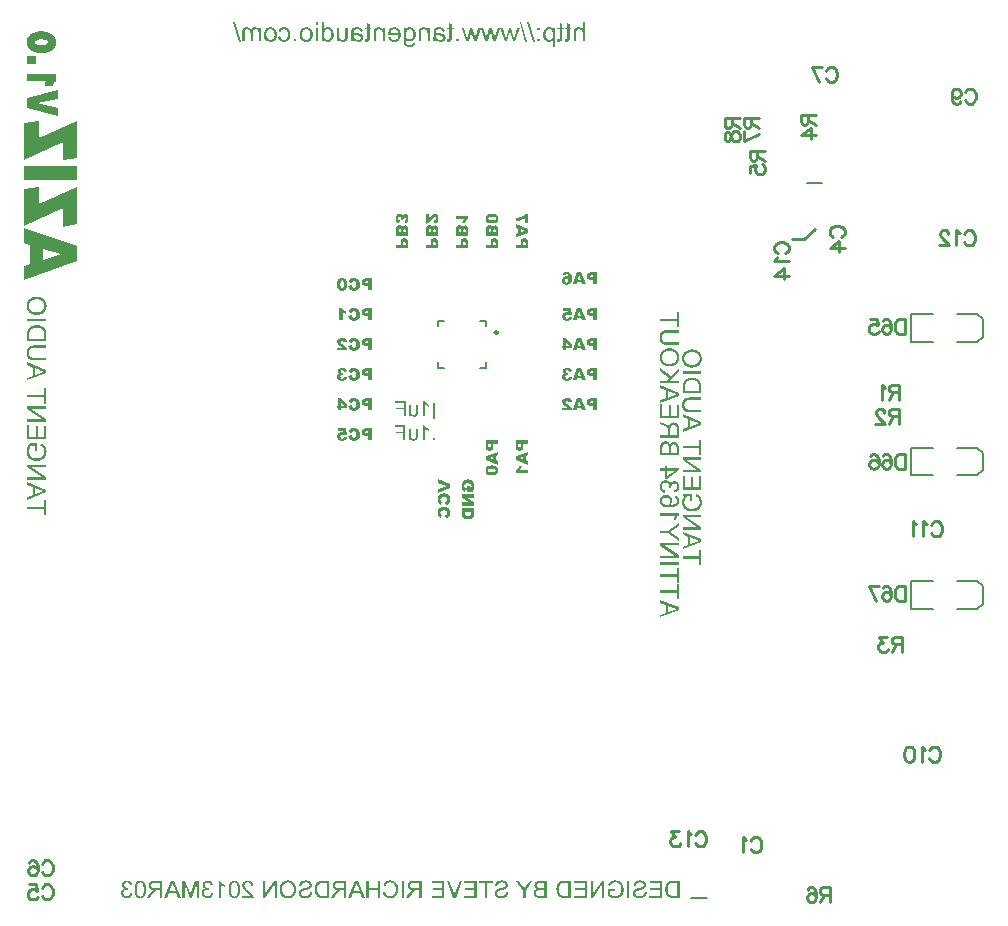
<source format=gbo>
%FSLAX24Y24*%
%MOIN*%
G70*
G01*
G75*
G04 Layer_Color=32896*
%ADD10C,0.0150*%
%ADD11C,0.0080*%
%ADD12C,0.0120*%
%ADD13R,0.0118X0.1024*%
%ADD14O,0.0669X0.0138*%
%ADD15R,0.0394X0.0433*%
%ADD16R,0.0394X0.1063*%
%ADD17R,0.0591X0.0512*%
%ADD18R,0.0571X0.0217*%
%ADD19R,0.0571X0.0217*%
%ADD20R,0.0433X0.0394*%
%ADD21R,0.0630X0.0335*%
G04:AMPARAMS|DCode=22|XSize=39.4mil|YSize=39.4mil|CornerRadius=9.8mil|HoleSize=0mil|Usage=FLASHONLY|Rotation=0.000|XOffset=0mil|YOffset=0mil|HoleType=Round|Shape=RoundedRectangle|*
%AMROUNDEDRECTD22*
21,1,0.0394,0.0197,0,0,0.0*
21,1,0.0197,0.0394,0,0,0.0*
1,1,0.0197,0.0098,-0.0098*
1,1,0.0197,-0.0098,-0.0098*
1,1,0.0197,-0.0098,0.0098*
1,1,0.0197,0.0098,0.0098*
%
%ADD22ROUNDEDRECTD22*%
%ADD23R,0.0945X0.1299*%
%ADD24R,0.0945X0.0394*%
%ADD25R,0.1102X0.1102*%
%ADD26O,0.0098X0.0276*%
%ADD27O,0.0276X0.0098*%
%ADD28R,0.0335X0.0866*%
%ADD29R,0.0866X0.0335*%
%ADD30C,0.0100*%
%ADD31C,0.0200*%
%ADD32C,0.0472*%
%ADD33C,0.0591*%
%ADD34C,0.0787*%
%ADD35C,0.0984*%
G04:AMPARAMS|DCode=36|XSize=137.8mil|YSize=137.8mil|CornerRadius=34.4mil|HoleSize=0mil|Usage=FLASHONLY|Rotation=90.000|XOffset=0mil|YOffset=0mil|HoleType=Round|Shape=RoundedRectangle|*
%AMROUNDEDRECTD36*
21,1,0.1378,0.0689,0,0,90.0*
21,1,0.0689,0.1378,0,0,90.0*
1,1,0.0689,0.0344,0.0344*
1,1,0.0689,0.0344,-0.0344*
1,1,0.0689,-0.0344,-0.0344*
1,1,0.0689,-0.0344,0.0344*
%
%ADD36ROUNDEDRECTD36*%
%ADD37C,0.1575*%
%ADD38C,0.1732*%
%ADD39R,0.0591X0.0591*%
%ADD40C,0.0500*%
%ADD41C,0.0400*%
%ADD42C,0.0394*%
G04:AMPARAMS|DCode=43|XSize=39.4mil|YSize=39.4mil|CornerRadius=9.8mil|HoleSize=0mil|Usage=FLASHONLY|Rotation=90.000|XOffset=0mil|YOffset=0mil|HoleType=Round|Shape=RoundedRectangle|*
%AMROUNDEDRECTD43*
21,1,0.0394,0.0197,0,0,90.0*
21,1,0.0197,0.0394,0,0,90.0*
1,1,0.0197,0.0098,0.0098*
1,1,0.0197,0.0098,-0.0098*
1,1,0.0197,-0.0098,-0.0098*
1,1,0.0197,-0.0098,0.0098*
%
%ADD43ROUNDEDRECTD43*%
%ADD44R,0.0512X0.0591*%
%ADD45C,0.0236*%
%ADD46C,0.0098*%
%ADD47C,0.0039*%
%ADD48C,0.0079*%
G36*
X-3682Y5111D02*
X-3665Y5110D01*
X-3650Y5107D01*
X-3635Y5104D01*
X-3622Y5100D01*
X-3609Y5095D01*
X-3597Y5090D01*
X-3588Y5086D01*
X-3578Y5080D01*
X-3571Y5075D01*
X-3564Y5071D01*
X-3558Y5066D01*
X-3554Y5063D01*
X-3551Y5060D01*
X-3549Y5059D01*
X-3548Y5058D01*
X-3539Y5048D01*
X-3531Y5036D01*
X-3524Y5024D01*
X-3517Y5012D01*
X-3512Y4998D01*
X-3508Y4986D01*
X-3505Y4973D01*
X-3502Y4960D01*
X-3500Y4949D01*
X-3498Y4938D01*
X-3497Y4929D01*
X-3496Y4920D01*
Y4913D01*
X-3495Y4908D01*
Y4905D01*
Y4904D01*
X-3497Y4877D01*
X-3498Y4864D01*
X-3500Y4852D01*
X-3503Y4841D01*
X-3505Y4831D01*
X-3508Y4821D01*
X-3511Y4813D01*
X-3513Y4805D01*
X-3516Y4798D01*
X-3519Y4793D01*
X-3521Y4788D01*
X-3523Y4784D01*
X-3524Y4781D01*
X-3525Y4780D01*
Y4779D01*
X-3537Y4762D01*
X-3549Y4748D01*
X-3562Y4737D01*
X-3573Y4727D01*
X-3582Y4721D01*
X-3591Y4716D01*
X-3594Y4714D01*
X-3596Y4713D01*
X-3597Y4712D01*
X-3597D01*
X-3614Y4706D01*
X-3632Y4701D01*
X-3651Y4698D01*
X-3668Y4696D01*
X-3676Y4695D01*
X-3683Y4694D01*
X-3689D01*
X-3695Y4693D01*
X-3706D01*
X-3725Y4694D01*
X-3743Y4696D01*
X-3759Y4699D01*
X-3771Y4701D01*
X-3782Y4704D01*
X-3790Y4707D01*
X-3792Y4707D01*
X-3794Y4708D01*
X-3795Y4709D01*
X-3796D01*
X-3808Y4716D01*
X-3820Y4723D01*
X-3830Y4730D01*
X-3839Y4738D01*
X-3845Y4745D01*
X-3850Y4750D01*
X-3854Y4754D01*
X-3855Y4755D01*
X-3864Y4768D01*
X-3870Y4781D01*
X-3877Y4793D01*
X-3881Y4806D01*
X-3886Y4816D01*
X-3888Y4825D01*
X-3889Y4828D01*
X-3890Y4830D01*
X-3890Y4832D01*
Y4832D01*
X-3781Y4866D01*
X-3777Y4852D01*
X-3773Y4841D01*
X-3768Y4830D01*
X-3764Y4822D01*
X-3760Y4815D01*
X-3756Y4811D01*
X-3754Y4808D01*
X-3753Y4807D01*
X-3746Y4801D01*
X-3737Y4795D01*
X-3728Y4793D01*
X-3719Y4790D01*
X-3711Y4788D01*
X-3705Y4787D01*
X-3699D01*
X-3685Y4788D01*
X-3674Y4791D01*
X-3664Y4795D01*
X-3656Y4800D01*
X-3650Y4804D01*
X-3645Y4808D01*
X-3642Y4811D01*
X-3641Y4812D01*
X-3637Y4817D01*
X-3634Y4823D01*
X-3629Y4837D01*
X-3626Y4852D01*
X-3623Y4867D01*
X-3622Y4881D01*
Y4888D01*
X-3621Y4893D01*
Y4898D01*
Y4901D01*
Y4904D01*
Y4904D01*
X-3622Y4923D01*
X-3624Y4940D01*
X-3626Y4953D01*
X-3630Y4964D01*
X-3633Y4972D01*
X-3635Y4979D01*
X-3637Y4982D01*
X-3638Y4983D01*
X-3642Y4989D01*
X-3647Y4995D01*
X-3657Y5003D01*
X-3668Y5010D01*
X-3679Y5014D01*
X-3688Y5017D01*
X-3696Y5017D01*
X-3699Y5018D01*
X-3710D01*
X-3716Y5017D01*
X-3722Y5016D01*
X-3728Y5015D01*
X-3731Y5013D01*
X-3735Y5012D01*
X-3736Y5011D01*
X-3737Y5010D01*
X-3747Y5003D01*
X-3756Y4996D01*
X-3759Y4993D01*
X-3762Y4990D01*
X-3762Y4989D01*
X-3763Y4988D01*
X-3765Y4984D01*
X-3767Y4980D01*
X-3772Y4972D01*
X-3773Y4968D01*
X-3775Y4964D01*
X-3776Y4962D01*
Y4961D01*
X-3887Y4986D01*
X-3882Y4997D01*
X-3878Y5009D01*
X-3873Y5018D01*
X-3867Y5028D01*
X-3862Y5037D01*
X-3856Y5044D01*
X-3851Y5052D01*
X-3846Y5057D01*
X-3841Y5063D01*
X-3836Y5068D01*
X-3832Y5072D01*
X-3828Y5075D01*
X-3825Y5078D01*
X-3823Y5080D01*
X-3821Y5081D01*
X-3821D01*
X-3812Y5086D01*
X-3803Y5091D01*
X-3784Y5099D01*
X-3764Y5105D01*
X-3744Y5108D01*
X-3735Y5110D01*
X-3727Y5111D01*
X-3719Y5111D01*
X-3713D01*
X-3708Y5112D01*
X-3700D01*
X-3682Y5111D01*
D02*
G37*
G36*
X-4088Y5098D02*
X-4080Y5086D01*
X-4072Y5074D01*
X-4063Y5066D01*
X-4056Y5057D01*
X-4050Y5052D01*
X-4046Y5049D01*
X-4046Y5047D01*
X-4045D01*
X-4032Y5037D01*
X-4018Y5029D01*
X-4003Y5022D01*
X-3989Y5015D01*
X-3976Y5010D01*
X-3970Y5008D01*
X-3966Y5006D01*
X-3961Y5005D01*
X-3958Y5003D01*
X-3957Y5003D01*
X-3956D01*
Y4911D01*
X-3970Y4915D01*
X-3983Y4919D01*
X-3993Y4923D01*
X-4003Y4927D01*
X-4010Y4930D01*
X-4016Y4932D01*
X-4019Y4934D01*
X-4021Y4935D01*
X-4030Y4940D01*
X-4040Y4946D01*
X-4049Y4952D01*
X-4058Y4957D01*
X-4064Y4962D01*
X-4070Y4966D01*
X-4073Y4969D01*
X-4075Y4969D01*
Y4700D01*
X-4189D01*
Y5112D01*
X-4095D01*
X-4088Y5098D01*
D02*
G37*
G36*
X-4086Y6111D02*
X-4071Y6110D01*
X-4058Y6108D01*
X-4045Y6105D01*
X-4034Y6101D01*
X-4024Y6097D01*
X-4014Y6093D01*
X-4006Y6089D01*
X-3998Y6085D01*
X-3992Y6080D01*
X-3987Y6077D01*
X-3982Y6073D01*
X-3978Y6070D01*
X-3976Y6068D01*
X-3975Y6066D01*
X-3974Y6066D01*
X-3967Y6056D01*
X-3961Y6046D01*
X-3955Y6034D01*
X-3950Y6021D01*
X-3943Y5995D01*
X-3938Y5968D01*
X-3936Y5955D01*
X-3935Y5943D01*
X-3934Y5932D01*
X-3933Y5923D01*
X-3932Y5915D01*
Y5909D01*
Y5906D01*
Y5904D01*
X-3933Y5887D01*
X-3934Y5871D01*
X-3935Y5856D01*
X-3937Y5844D01*
X-3938Y5832D01*
X-3939Y5824D01*
X-3940Y5821D01*
X-3941Y5819D01*
Y5818D01*
Y5818D01*
X-3944Y5804D01*
X-3947Y5792D01*
X-3951Y5781D01*
X-3955Y5773D01*
X-3958Y5766D01*
X-3961Y5761D01*
X-3962Y5758D01*
X-3963Y5757D01*
X-3971Y5746D01*
X-3980Y5736D01*
X-3988Y5728D01*
X-3997Y5721D01*
X-4004Y5716D01*
X-4009Y5713D01*
X-4013Y5710D01*
X-4015Y5710D01*
X-4027Y5704D01*
X-4041Y5700D01*
X-4055Y5697D01*
X-4069Y5696D01*
X-4081Y5694D01*
X-4085D01*
X-4089Y5693D01*
X-4098D01*
X-4115Y5694D01*
X-4130Y5696D01*
X-4144Y5698D01*
X-4157Y5701D01*
X-4169Y5705D01*
X-4179Y5710D01*
X-4189Y5714D01*
X-4197Y5719D01*
X-4204Y5724D01*
X-4210Y5728D01*
X-4215Y5733D01*
X-4220Y5736D01*
X-4223Y5740D01*
X-4226Y5742D01*
X-4226Y5744D01*
X-4227Y5744D01*
X-4234Y5755D01*
X-4240Y5766D01*
X-4245Y5778D01*
X-4249Y5791D01*
X-4256Y5818D01*
X-4260Y5844D01*
X-4262Y5857D01*
X-4263Y5868D01*
X-4263Y5878D01*
X-4264Y5888D01*
X-4265Y5895D01*
Y5901D01*
Y5904D01*
Y5906D01*
X-4264Y5923D01*
X-4263Y5941D01*
X-4261Y5957D01*
X-4259Y5971D01*
X-4257Y5983D01*
X-4256Y5988D01*
X-4255Y5992D01*
X-4254Y5995D01*
X-4254Y5997D01*
X-4253Y5999D01*
Y6000D01*
X-4251Y6009D01*
X-4248Y6016D01*
X-4246Y6023D01*
X-4243Y6029D01*
X-4241Y6034D01*
X-4239Y6038D01*
X-4238Y6040D01*
X-4237Y6041D01*
X-4229Y6054D01*
X-4225Y6060D01*
X-4220Y6065D01*
X-4217Y6069D01*
X-4214Y6072D01*
X-4211Y6074D01*
X-4211Y6075D01*
X-4204Y6081D01*
X-4197Y6086D01*
X-4190Y6091D01*
X-4183Y6094D01*
X-4177Y6097D01*
X-4172Y6100D01*
X-4169Y6101D01*
X-4168Y6102D01*
X-4157Y6106D01*
X-4146Y6108D01*
X-4135Y6110D01*
X-4125Y6111D01*
X-4115Y6111D01*
X-4108Y6112D01*
X-4101D01*
X-4086Y6111D01*
D02*
G37*
G36*
X-3682Y4111D02*
X-3665Y4110D01*
X-3650Y4107D01*
X-3635Y4104D01*
X-3622Y4100D01*
X-3609Y4095D01*
X-3597Y4090D01*
X-3588Y4086D01*
X-3578Y4080D01*
X-3571Y4075D01*
X-3564Y4071D01*
X-3558Y4066D01*
X-3554Y4063D01*
X-3551Y4060D01*
X-3549Y4059D01*
X-3548Y4058D01*
X-3539Y4048D01*
X-3531Y4036D01*
X-3524Y4024D01*
X-3517Y4012D01*
X-3512Y3998D01*
X-3508Y3986D01*
X-3505Y3973D01*
X-3502Y3960D01*
X-3500Y3949D01*
X-3498Y3938D01*
X-3497Y3929D01*
X-3496Y3920D01*
Y3913D01*
X-3495Y3908D01*
Y3905D01*
Y3904D01*
X-3497Y3877D01*
X-3498Y3864D01*
X-3500Y3852D01*
X-3503Y3841D01*
X-3505Y3831D01*
X-3508Y3821D01*
X-3511Y3813D01*
X-3513Y3805D01*
X-3516Y3798D01*
X-3519Y3792D01*
X-3521Y3788D01*
X-3523Y3784D01*
X-3524Y3781D01*
X-3525Y3780D01*
Y3779D01*
X-3537Y3762D01*
X-3549Y3748D01*
X-3562Y3737D01*
X-3573Y3727D01*
X-3582Y3721D01*
X-3591Y3716D01*
X-3594Y3714D01*
X-3596Y3713D01*
X-3597Y3712D01*
X-3597D01*
X-3614Y3706D01*
X-3632Y3701D01*
X-3651Y3698D01*
X-3668Y3696D01*
X-3676Y3695D01*
X-3683Y3694D01*
X-3689D01*
X-3695Y3693D01*
X-3706D01*
X-3725Y3694D01*
X-3743Y3696D01*
X-3759Y3699D01*
X-3771Y3701D01*
X-3782Y3704D01*
X-3790Y3707D01*
X-3792Y3707D01*
X-3794Y3708D01*
X-3795Y3709D01*
X-3796D01*
X-3808Y3716D01*
X-3820Y3723D01*
X-3830Y3730D01*
X-3839Y3738D01*
X-3845Y3745D01*
X-3850Y3750D01*
X-3854Y3754D01*
X-3855Y3756D01*
X-3864Y3768D01*
X-3870Y3781D01*
X-3877Y3793D01*
X-3881Y3806D01*
X-3886Y3816D01*
X-3888Y3825D01*
X-3889Y3828D01*
X-3890Y3830D01*
X-3890Y3832D01*
Y3832D01*
X-3781Y3866D01*
X-3777Y3852D01*
X-3773Y3841D01*
X-3768Y3830D01*
X-3764Y3822D01*
X-3760Y3815D01*
X-3756Y3811D01*
X-3754Y3808D01*
X-3753Y3807D01*
X-3746Y3801D01*
X-3737Y3795D01*
X-3728Y3792D01*
X-3719Y3790D01*
X-3711Y3788D01*
X-3705Y3787D01*
X-3699D01*
X-3685Y3788D01*
X-3674Y3791D01*
X-3664Y3795D01*
X-3656Y3800D01*
X-3650Y3804D01*
X-3645Y3808D01*
X-3642Y3811D01*
X-3641Y3812D01*
X-3637Y3817D01*
X-3634Y3823D01*
X-3629Y3837D01*
X-3626Y3852D01*
X-3623Y3867D01*
X-3622Y3881D01*
Y3888D01*
X-3621Y3893D01*
Y3898D01*
Y3901D01*
Y3904D01*
Y3904D01*
X-3622Y3923D01*
X-3624Y3940D01*
X-3626Y3953D01*
X-3630Y3964D01*
X-3633Y3972D01*
X-3635Y3979D01*
X-3637Y3982D01*
X-3638Y3983D01*
X-3642Y3989D01*
X-3647Y3995D01*
X-3657Y4003D01*
X-3668Y4010D01*
X-3679Y4014D01*
X-3688Y4017D01*
X-3696Y4017D01*
X-3699Y4018D01*
X-3710D01*
X-3716Y4017D01*
X-3722Y4016D01*
X-3728Y4015D01*
X-3731Y4013D01*
X-3735Y4012D01*
X-3736Y4011D01*
X-3737Y4010D01*
X-3747Y4003D01*
X-3756Y3996D01*
X-3759Y3993D01*
X-3762Y3990D01*
X-3762Y3989D01*
X-3763Y3988D01*
X-3765Y3984D01*
X-3767Y3980D01*
X-3772Y3972D01*
X-3773Y3968D01*
X-3775Y3964D01*
X-3776Y3962D01*
Y3961D01*
X-3887Y3986D01*
X-3882Y3997D01*
X-3878Y4009D01*
X-3873Y4018D01*
X-3867Y4028D01*
X-3862Y4037D01*
X-3856Y4044D01*
X-3851Y4051D01*
X-3846Y4057D01*
X-3841Y4063D01*
X-3836Y4068D01*
X-3832Y4072D01*
X-3828Y4075D01*
X-3825Y4078D01*
X-3823Y4080D01*
X-3821Y4081D01*
X-3821D01*
X-3812Y4086D01*
X-3803Y4091D01*
X-3784Y4099D01*
X-3764Y4105D01*
X-3744Y4108D01*
X-3735Y4110D01*
X-3727Y4111D01*
X-3719Y4111D01*
X-3713D01*
X-3708Y4112D01*
X-3700D01*
X-3682Y4111D01*
D02*
G37*
G36*
X-4076D02*
X-4058Y4110D01*
X-4043Y4108D01*
X-4030Y4105D01*
X-4020Y4102D01*
X-4012Y4100D01*
X-4008Y4098D01*
X-4007Y4097D01*
X-4006D01*
X-3995Y4091D01*
X-3985Y4085D01*
X-3976Y4078D01*
X-3970Y4071D01*
X-3964Y4066D01*
X-3959Y4061D01*
X-3957Y4058D01*
X-3956Y4057D01*
X-3950Y4046D01*
X-3945Y4034D01*
X-3941Y4022D01*
X-3938Y4010D01*
X-3935Y3999D01*
X-3934Y3991D01*
X-3933Y3987D01*
X-3932Y3985D01*
Y3983D01*
Y3983D01*
X-4046Y3974D01*
X-4048Y3986D01*
X-4050Y3995D01*
X-4053Y4003D01*
X-4056Y4010D01*
X-4059Y4015D01*
X-4061Y4019D01*
X-4063Y4020D01*
X-4063Y4021D01*
X-4069Y4026D01*
X-4075Y4029D01*
X-4081Y4032D01*
X-4086Y4034D01*
X-4092Y4034D01*
X-4095Y4035D01*
X-4099D01*
X-4106Y4034D01*
X-4113Y4033D01*
X-4119Y4031D01*
X-4124Y4029D01*
X-4129Y4026D01*
X-4132Y4024D01*
X-4133Y4023D01*
X-4134Y4022D01*
X-4138Y4017D01*
X-4142Y4012D01*
X-4144Y4006D01*
X-4146Y4001D01*
X-4147Y3997D01*
X-4148Y3993D01*
Y3991D01*
Y3990D01*
X-4147Y3983D01*
X-4146Y3977D01*
X-4143Y3971D01*
X-4141Y3966D01*
X-4138Y3960D01*
X-4136Y3957D01*
X-4135Y3955D01*
X-4134Y3954D01*
X-4131Y3950D01*
X-4127Y3946D01*
X-4118Y3937D01*
X-4107Y3928D01*
X-4097Y3918D01*
X-4086Y3910D01*
X-4078Y3904D01*
X-4075Y3901D01*
X-4072Y3899D01*
X-4071Y3898D01*
X-4070Y3898D01*
X-4055Y3886D01*
X-4042Y3876D01*
X-4029Y3866D01*
X-4018Y3856D01*
X-4008Y3847D01*
X-3999Y3838D01*
X-3991Y3830D01*
X-3984Y3823D01*
X-3978Y3816D01*
X-3972Y3810D01*
X-3969Y3805D01*
X-3965Y3801D01*
X-3962Y3798D01*
X-3961Y3795D01*
X-3960Y3794D01*
X-3959Y3793D01*
X-3950Y3777D01*
X-3941Y3760D01*
X-3935Y3744D01*
X-3931Y3730D01*
X-3927Y3718D01*
X-3927Y3713D01*
X-3926Y3708D01*
X-3925Y3705D01*
X-3924Y3702D01*
Y3701D01*
Y3700D01*
X-4263D01*
Y3792D01*
X-4086D01*
X-4098Y3801D01*
X-4106Y3810D01*
X-4109Y3812D01*
X-4111Y3814D01*
X-4112Y3815D01*
X-4113Y3815D01*
X-4118Y3820D01*
X-4125Y3825D01*
X-4133Y3830D01*
X-4140Y3835D01*
X-4148Y3841D01*
X-4154Y3845D01*
X-4157Y3848D01*
X-4159Y3849D01*
X-4169Y3856D01*
X-4179Y3864D01*
X-4188Y3871D01*
X-4196Y3878D01*
X-4203Y3884D01*
X-4209Y3890D01*
X-4220Y3901D01*
X-4229Y3910D01*
X-4234Y3917D01*
X-4237Y3921D01*
X-4238Y3923D01*
X-4246Y3935D01*
X-4251Y3948D01*
X-4255Y3960D01*
X-4257Y3971D01*
X-4259Y3980D01*
X-4260Y3988D01*
Y3990D01*
Y3992D01*
Y3993D01*
Y3994D01*
X-4260Y4006D01*
X-4257Y4018D01*
X-4254Y4029D01*
X-4251Y4038D01*
X-4247Y4046D01*
X-4244Y4051D01*
X-4242Y4055D01*
X-4241Y4057D01*
X-4234Y4066D01*
X-4225Y4075D01*
X-4216Y4082D01*
X-4208Y4088D01*
X-4200Y4092D01*
X-4194Y4096D01*
X-4190Y4097D01*
X-4189Y4098D01*
X-4189D01*
X-4175Y4103D01*
X-4160Y4106D01*
X-4145Y4108D01*
X-4130Y4111D01*
X-4117Y4111D01*
X-4111D01*
X-4106Y4112D01*
X-4096D01*
X-4076Y4111D01*
D02*
G37*
G36*
X-3100Y4700D02*
X-3226D01*
Y4851D01*
X-3294D01*
X-3308Y4852D01*
X-3321Y4852D01*
X-3332Y4854D01*
X-3343Y4856D01*
X-3354Y4859D01*
X-3363Y4862D01*
X-3372Y4865D01*
X-3379Y4868D01*
X-3386Y4871D01*
X-3392Y4874D01*
X-3396Y4877D01*
X-3400Y4880D01*
X-3403Y4882D01*
X-3406Y4884D01*
X-3406Y4885D01*
X-3407D01*
X-3414Y4892D01*
X-3420Y4899D01*
X-3424Y4906D01*
X-3429Y4915D01*
X-3435Y4931D01*
X-3440Y4946D01*
X-3442Y4960D01*
X-3443Y4966D01*
Y4971D01*
X-3444Y4975D01*
Y4978D01*
Y4980D01*
Y4981D01*
Y4992D01*
X-3443Y5002D01*
X-3439Y5020D01*
X-3433Y5036D01*
X-3427Y5049D01*
X-3421Y5060D01*
X-3415Y5067D01*
X-3413Y5069D01*
X-3412Y5071D01*
X-3411Y5073D01*
X-3410D01*
X-3403Y5079D01*
X-3396Y5084D01*
X-3380Y5091D01*
X-3363Y5097D01*
X-3346Y5102D01*
X-3332Y5104D01*
X-3325Y5105D01*
X-3319D01*
X-3315Y5106D01*
X-3100D01*
Y4700D01*
D02*
G37*
G36*
X4400Y5900D02*
X4274D01*
Y6051D01*
X4206D01*
X4192Y6052D01*
X4179Y6052D01*
X4168Y6054D01*
X4157Y6056D01*
X4146Y6059D01*
X4137Y6062D01*
X4128Y6065D01*
X4121Y6068D01*
X4114Y6071D01*
X4108Y6074D01*
X4104Y6077D01*
X4100Y6080D01*
X4097Y6082D01*
X4094Y6084D01*
X4094Y6085D01*
X4093D01*
X4086Y6092D01*
X4080Y6099D01*
X4076Y6106D01*
X4071Y6115D01*
X4065Y6131D01*
X4060Y6146D01*
X4058Y6160D01*
X4057Y6166D01*
Y6171D01*
X4056Y6175D01*
Y6178D01*
Y6180D01*
Y6181D01*
Y6192D01*
X4057Y6202D01*
X4061Y6220D01*
X4067Y6236D01*
X4073Y6249D01*
X4079Y6260D01*
X4085Y6267D01*
X4087Y6269D01*
X4088Y6271D01*
X4089Y6273D01*
X4090D01*
X4097Y6279D01*
X4104Y6284D01*
X4120Y6291D01*
X4137Y6297D01*
X4154Y6302D01*
X4168Y6304D01*
X4175Y6305D01*
X4181D01*
X4185Y6306D01*
X4400D01*
Y5900D01*
D02*
G37*
G36*
X3408Y6311D02*
X3422Y6310D01*
X3435Y6308D01*
X3448Y6304D01*
X3459Y6300D01*
X3469Y6296D01*
X3479Y6291D01*
X3488Y6287D01*
X3495Y6282D01*
X3502Y6277D01*
X3508Y6273D01*
X3513Y6269D01*
X3516Y6266D01*
X3519Y6263D01*
X3520Y6262D01*
X3521Y6261D01*
X3529Y6251D01*
X3536Y6240D01*
X3542Y6227D01*
X3548Y6215D01*
X3552Y6201D01*
X3556Y6188D01*
X3561Y6162D01*
X3563Y6149D01*
X3565Y6138D01*
X3565Y6127D01*
X3566Y6118D01*
X3567Y6111D01*
Y6106D01*
Y6102D01*
Y6101D01*
Y6086D01*
X3566Y6074D01*
X3565Y6061D01*
X3563Y6050D01*
X3562Y6039D01*
X3560Y6029D01*
X3558Y6020D01*
X3556Y6012D01*
X3554Y6004D01*
X3552Y5998D01*
X3550Y5993D01*
X3548Y5988D01*
X3548Y5984D01*
X3546Y5982D01*
X3545Y5981D01*
Y5980D01*
X3536Y5964D01*
X3527Y5950D01*
X3516Y5939D01*
X3508Y5930D01*
X3499Y5923D01*
X3492Y5918D01*
X3488Y5915D01*
X3487Y5914D01*
X3486D01*
X3471Y5907D01*
X3455Y5902D01*
X3439Y5899D01*
X3423Y5896D01*
X3410Y5895D01*
X3404Y5894D01*
X3399Y5893D01*
X3388D01*
X3371Y5894D01*
X3354Y5896D01*
X3340Y5899D01*
X3328Y5901D01*
X3318Y5904D01*
X3311Y5907D01*
X3306Y5909D01*
X3305Y5910D01*
X3293Y5917D01*
X3282Y5924D01*
X3273Y5933D01*
X3266Y5941D01*
X3260Y5949D01*
X3255Y5955D01*
X3252Y5958D01*
X3252Y5960D01*
X3245Y5973D01*
X3240Y5985D01*
X3237Y5998D01*
X3234Y6009D01*
X3233Y6019D01*
X3232Y6027D01*
Y6029D01*
Y6032D01*
Y6032D01*
Y6033D01*
X3233Y6044D01*
X3234Y6055D01*
X3238Y6073D01*
X3244Y6090D01*
X3251Y6104D01*
X3254Y6110D01*
X3258Y6115D01*
X3261Y6121D01*
X3264Y6124D01*
X3266Y6127D01*
X3269Y6129D01*
X3269Y6130D01*
X3270Y6131D01*
X3277Y6138D01*
X3285Y6144D01*
X3292Y6149D01*
X3300Y6154D01*
X3316Y6160D01*
X3331Y6165D01*
X3343Y6168D01*
X3348Y6169D01*
X3354Y6169D01*
X3357Y6170D01*
X3363D01*
X3372Y6169D01*
X3382Y6169D01*
X3390Y6167D01*
X3397Y6165D01*
X3403Y6163D01*
X3408Y6161D01*
X3411Y6160D01*
X3411Y6160D01*
X3419Y6156D01*
X3427Y6151D01*
X3434Y6146D01*
X3440Y6141D01*
X3445Y6137D01*
X3449Y6133D01*
X3452Y6130D01*
X3453Y6129D01*
X3452Y6141D01*
X3451Y6152D01*
X3449Y6161D01*
X3448Y6170D01*
X3447Y6178D01*
X3445Y6185D01*
X3444Y6191D01*
X3442Y6197D01*
X3442Y6201D01*
X3440Y6205D01*
X3438Y6210D01*
X3437Y6214D01*
X3437Y6215D01*
X3431Y6224D01*
X3423Y6231D01*
X3417Y6236D01*
X3409Y6239D01*
X3403Y6241D01*
X3398Y6242D01*
X3395Y6243D01*
X3394D01*
X3388Y6242D01*
X3383Y6241D01*
X3375Y6237D01*
X3372Y6235D01*
X3370Y6234D01*
X3369Y6233D01*
X3368Y6232D01*
X3365Y6228D01*
X3362Y6223D01*
X3357Y6212D01*
X3355Y6208D01*
X3354Y6203D01*
X3353Y6200D01*
Y6200D01*
X3241Y6213D01*
X3246Y6225D01*
X3250Y6236D01*
X3254Y6245D01*
X3260Y6253D01*
X3263Y6259D01*
X3267Y6264D01*
X3269Y6267D01*
X3270Y6268D01*
X3277Y6275D01*
X3285Y6282D01*
X3293Y6288D01*
X3300Y6292D01*
X3307Y6296D01*
X3312Y6298D01*
X3315Y6300D01*
X3317Y6300D01*
X3328Y6304D01*
X3340Y6307D01*
X3353Y6309D01*
X3365Y6311D01*
X3376Y6311D01*
X3385Y6312D01*
X3393D01*
X3408Y6311D01*
D02*
G37*
G36*
X4031Y4700D02*
X3903D01*
X3883Y4767D01*
X3741D01*
X3721Y4700D01*
X3589D01*
X3741Y5106D01*
X3879D01*
X4031Y4700D01*
D02*
G37*
G36*
X-3100Y5700D02*
X-3226D01*
Y5851D01*
X-3294D01*
X-3308Y5852D01*
X-3321Y5852D01*
X-3332Y5854D01*
X-3343Y5856D01*
X-3354Y5859D01*
X-3363Y5862D01*
X-3372Y5865D01*
X-3379Y5868D01*
X-3386Y5871D01*
X-3392Y5874D01*
X-3396Y5877D01*
X-3400Y5880D01*
X-3403Y5882D01*
X-3406Y5884D01*
X-3406Y5885D01*
X-3407D01*
X-3414Y5892D01*
X-3420Y5899D01*
X-3424Y5906D01*
X-3429Y5915D01*
X-3435Y5931D01*
X-3440Y5946D01*
X-3442Y5960D01*
X-3443Y5966D01*
Y5971D01*
X-3444Y5975D01*
Y5978D01*
Y5980D01*
Y5981D01*
Y5992D01*
X-3443Y6002D01*
X-3439Y6020D01*
X-3433Y6036D01*
X-3427Y6049D01*
X-3421Y6060D01*
X-3415Y6067D01*
X-3413Y6069D01*
X-3412Y6071D01*
X-3411Y6073D01*
X-3410D01*
X-3403Y6079D01*
X-3396Y6084D01*
X-3380Y6091D01*
X-3363Y6097D01*
X-3346Y6102D01*
X-3332Y6104D01*
X-3325Y6105D01*
X-3319D01*
X-3315Y6106D01*
X-3100D01*
Y5700D01*
D02*
G37*
G36*
X-3682Y6111D02*
X-3665Y6110D01*
X-3650Y6107D01*
X-3635Y6104D01*
X-3622Y6100D01*
X-3609Y6095D01*
X-3597Y6090D01*
X-3588Y6086D01*
X-3578Y6080D01*
X-3571Y6075D01*
X-3564Y6071D01*
X-3558Y6066D01*
X-3554Y6063D01*
X-3551Y6060D01*
X-3549Y6059D01*
X-3548Y6058D01*
X-3539Y6048D01*
X-3531Y6036D01*
X-3524Y6024D01*
X-3517Y6012D01*
X-3512Y5998D01*
X-3508Y5986D01*
X-3505Y5973D01*
X-3502Y5960D01*
X-3500Y5949D01*
X-3498Y5938D01*
X-3497Y5929D01*
X-3496Y5920D01*
Y5913D01*
X-3495Y5908D01*
Y5905D01*
Y5903D01*
X-3497Y5877D01*
X-3498Y5864D01*
X-3500Y5852D01*
X-3503Y5841D01*
X-3505Y5831D01*
X-3508Y5821D01*
X-3511Y5813D01*
X-3513Y5805D01*
X-3516Y5798D01*
X-3519Y5792D01*
X-3521Y5788D01*
X-3523Y5784D01*
X-3524Y5781D01*
X-3525Y5780D01*
Y5779D01*
X-3537Y5762D01*
X-3549Y5748D01*
X-3562Y5737D01*
X-3573Y5727D01*
X-3582Y5721D01*
X-3591Y5716D01*
X-3594Y5714D01*
X-3596Y5713D01*
X-3597Y5712D01*
X-3597D01*
X-3614Y5706D01*
X-3632Y5701D01*
X-3651Y5698D01*
X-3668Y5696D01*
X-3676Y5695D01*
X-3683Y5694D01*
X-3689D01*
X-3695Y5693D01*
X-3706D01*
X-3725Y5694D01*
X-3743Y5696D01*
X-3759Y5699D01*
X-3771Y5701D01*
X-3782Y5704D01*
X-3790Y5707D01*
X-3792Y5707D01*
X-3794Y5708D01*
X-3795Y5709D01*
X-3796D01*
X-3808Y5716D01*
X-3820Y5723D01*
X-3830Y5730D01*
X-3839Y5738D01*
X-3845Y5745D01*
X-3850Y5750D01*
X-3854Y5754D01*
X-3855Y5756D01*
X-3864Y5768D01*
X-3870Y5781D01*
X-3877Y5793D01*
X-3881Y5806D01*
X-3886Y5816D01*
X-3888Y5825D01*
X-3889Y5828D01*
X-3890Y5830D01*
X-3890Y5832D01*
Y5832D01*
X-3781Y5867D01*
X-3777Y5852D01*
X-3773Y5841D01*
X-3768Y5830D01*
X-3764Y5822D01*
X-3760Y5815D01*
X-3756Y5811D01*
X-3754Y5808D01*
X-3753Y5807D01*
X-3746Y5801D01*
X-3737Y5795D01*
X-3728Y5792D01*
X-3719Y5790D01*
X-3711Y5788D01*
X-3705Y5787D01*
X-3699D01*
X-3685Y5788D01*
X-3674Y5791D01*
X-3664Y5795D01*
X-3656Y5800D01*
X-3650Y5804D01*
X-3645Y5808D01*
X-3642Y5811D01*
X-3641Y5812D01*
X-3637Y5817D01*
X-3634Y5823D01*
X-3629Y5837D01*
X-3626Y5852D01*
X-3623Y5867D01*
X-3622Y5881D01*
Y5888D01*
X-3621Y5893D01*
Y5898D01*
Y5901D01*
Y5903D01*
Y5904D01*
X-3622Y5923D01*
X-3624Y5940D01*
X-3626Y5953D01*
X-3630Y5964D01*
X-3633Y5972D01*
X-3635Y5979D01*
X-3637Y5982D01*
X-3638Y5983D01*
X-3642Y5989D01*
X-3647Y5995D01*
X-3657Y6003D01*
X-3668Y6010D01*
X-3679Y6014D01*
X-3688Y6017D01*
X-3696Y6017D01*
X-3699Y6018D01*
X-3710D01*
X-3716Y6017D01*
X-3722Y6016D01*
X-3728Y6015D01*
X-3731Y6013D01*
X-3735Y6012D01*
X-3736Y6011D01*
X-3737Y6010D01*
X-3747Y6003D01*
X-3756Y5996D01*
X-3759Y5993D01*
X-3762Y5990D01*
X-3762Y5989D01*
X-3763Y5988D01*
X-3765Y5984D01*
X-3767Y5980D01*
X-3772Y5972D01*
X-3773Y5968D01*
X-3775Y5964D01*
X-3776Y5962D01*
Y5961D01*
X-3887Y5986D01*
X-3882Y5997D01*
X-3878Y6009D01*
X-3873Y6018D01*
X-3867Y6028D01*
X-3862Y6037D01*
X-3856Y6044D01*
X-3851Y6051D01*
X-3846Y6057D01*
X-3841Y6063D01*
X-3836Y6068D01*
X-3832Y6072D01*
X-3828Y6075D01*
X-3825Y6078D01*
X-3823Y6080D01*
X-3821Y6081D01*
X-3821D01*
X-3812Y6086D01*
X-3803Y6091D01*
X-3784Y6099D01*
X-3764Y6105D01*
X-3744Y6108D01*
X-3735Y6110D01*
X-3727Y6111D01*
X-3719Y6111D01*
X-3713D01*
X-3708Y6112D01*
X-3700D01*
X-3682Y6111D01*
D02*
G37*
G36*
X4031Y5900D02*
X3903D01*
X3883Y5967D01*
X3741D01*
X3721Y5900D01*
X3589D01*
X3741Y6306D01*
X3879D01*
X4031Y5900D01*
D02*
G37*
G36*
X-3100Y3700D02*
X-3226D01*
Y3851D01*
X-3294D01*
X-3308Y3852D01*
X-3321Y3852D01*
X-3332Y3854D01*
X-3343Y3856D01*
X-3354Y3859D01*
X-3363Y3862D01*
X-3372Y3865D01*
X-3379Y3868D01*
X-3386Y3871D01*
X-3392Y3874D01*
X-3396Y3877D01*
X-3400Y3880D01*
X-3403Y3882D01*
X-3406Y3884D01*
X-3406Y3885D01*
X-3407D01*
X-3414Y3892D01*
X-3420Y3899D01*
X-3424Y3906D01*
X-3429Y3915D01*
X-3435Y3931D01*
X-3440Y3946D01*
X-3442Y3960D01*
X-3443Y3966D01*
Y3971D01*
X-3444Y3975D01*
Y3978D01*
Y3980D01*
Y3981D01*
Y3992D01*
X-3443Y4002D01*
X-3439Y4020D01*
X-3433Y4036D01*
X-3427Y4049D01*
X-3421Y4060D01*
X-3415Y4067D01*
X-3413Y4069D01*
X-3412Y4071D01*
X-3411Y4073D01*
X-3410D01*
X-3403Y4079D01*
X-3396Y4084D01*
X-3380Y4091D01*
X-3363Y4097D01*
X-3346Y4102D01*
X-3332Y4104D01*
X-3325Y4105D01*
X-3319D01*
X-3315Y4106D01*
X-3100D01*
Y3700D01*
D02*
G37*
G36*
Y700D02*
X-3226D01*
Y851D01*
X-3294D01*
X-3308Y852D01*
X-3321Y852D01*
X-3332Y854D01*
X-3343Y856D01*
X-3354Y859D01*
X-3363Y862D01*
X-3372Y865D01*
X-3379Y868D01*
X-3386Y871D01*
X-3392Y874D01*
X-3396Y877D01*
X-3400Y880D01*
X-3403Y882D01*
X-3406Y884D01*
X-3406Y885D01*
X-3407D01*
X-3414Y892D01*
X-3420Y899D01*
X-3424Y906D01*
X-3429Y915D01*
X-3435Y931D01*
X-3440Y946D01*
X-3442Y960D01*
X-3443Y966D01*
Y971D01*
X-3444Y975D01*
Y978D01*
Y980D01*
Y981D01*
Y992D01*
X-3443Y1002D01*
X-3439Y1020D01*
X-3433Y1036D01*
X-3427Y1049D01*
X-3421Y1060D01*
X-3415Y1067D01*
X-3413Y1069D01*
X-3412Y1071D01*
X-3411Y1073D01*
X-3410D01*
X-3403Y1079D01*
X-3396Y1084D01*
X-3380Y1091D01*
X-3363Y1097D01*
X-3346Y1102D01*
X-3332Y1104D01*
X-3325Y1105D01*
X-3319D01*
X-3315Y1106D01*
X-3100D01*
Y700D01*
D02*
G37*
G36*
X-3682Y1111D02*
X-3665Y1110D01*
X-3650Y1107D01*
X-3635Y1104D01*
X-3622Y1100D01*
X-3609Y1095D01*
X-3597Y1090D01*
X-3588Y1086D01*
X-3578Y1080D01*
X-3571Y1075D01*
X-3564Y1071D01*
X-3558Y1066D01*
X-3554Y1063D01*
X-3551Y1060D01*
X-3549Y1059D01*
X-3548Y1058D01*
X-3539Y1048D01*
X-3531Y1036D01*
X-3524Y1024D01*
X-3517Y1012D01*
X-3512Y998D01*
X-3508Y986D01*
X-3505Y973D01*
X-3502Y960D01*
X-3500Y949D01*
X-3498Y938D01*
X-3497Y929D01*
X-3496Y920D01*
Y913D01*
X-3495Y908D01*
Y905D01*
Y904D01*
X-3497Y877D01*
X-3498Y864D01*
X-3500Y852D01*
X-3503Y841D01*
X-3505Y831D01*
X-3508Y821D01*
X-3511Y813D01*
X-3513Y805D01*
X-3516Y798D01*
X-3519Y793D01*
X-3521Y788D01*
X-3523Y784D01*
X-3524Y781D01*
X-3525Y780D01*
Y779D01*
X-3537Y762D01*
X-3549Y748D01*
X-3562Y737D01*
X-3573Y727D01*
X-3582Y721D01*
X-3591Y716D01*
X-3594Y714D01*
X-3596Y713D01*
X-3597Y712D01*
X-3597D01*
X-3614Y706D01*
X-3632Y701D01*
X-3651Y698D01*
X-3668Y696D01*
X-3676Y695D01*
X-3683Y694D01*
X-3689D01*
X-3695Y693D01*
X-3706D01*
X-3725Y694D01*
X-3743Y696D01*
X-3759Y699D01*
X-3771Y701D01*
X-3782Y704D01*
X-3790Y707D01*
X-3792Y707D01*
X-3794Y708D01*
X-3795Y709D01*
X-3796D01*
X-3808Y716D01*
X-3820Y723D01*
X-3830Y730D01*
X-3839Y738D01*
X-3845Y745D01*
X-3850Y750D01*
X-3854Y754D01*
X-3855Y755D01*
X-3864Y768D01*
X-3870Y781D01*
X-3877Y793D01*
X-3881Y806D01*
X-3886Y816D01*
X-3888Y825D01*
X-3889Y828D01*
X-3890Y830D01*
X-3890Y832D01*
Y832D01*
X-3781Y866D01*
X-3777Y852D01*
X-3773Y841D01*
X-3768Y830D01*
X-3764Y822D01*
X-3760Y815D01*
X-3756Y811D01*
X-3754Y808D01*
X-3753Y807D01*
X-3746Y801D01*
X-3737Y795D01*
X-3728Y793D01*
X-3719Y790D01*
X-3711Y788D01*
X-3705Y787D01*
X-3699D01*
X-3685Y788D01*
X-3674Y791D01*
X-3664Y795D01*
X-3656Y800D01*
X-3650Y804D01*
X-3645Y808D01*
X-3642Y811D01*
X-3641Y812D01*
X-3637Y817D01*
X-3634Y823D01*
X-3629Y837D01*
X-3626Y852D01*
X-3623Y867D01*
X-3622Y881D01*
Y888D01*
X-3621Y893D01*
Y898D01*
Y901D01*
Y904D01*
Y904D01*
X-3622Y923D01*
X-3624Y940D01*
X-3626Y953D01*
X-3630Y964D01*
X-3633Y972D01*
X-3635Y979D01*
X-3637Y982D01*
X-3638Y983D01*
X-3642Y989D01*
X-3647Y995D01*
X-3657Y1003D01*
X-3668Y1010D01*
X-3679Y1014D01*
X-3688Y1017D01*
X-3696Y1017D01*
X-3699Y1018D01*
X-3710D01*
X-3716Y1017D01*
X-3722Y1016D01*
X-3728Y1015D01*
X-3731Y1013D01*
X-3735Y1012D01*
X-3736Y1011D01*
X-3737Y1010D01*
X-3747Y1003D01*
X-3756Y996D01*
X-3759Y993D01*
X-3762Y990D01*
X-3762Y989D01*
X-3763Y988D01*
X-3765Y984D01*
X-3767Y980D01*
X-3772Y972D01*
X-3773Y968D01*
X-3775Y964D01*
X-3776Y962D01*
Y961D01*
X-3887Y986D01*
X-3882Y997D01*
X-3878Y1009D01*
X-3873Y1018D01*
X-3867Y1028D01*
X-3862Y1037D01*
X-3856Y1044D01*
X-3851Y1051D01*
X-3846Y1057D01*
X-3841Y1063D01*
X-3836Y1068D01*
X-3832Y1072D01*
X-3828Y1075D01*
X-3825Y1078D01*
X-3823Y1080D01*
X-3821Y1081D01*
X-3821D01*
X-3812Y1086D01*
X-3803Y1091D01*
X-3784Y1099D01*
X-3764Y1105D01*
X-3744Y1108D01*
X-3735Y1110D01*
X-3727Y1111D01*
X-3719Y1111D01*
X-3713D01*
X-3708Y1112D01*
X-3700D01*
X-3682Y1111D01*
D02*
G37*
G36*
X-3943Y887D02*
X-4038Y873D01*
X-4044Y878D01*
X-4048Y883D01*
X-4052Y886D01*
X-4056Y889D01*
X-4059Y892D01*
X-4061Y893D01*
X-4063Y895D01*
X-4063D01*
X-4069Y898D01*
X-4075Y899D01*
X-4085Y902D01*
X-4089D01*
X-4092Y903D01*
X-4095D01*
X-4104Y902D01*
X-4113Y900D01*
X-4120Y898D01*
X-4126Y895D01*
X-4131Y891D01*
X-4134Y889D01*
X-4136Y886D01*
X-4137Y886D01*
X-4142Y878D01*
X-4146Y870D01*
X-4149Y861D01*
X-4150Y852D01*
X-4152Y845D01*
X-4152Y838D01*
Y834D01*
Y833D01*
Y832D01*
X-4152Y820D01*
X-4150Y810D01*
X-4147Y801D01*
X-4145Y793D01*
X-4142Y787D01*
X-4139Y784D01*
X-4137Y781D01*
X-4137Y780D01*
X-4131Y774D01*
X-4124Y770D01*
X-4117Y767D01*
X-4112Y764D01*
X-4106Y763D01*
X-4101Y762D01*
X-4098D01*
X-4090Y763D01*
X-4083Y764D01*
X-4076Y767D01*
X-4071Y770D01*
X-4066Y772D01*
X-4063Y774D01*
X-4061Y775D01*
X-4061Y776D01*
X-4055Y782D01*
X-4052Y789D01*
X-4048Y795D01*
X-4046Y802D01*
X-4044Y808D01*
X-4043Y813D01*
X-4042Y816D01*
Y818D01*
X-3928Y805D01*
X-3931Y795D01*
X-3935Y785D01*
X-3938Y777D01*
X-3941Y770D01*
X-3944Y764D01*
X-3946Y761D01*
X-3947Y758D01*
X-3948Y757D01*
X-3958Y744D01*
X-3964Y738D01*
X-3969Y733D01*
X-3974Y729D01*
X-3978Y726D01*
X-3980Y724D01*
X-3981Y723D01*
X-3997Y713D01*
X-4005Y710D01*
X-4013Y707D01*
X-4020Y704D01*
X-4025Y702D01*
X-4028Y701D01*
X-4029Y701D01*
X-4041Y699D01*
X-4052Y696D01*
X-4064Y695D01*
X-4075Y694D01*
X-4084D01*
X-4092Y693D01*
X-4098D01*
X-4118Y694D01*
X-4136Y696D01*
X-4152Y699D01*
X-4166Y703D01*
X-4176Y706D01*
X-4180Y707D01*
X-4183Y709D01*
X-4186Y710D01*
X-4189Y711D01*
X-4189Y712D01*
X-4190D01*
X-4203Y720D01*
X-4214Y729D01*
X-4223Y738D01*
X-4231Y747D01*
X-4237Y755D01*
X-4242Y761D01*
X-4245Y766D01*
X-4246Y767D01*
Y767D01*
X-4252Y781D01*
X-4257Y795D01*
X-4260Y807D01*
X-4263Y818D01*
X-4265Y829D01*
X-4266Y836D01*
Y839D01*
Y841D01*
Y842D01*
Y843D01*
X-4265Y853D01*
X-4264Y863D01*
X-4260Y881D01*
X-4254Y897D01*
X-4246Y910D01*
X-4239Y921D01*
X-4236Y925D01*
X-4233Y929D01*
X-4231Y932D01*
X-4229Y934D01*
X-4228Y935D01*
X-4227Y935D01*
X-4220Y942D01*
X-4212Y948D01*
X-4204Y952D01*
X-4196Y957D01*
X-4180Y963D01*
X-4163Y968D01*
X-4150Y970D01*
X-4144Y972D01*
X-4139D01*
X-4135Y972D01*
X-4129D01*
X-4115Y972D01*
X-4109Y971D01*
X-4104Y970D01*
X-4099Y969D01*
X-4095Y969D01*
X-4093Y968D01*
X-4092D01*
X-4079Y964D01*
X-4072Y962D01*
X-4066Y960D01*
X-4062Y958D01*
X-4058Y956D01*
X-4055Y955D01*
X-4055Y955D01*
X-4064Y1015D01*
X-4246D01*
Y1106D01*
X-3978D01*
X-3943Y887D01*
D02*
G37*
G36*
X-677Y-1509D02*
X-664Y-1510D01*
X-652Y-1512D01*
X-641Y-1515D01*
X-631Y-1517D01*
X-621Y-1520D01*
X-613Y-1523D01*
X-605Y-1525D01*
X-598Y-1528D01*
X-593Y-1531D01*
X-588Y-1533D01*
X-584Y-1535D01*
X-581Y-1536D01*
X-580Y-1538D01*
X-579D01*
X-562Y-1549D01*
X-548Y-1561D01*
X-537Y-1574D01*
X-527Y-1585D01*
X-521Y-1595D01*
X-516Y-1603D01*
X-514Y-1606D01*
X-513Y-1608D01*
X-512Y-1609D01*
Y-1609D01*
X-506Y-1626D01*
X-501Y-1644D01*
X-498Y-1663D01*
X-496Y-1680D01*
X-495Y-1688D01*
X-494Y-1695D01*
Y-1701D01*
X-493Y-1707D01*
Y-1711D01*
Y-1715D01*
Y-1717D01*
Y-1718D01*
X-494Y-1737D01*
X-496Y-1755D01*
X-499Y-1771D01*
X-501Y-1783D01*
X-504Y-1794D01*
X-507Y-1802D01*
X-507Y-1804D01*
X-508Y-1806D01*
X-509Y-1807D01*
Y-1808D01*
X-516Y-1820D01*
X-523Y-1832D01*
X-530Y-1842D01*
X-538Y-1851D01*
X-545Y-1857D01*
X-550Y-1862D01*
X-554Y-1866D01*
X-556Y-1867D01*
X-568Y-1876D01*
X-581Y-1882D01*
X-593Y-1889D01*
X-606Y-1894D01*
X-616Y-1898D01*
X-625Y-1900D01*
X-628Y-1901D01*
X-630Y-1902D01*
X-632Y-1902D01*
X-632D01*
X-667Y-1793D01*
X-652Y-1789D01*
X-641Y-1785D01*
X-630Y-1780D01*
X-622Y-1776D01*
X-615Y-1772D01*
X-611Y-1768D01*
X-608Y-1766D01*
X-607Y-1766D01*
X-601Y-1758D01*
X-595Y-1749D01*
X-593Y-1740D01*
X-590Y-1731D01*
X-588Y-1723D01*
X-587Y-1717D01*
Y-1712D01*
Y-1711D01*
Y-1711D01*
X-588Y-1697D01*
X-591Y-1686D01*
X-595Y-1676D01*
X-600Y-1668D01*
X-604Y-1662D01*
X-608Y-1657D01*
X-611Y-1654D01*
X-612Y-1653D01*
X-617Y-1649D01*
X-623Y-1646D01*
X-637Y-1641D01*
X-652Y-1638D01*
X-667Y-1635D01*
X-681Y-1634D01*
X-688D01*
X-693Y-1633D01*
X-704D01*
X-723Y-1634D01*
X-740Y-1636D01*
X-753Y-1638D01*
X-764Y-1642D01*
X-772Y-1645D01*
X-779Y-1647D01*
X-782Y-1649D01*
X-783Y-1650D01*
X-789Y-1655D01*
X-795Y-1659D01*
X-803Y-1669D01*
X-810Y-1680D01*
X-814Y-1691D01*
X-817Y-1700D01*
X-817Y-1709D01*
X-818Y-1711D01*
Y-1713D01*
Y-1714D01*
Y-1715D01*
Y-1722D01*
X-817Y-1728D01*
X-816Y-1734D01*
X-815Y-1740D01*
X-813Y-1743D01*
X-812Y-1747D01*
X-811Y-1748D01*
X-810Y-1749D01*
X-803Y-1760D01*
X-796Y-1768D01*
X-793Y-1771D01*
X-790Y-1774D01*
X-789Y-1774D01*
X-788Y-1775D01*
X-784Y-1777D01*
X-780Y-1780D01*
X-772Y-1784D01*
X-768Y-1785D01*
X-764Y-1787D01*
X-762Y-1788D01*
X-761D01*
X-786Y-1899D01*
X-797Y-1894D01*
X-809Y-1890D01*
X-818Y-1885D01*
X-828Y-1879D01*
X-837Y-1874D01*
X-844Y-1868D01*
X-852Y-1863D01*
X-857Y-1858D01*
X-863Y-1853D01*
X-868Y-1848D01*
X-872Y-1844D01*
X-875Y-1840D01*
X-878Y-1837D01*
X-880Y-1835D01*
X-881Y-1834D01*
Y-1833D01*
X-886Y-1824D01*
X-891Y-1815D01*
X-899Y-1796D01*
X-905Y-1776D01*
X-908Y-1756D01*
X-910Y-1747D01*
X-911Y-1739D01*
X-911Y-1731D01*
Y-1725D01*
X-912Y-1720D01*
Y-1716D01*
Y-1713D01*
Y-1712D01*
X-911Y-1694D01*
X-910Y-1677D01*
X-907Y-1662D01*
X-904Y-1647D01*
X-900Y-1634D01*
X-895Y-1621D01*
X-890Y-1609D01*
X-886Y-1600D01*
X-880Y-1590D01*
X-875Y-1583D01*
X-871Y-1576D01*
X-866Y-1570D01*
X-863Y-1566D01*
X-860Y-1563D01*
X-859Y-1561D01*
X-858Y-1561D01*
X-848Y-1551D01*
X-836Y-1543D01*
X-824Y-1536D01*
X-812Y-1529D01*
X-798Y-1524D01*
X-786Y-1521D01*
X-773Y-1517D01*
X-760Y-1514D01*
X-749Y-1512D01*
X-738Y-1510D01*
X-729Y-1509D01*
X-720Y-1508D01*
X-713D01*
X-708Y-1507D01*
X-703D01*
X-677Y-1509D01*
D02*
G37*
G36*
Y-1068D02*
X-664Y-1069D01*
X-652Y-1071D01*
X-641Y-1074D01*
X-631Y-1076D01*
X-621Y-1079D01*
X-613Y-1082D01*
X-605Y-1084D01*
X-598Y-1087D01*
X-593Y-1090D01*
X-588Y-1092D01*
X-584Y-1094D01*
X-581Y-1095D01*
X-580Y-1097D01*
X-579D01*
X-562Y-1108D01*
X-548Y-1120D01*
X-537Y-1133D01*
X-527Y-1144D01*
X-521Y-1154D01*
X-516Y-1162D01*
X-514Y-1165D01*
X-513Y-1167D01*
X-512Y-1168D01*
Y-1168D01*
X-506Y-1185D01*
X-501Y-1203D01*
X-498Y-1222D01*
X-496Y-1239D01*
X-495Y-1247D01*
X-494Y-1254D01*
Y-1260D01*
X-493Y-1266D01*
Y-1270D01*
Y-1274D01*
Y-1276D01*
Y-1277D01*
X-494Y-1296D01*
X-496Y-1314D01*
X-499Y-1330D01*
X-501Y-1342D01*
X-504Y-1353D01*
X-507Y-1361D01*
X-507Y-1363D01*
X-508Y-1365D01*
X-509Y-1366D01*
Y-1367D01*
X-516Y-1379D01*
X-523Y-1391D01*
X-530Y-1401D01*
X-538Y-1410D01*
X-545Y-1416D01*
X-550Y-1421D01*
X-554Y-1425D01*
X-556Y-1426D01*
X-568Y-1435D01*
X-581Y-1441D01*
X-593Y-1448D01*
X-606Y-1452D01*
X-616Y-1457D01*
X-625Y-1459D01*
X-628Y-1460D01*
X-630Y-1461D01*
X-632Y-1461D01*
X-632D01*
X-667Y-1352D01*
X-652Y-1348D01*
X-641Y-1344D01*
X-630Y-1339D01*
X-622Y-1335D01*
X-615Y-1331D01*
X-611Y-1327D01*
X-608Y-1325D01*
X-607Y-1324D01*
X-601Y-1317D01*
X-595Y-1308D01*
X-593Y-1299D01*
X-590Y-1290D01*
X-588Y-1282D01*
X-587Y-1276D01*
Y-1271D01*
Y-1270D01*
Y-1270D01*
X-588Y-1256D01*
X-591Y-1245D01*
X-595Y-1235D01*
X-600Y-1227D01*
X-604Y-1221D01*
X-608Y-1216D01*
X-611Y-1213D01*
X-612Y-1212D01*
X-617Y-1208D01*
X-623Y-1205D01*
X-637Y-1200D01*
X-652Y-1197D01*
X-667Y-1194D01*
X-681Y-1193D01*
X-688D01*
X-693Y-1192D01*
X-704D01*
X-723Y-1193D01*
X-740Y-1195D01*
X-753Y-1197D01*
X-764Y-1201D01*
X-772Y-1204D01*
X-779Y-1206D01*
X-782Y-1208D01*
X-783Y-1209D01*
X-789Y-1213D01*
X-795Y-1218D01*
X-803Y-1228D01*
X-810Y-1239D01*
X-814Y-1250D01*
X-817Y-1259D01*
X-817Y-1267D01*
X-818Y-1270D01*
Y-1272D01*
Y-1273D01*
Y-1274D01*
Y-1281D01*
X-817Y-1287D01*
X-816Y-1293D01*
X-815Y-1299D01*
X-813Y-1302D01*
X-812Y-1306D01*
X-811Y-1307D01*
X-810Y-1308D01*
X-803Y-1319D01*
X-796Y-1327D01*
X-793Y-1330D01*
X-790Y-1333D01*
X-789Y-1333D01*
X-788Y-1334D01*
X-784Y-1336D01*
X-780Y-1339D01*
X-772Y-1343D01*
X-768Y-1344D01*
X-764Y-1346D01*
X-762Y-1347D01*
X-761D01*
X-786Y-1458D01*
X-797Y-1453D01*
X-809Y-1449D01*
X-818Y-1444D01*
X-828Y-1438D01*
X-837Y-1433D01*
X-844Y-1427D01*
X-852Y-1422D01*
X-857Y-1417D01*
X-863Y-1412D01*
X-868Y-1407D01*
X-872Y-1403D01*
X-875Y-1399D01*
X-878Y-1396D01*
X-880Y-1394D01*
X-881Y-1393D01*
Y-1392D01*
X-886Y-1383D01*
X-891Y-1374D01*
X-899Y-1355D01*
X-905Y-1335D01*
X-908Y-1315D01*
X-910Y-1306D01*
X-911Y-1298D01*
X-911Y-1290D01*
Y-1284D01*
X-912Y-1279D01*
Y-1275D01*
Y-1272D01*
Y-1271D01*
X-911Y-1253D01*
X-910Y-1236D01*
X-907Y-1221D01*
X-904Y-1206D01*
X-900Y-1193D01*
X-895Y-1180D01*
X-890Y-1168D01*
X-886Y-1159D01*
X-880Y-1149D01*
X-875Y-1142D01*
X-871Y-1135D01*
X-866Y-1129D01*
X-863Y-1125D01*
X-860Y-1122D01*
X-859Y-1120D01*
X-858Y-1119D01*
X-848Y-1110D01*
X-836Y-1102D01*
X-824Y-1095D01*
X-812Y-1088D01*
X-798Y-1083D01*
X-786Y-1080D01*
X-773Y-1076D01*
X-760Y-1073D01*
X-749Y-1071D01*
X-738Y-1069D01*
X-729Y-1068D01*
X-720Y-1067D01*
X-713D01*
X-708Y-1066D01*
X-703D01*
X-677Y-1068D01*
D02*
G37*
G36*
X-500Y-753D02*
Y-889D01*
X-906Y-1040D01*
Y-912D01*
X-613Y-822D01*
X-906Y-731D01*
Y-600D01*
X-500Y-753D01*
D02*
G37*
G36*
X-3100Y2700D02*
X-3226D01*
Y2851D01*
X-3294D01*
X-3308Y2852D01*
X-3321Y2852D01*
X-3332Y2854D01*
X-3343Y2856D01*
X-3354Y2859D01*
X-3363Y2862D01*
X-3372Y2865D01*
X-3379Y2868D01*
X-3386Y2871D01*
X-3392Y2874D01*
X-3396Y2877D01*
X-3400Y2880D01*
X-3403Y2882D01*
X-3406Y2884D01*
X-3406Y2885D01*
X-3407D01*
X-3414Y2892D01*
X-3420Y2899D01*
X-3424Y2906D01*
X-3429Y2915D01*
X-3435Y2931D01*
X-3440Y2946D01*
X-3442Y2960D01*
X-3443Y2966D01*
Y2971D01*
X-3444Y2975D01*
Y2978D01*
Y2980D01*
Y2981D01*
Y2992D01*
X-3443Y3002D01*
X-3439Y3020D01*
X-3433Y3036D01*
X-3427Y3049D01*
X-3421Y3060D01*
X-3415Y3067D01*
X-3413Y3069D01*
X-3412Y3071D01*
X-3411Y3073D01*
X-3410D01*
X-3403Y3079D01*
X-3396Y3084D01*
X-3380Y3091D01*
X-3363Y3097D01*
X-3346Y3102D01*
X-3332Y3104D01*
X-3325Y3105D01*
X-3319D01*
X-3315Y3106D01*
X-3100D01*
Y2700D01*
D02*
G37*
G36*
X-3682Y3111D02*
X-3665Y3110D01*
X-3650Y3107D01*
X-3635Y3104D01*
X-3622Y3100D01*
X-3609Y3095D01*
X-3597Y3090D01*
X-3588Y3086D01*
X-3578Y3080D01*
X-3571Y3075D01*
X-3564Y3071D01*
X-3558Y3066D01*
X-3554Y3063D01*
X-3551Y3060D01*
X-3549Y3059D01*
X-3548Y3058D01*
X-3539Y3048D01*
X-3531Y3036D01*
X-3524Y3024D01*
X-3517Y3012D01*
X-3512Y2998D01*
X-3508Y2986D01*
X-3505Y2973D01*
X-3502Y2960D01*
X-3500Y2949D01*
X-3498Y2938D01*
X-3497Y2929D01*
X-3496Y2920D01*
Y2913D01*
X-3495Y2908D01*
Y2905D01*
Y2903D01*
X-3497Y2877D01*
X-3498Y2864D01*
X-3500Y2852D01*
X-3503Y2841D01*
X-3505Y2831D01*
X-3508Y2821D01*
X-3511Y2813D01*
X-3513Y2805D01*
X-3516Y2798D01*
X-3519Y2792D01*
X-3521Y2788D01*
X-3523Y2784D01*
X-3524Y2781D01*
X-3525Y2780D01*
Y2779D01*
X-3537Y2762D01*
X-3549Y2748D01*
X-3562Y2737D01*
X-3573Y2727D01*
X-3582Y2721D01*
X-3591Y2716D01*
X-3594Y2714D01*
X-3596Y2713D01*
X-3597Y2712D01*
X-3597D01*
X-3614Y2706D01*
X-3632Y2701D01*
X-3651Y2698D01*
X-3668Y2696D01*
X-3676Y2695D01*
X-3683Y2694D01*
X-3689D01*
X-3695Y2693D01*
X-3706D01*
X-3725Y2694D01*
X-3743Y2696D01*
X-3759Y2699D01*
X-3771Y2701D01*
X-3782Y2704D01*
X-3790Y2707D01*
X-3792Y2707D01*
X-3794Y2708D01*
X-3795Y2709D01*
X-3796D01*
X-3808Y2716D01*
X-3820Y2723D01*
X-3830Y2730D01*
X-3839Y2738D01*
X-3845Y2745D01*
X-3850Y2750D01*
X-3854Y2754D01*
X-3855Y2756D01*
X-3864Y2768D01*
X-3870Y2781D01*
X-3877Y2793D01*
X-3881Y2806D01*
X-3886Y2816D01*
X-3888Y2825D01*
X-3889Y2828D01*
X-3890Y2830D01*
X-3890Y2832D01*
Y2832D01*
X-3781Y2867D01*
X-3777Y2852D01*
X-3773Y2841D01*
X-3768Y2830D01*
X-3764Y2822D01*
X-3760Y2815D01*
X-3756Y2811D01*
X-3754Y2808D01*
X-3753Y2807D01*
X-3746Y2801D01*
X-3737Y2795D01*
X-3728Y2792D01*
X-3719Y2790D01*
X-3711Y2788D01*
X-3705Y2787D01*
X-3699D01*
X-3685Y2788D01*
X-3674Y2791D01*
X-3664Y2795D01*
X-3656Y2800D01*
X-3650Y2804D01*
X-3645Y2808D01*
X-3642Y2811D01*
X-3641Y2812D01*
X-3637Y2817D01*
X-3634Y2823D01*
X-3629Y2837D01*
X-3626Y2852D01*
X-3623Y2867D01*
X-3622Y2881D01*
Y2888D01*
X-3621Y2893D01*
Y2898D01*
Y2901D01*
Y2903D01*
Y2904D01*
X-3622Y2923D01*
X-3624Y2940D01*
X-3626Y2953D01*
X-3630Y2964D01*
X-3633Y2972D01*
X-3635Y2979D01*
X-3637Y2982D01*
X-3638Y2983D01*
X-3642Y2989D01*
X-3647Y2995D01*
X-3657Y3003D01*
X-3668Y3010D01*
X-3679Y3014D01*
X-3688Y3017D01*
X-3696Y3017D01*
X-3699Y3018D01*
X-3710D01*
X-3716Y3017D01*
X-3722Y3016D01*
X-3728Y3015D01*
X-3731Y3013D01*
X-3735Y3012D01*
X-3736Y3011D01*
X-3737Y3010D01*
X-3747Y3003D01*
X-3756Y2996D01*
X-3759Y2993D01*
X-3762Y2990D01*
X-3762Y2989D01*
X-3763Y2988D01*
X-3765Y2984D01*
X-3767Y2980D01*
X-3772Y2972D01*
X-3773Y2968D01*
X-3775Y2964D01*
X-3776Y2962D01*
Y2961D01*
X-3887Y2986D01*
X-3882Y2997D01*
X-3878Y3009D01*
X-3873Y3018D01*
X-3867Y3028D01*
X-3862Y3037D01*
X-3856Y3044D01*
X-3851Y3052D01*
X-3846Y3057D01*
X-3841Y3063D01*
X-3836Y3068D01*
X-3832Y3072D01*
X-3828Y3075D01*
X-3825Y3078D01*
X-3823Y3080D01*
X-3821Y3081D01*
X-3821D01*
X-3812Y3086D01*
X-3803Y3091D01*
X-3784Y3099D01*
X-3764Y3105D01*
X-3744Y3108D01*
X-3735Y3110D01*
X-3727Y3111D01*
X-3719Y3111D01*
X-3713D01*
X-3708Y3112D01*
X-3700D01*
X-3682Y3111D01*
D02*
G37*
G36*
X-4069Y3111D02*
X-4058Y3110D01*
X-4047Y3108D01*
X-4038Y3106D01*
X-4029Y3103D01*
X-4021Y3101D01*
X-4014Y3099D01*
X-4007Y3096D01*
X-4001Y3094D01*
X-3997Y3091D01*
X-3993Y3089D01*
X-3989Y3087D01*
X-3987Y3086D01*
X-3987Y3085D01*
X-3986D01*
X-3972Y3074D01*
X-3962Y3061D01*
X-3953Y3048D01*
X-3947Y3035D01*
X-3941Y3024D01*
X-3940Y3019D01*
X-3938Y3015D01*
X-3937Y3012D01*
X-3936Y3009D01*
X-3935Y3007D01*
Y3006D01*
X-4042Y2988D01*
X-4044Y2998D01*
X-4046Y3007D01*
X-4049Y3014D01*
X-4052Y3020D01*
X-4055Y3024D01*
X-4056Y3027D01*
X-4058Y3029D01*
X-4058Y3029D01*
X-4063Y3034D01*
X-4069Y3037D01*
X-4074Y3039D01*
X-4079Y3040D01*
X-4084Y3041D01*
X-4088Y3042D01*
X-4091D01*
X-4098Y3041D01*
X-4104Y3040D01*
X-4109Y3038D01*
X-4114Y3037D01*
X-4117Y3034D01*
X-4120Y3032D01*
X-4121Y3032D01*
X-4122Y3031D01*
X-4126Y3026D01*
X-4129Y3021D01*
X-4130Y3017D01*
X-4132Y3012D01*
X-4132Y3008D01*
X-4133Y3004D01*
Y3002D01*
Y3001D01*
X-4132Y2995D01*
X-4131Y2988D01*
X-4128Y2982D01*
X-4126Y2977D01*
X-4123Y2973D01*
X-4120Y2970D01*
X-4118Y2969D01*
X-4117Y2968D01*
X-4112Y2963D01*
X-4106Y2960D01*
X-4099Y2958D01*
X-4094Y2956D01*
X-4089Y2955D01*
X-4084Y2955D01*
X-4076D01*
X-4071Y2955D01*
X-4066D01*
X-4061Y2875D01*
X-4069Y2878D01*
X-4076Y2879D01*
X-4082Y2881D01*
X-4087Y2881D01*
X-4092Y2882D01*
X-4097D01*
X-4106Y2881D01*
X-4114Y2880D01*
X-4120Y2877D01*
X-4126Y2875D01*
X-4131Y2872D01*
X-4134Y2869D01*
X-4136Y2867D01*
X-4137Y2867D01*
X-4142Y2860D01*
X-4146Y2853D01*
X-4148Y2846D01*
X-4150Y2839D01*
X-4151Y2832D01*
X-4152Y2827D01*
Y2824D01*
Y2823D01*
X-4151Y2813D01*
X-4149Y2804D01*
X-4146Y2796D01*
X-4144Y2790D01*
X-4141Y2785D01*
X-4138Y2781D01*
X-4137Y2779D01*
X-4136Y2778D01*
X-4130Y2773D01*
X-4124Y2769D01*
X-4117Y2766D01*
X-4112Y2764D01*
X-4106Y2763D01*
X-4102Y2762D01*
X-4098D01*
X-4090Y2763D01*
X-4083Y2764D01*
X-4077Y2766D01*
X-4072Y2769D01*
X-4068Y2771D01*
X-4064Y2773D01*
X-4063Y2774D01*
X-4062Y2775D01*
X-4058Y2781D01*
X-4053Y2788D01*
X-4047Y2804D01*
X-4045Y2811D01*
X-4044Y2817D01*
X-4042Y2821D01*
Y2822D01*
X-3930Y2807D01*
X-3934Y2793D01*
X-3939Y2781D01*
X-3944Y2770D01*
X-3949Y2761D01*
X-3953Y2753D01*
X-3957Y2748D01*
X-3960Y2745D01*
X-3961Y2744D01*
X-3969Y2735D01*
X-3978Y2727D01*
X-3987Y2721D01*
X-3995Y2716D01*
X-4002Y2711D01*
X-4008Y2708D01*
X-4012Y2707D01*
X-4013Y2706D01*
X-4026Y2701D01*
X-4041Y2699D01*
X-4055Y2696D01*
X-4069Y2695D01*
X-4081Y2694D01*
X-4087D01*
X-4092Y2693D01*
X-4100D01*
X-4120Y2694D01*
X-4139Y2696D01*
X-4155Y2699D01*
X-4168Y2702D01*
X-4178Y2705D01*
X-4183Y2707D01*
X-4186Y2707D01*
X-4189Y2709D01*
X-4191Y2710D01*
X-4191Y2710D01*
X-4192D01*
X-4205Y2718D01*
X-4215Y2726D01*
X-4224Y2734D01*
X-4232Y2742D01*
X-4238Y2750D01*
X-4242Y2756D01*
X-4245Y2759D01*
X-4246Y2761D01*
X-4252Y2773D01*
X-4257Y2785D01*
X-4260Y2796D01*
X-4263Y2807D01*
X-4264Y2816D01*
X-4265Y2823D01*
Y2827D01*
Y2828D01*
Y2829D01*
X-4264Y2839D01*
X-4263Y2848D01*
X-4261Y2856D01*
X-4259Y2864D01*
X-4257Y2869D01*
X-4255Y2873D01*
X-4254Y2876D01*
X-4253Y2877D01*
X-4248Y2884D01*
X-4243Y2891D01*
X-4238Y2897D01*
X-4233Y2901D01*
X-4229Y2905D01*
X-4225Y2908D01*
X-4223Y2909D01*
X-4222Y2910D01*
X-4217Y2913D01*
X-4211Y2915D01*
X-4200Y2920D01*
X-4194Y2921D01*
X-4190Y2923D01*
X-4187Y2923D01*
X-4186D01*
X-4197Y2929D01*
X-4206Y2936D01*
X-4213Y2943D01*
X-4219Y2948D01*
X-4223Y2953D01*
X-4226Y2957D01*
X-4229Y2960D01*
X-4229Y2960D01*
X-4234Y2969D01*
X-4238Y2977D01*
X-4240Y2985D01*
X-4243Y2992D01*
X-4243Y2998D01*
X-4244Y3003D01*
Y3006D01*
Y3008D01*
X-4243Y3016D01*
X-4243Y3024D01*
X-4239Y3039D01*
X-4233Y3052D01*
X-4226Y3062D01*
X-4220Y3071D01*
X-4214Y3077D01*
X-4210Y3081D01*
X-4209Y3083D01*
X-4209D01*
X-4201Y3088D01*
X-4194Y3092D01*
X-4175Y3100D01*
X-4157Y3105D01*
X-4137Y3108D01*
X-4129Y3110D01*
X-4120Y3111D01*
X-4113Y3111D01*
X-4106D01*
X-4100Y3112D01*
X-4093D01*
X-4069Y3111D01*
D02*
G37*
G36*
X-3921Y1868D02*
Y1775D01*
X-4127D01*
Y1700D01*
X-4226D01*
Y1775D01*
X-4277D01*
Y1863D01*
X-4226D01*
Y2112D01*
X-4127D01*
X-3921Y1868D01*
D02*
G37*
G36*
X-3100Y1700D02*
X-3226D01*
Y1851D01*
X-3294D01*
X-3308Y1852D01*
X-3321Y1852D01*
X-3332Y1854D01*
X-3343Y1856D01*
X-3354Y1859D01*
X-3363Y1862D01*
X-3372Y1865D01*
X-3379Y1868D01*
X-3386Y1871D01*
X-3392Y1874D01*
X-3396Y1877D01*
X-3400Y1880D01*
X-3403Y1882D01*
X-3406Y1884D01*
X-3406Y1885D01*
X-3407D01*
X-3414Y1892D01*
X-3420Y1899D01*
X-3424Y1906D01*
X-3429Y1915D01*
X-3435Y1931D01*
X-3440Y1946D01*
X-3442Y1960D01*
X-3443Y1966D01*
Y1971D01*
X-3444Y1975D01*
Y1978D01*
Y1980D01*
Y1981D01*
Y1992D01*
X-3443Y2002D01*
X-3439Y2020D01*
X-3433Y2036D01*
X-3427Y2049D01*
X-3421Y2060D01*
X-3415Y2067D01*
X-3413Y2069D01*
X-3412Y2071D01*
X-3411Y2073D01*
X-3410D01*
X-3403Y2079D01*
X-3396Y2084D01*
X-3380Y2091D01*
X-3363Y2097D01*
X-3346Y2102D01*
X-3332Y2104D01*
X-3325Y2105D01*
X-3319D01*
X-3315Y2106D01*
X-3100D01*
Y1700D01*
D02*
G37*
G36*
X-3682Y2111D02*
X-3665Y2110D01*
X-3650Y2107D01*
X-3635Y2104D01*
X-3622Y2100D01*
X-3609Y2095D01*
X-3597Y2090D01*
X-3588Y2086D01*
X-3578Y2080D01*
X-3571Y2075D01*
X-3564Y2071D01*
X-3558Y2066D01*
X-3554Y2063D01*
X-3551Y2060D01*
X-3549Y2059D01*
X-3548Y2058D01*
X-3539Y2048D01*
X-3531Y2036D01*
X-3524Y2024D01*
X-3517Y2012D01*
X-3512Y1998D01*
X-3508Y1986D01*
X-3505Y1973D01*
X-3502Y1960D01*
X-3500Y1949D01*
X-3498Y1938D01*
X-3497Y1929D01*
X-3496Y1920D01*
Y1913D01*
X-3495Y1908D01*
Y1905D01*
Y1903D01*
X-3497Y1877D01*
X-3498Y1864D01*
X-3500Y1852D01*
X-3503Y1841D01*
X-3505Y1831D01*
X-3508Y1821D01*
X-3511Y1813D01*
X-3513Y1805D01*
X-3516Y1798D01*
X-3519Y1793D01*
X-3521Y1788D01*
X-3523Y1784D01*
X-3524Y1781D01*
X-3525Y1780D01*
Y1779D01*
X-3537Y1762D01*
X-3549Y1748D01*
X-3562Y1737D01*
X-3573Y1727D01*
X-3582Y1721D01*
X-3591Y1716D01*
X-3594Y1714D01*
X-3596Y1713D01*
X-3597Y1712D01*
X-3597D01*
X-3614Y1706D01*
X-3632Y1701D01*
X-3651Y1698D01*
X-3668Y1696D01*
X-3676Y1695D01*
X-3683Y1694D01*
X-3689D01*
X-3695Y1693D01*
X-3706D01*
X-3725Y1694D01*
X-3743Y1696D01*
X-3759Y1699D01*
X-3771Y1701D01*
X-3782Y1704D01*
X-3790Y1707D01*
X-3792Y1707D01*
X-3794Y1708D01*
X-3795Y1709D01*
X-3796D01*
X-3808Y1716D01*
X-3820Y1723D01*
X-3830Y1730D01*
X-3839Y1738D01*
X-3845Y1745D01*
X-3850Y1750D01*
X-3854Y1754D01*
X-3855Y1755D01*
X-3864Y1768D01*
X-3870Y1781D01*
X-3877Y1793D01*
X-3881Y1806D01*
X-3886Y1816D01*
X-3888Y1825D01*
X-3889Y1828D01*
X-3890Y1830D01*
X-3890Y1832D01*
Y1832D01*
X-3781Y1866D01*
X-3777Y1852D01*
X-3773Y1841D01*
X-3768Y1830D01*
X-3764Y1822D01*
X-3760Y1815D01*
X-3756Y1811D01*
X-3754Y1808D01*
X-3753Y1807D01*
X-3746Y1801D01*
X-3737Y1795D01*
X-3728Y1793D01*
X-3719Y1790D01*
X-3711Y1788D01*
X-3705Y1787D01*
X-3699D01*
X-3685Y1788D01*
X-3674Y1791D01*
X-3664Y1795D01*
X-3656Y1800D01*
X-3650Y1804D01*
X-3645Y1808D01*
X-3642Y1811D01*
X-3641Y1812D01*
X-3637Y1817D01*
X-3634Y1823D01*
X-3629Y1837D01*
X-3626Y1852D01*
X-3623Y1867D01*
X-3622Y1881D01*
Y1888D01*
X-3621Y1893D01*
Y1898D01*
Y1901D01*
Y1903D01*
Y1904D01*
X-3622Y1923D01*
X-3624Y1940D01*
X-3626Y1953D01*
X-3630Y1964D01*
X-3633Y1972D01*
X-3635Y1979D01*
X-3637Y1982D01*
X-3638Y1983D01*
X-3642Y1989D01*
X-3647Y1995D01*
X-3657Y2003D01*
X-3668Y2010D01*
X-3679Y2014D01*
X-3688Y2017D01*
X-3696Y2017D01*
X-3699Y2018D01*
X-3710D01*
X-3716Y2017D01*
X-3722Y2016D01*
X-3728Y2015D01*
X-3731Y2013D01*
X-3735Y2012D01*
X-3736Y2011D01*
X-3737Y2010D01*
X-3747Y2003D01*
X-3756Y1996D01*
X-3759Y1993D01*
X-3762Y1990D01*
X-3762Y1989D01*
X-3763Y1988D01*
X-3765Y1984D01*
X-3767Y1980D01*
X-3772Y1972D01*
X-3773Y1968D01*
X-3775Y1964D01*
X-3776Y1962D01*
Y1961D01*
X-3887Y1986D01*
X-3882Y1997D01*
X-3878Y2009D01*
X-3873Y2018D01*
X-3867Y2028D01*
X-3862Y2037D01*
X-3856Y2044D01*
X-3851Y2051D01*
X-3846Y2057D01*
X-3841Y2063D01*
X-3836Y2068D01*
X-3832Y2072D01*
X-3828Y2075D01*
X-3825Y2078D01*
X-3823Y2080D01*
X-3821Y2081D01*
X-3821D01*
X-3812Y2086D01*
X-3803Y2091D01*
X-3784Y2099D01*
X-3764Y2105D01*
X-3744Y2108D01*
X-3735Y2110D01*
X-3727Y2111D01*
X-3719Y2111D01*
X-3713D01*
X-3708Y2112D01*
X-3700D01*
X-3682Y2111D01*
D02*
G37*
G36*
X4400Y4700D02*
X4274D01*
Y4851D01*
X4206D01*
X4192Y4852D01*
X4179Y4852D01*
X4168Y4854D01*
X4157Y4856D01*
X4146Y4859D01*
X4137Y4862D01*
X4128Y4865D01*
X4121Y4868D01*
X4114Y4871D01*
X4108Y4874D01*
X4104Y4877D01*
X4100Y4880D01*
X4097Y4882D01*
X4094Y4884D01*
X4094Y4885D01*
X4093D01*
X4086Y4892D01*
X4080Y4899D01*
X4076Y4906D01*
X4071Y4915D01*
X4065Y4931D01*
X4060Y4946D01*
X4058Y4960D01*
X4057Y4966D01*
Y4971D01*
X4056Y4975D01*
Y4978D01*
Y4980D01*
Y4981D01*
Y4992D01*
X4057Y5002D01*
X4061Y5020D01*
X4067Y5036D01*
X4073Y5049D01*
X4079Y5060D01*
X4085Y5067D01*
X4087Y5069D01*
X4088Y5071D01*
X4089Y5073D01*
X4090D01*
X4097Y5079D01*
X4104Y5084D01*
X4120Y5091D01*
X4137Y5097D01*
X4154Y5102D01*
X4168Y5104D01*
X4175Y5105D01*
X4181D01*
X4185Y5106D01*
X4400D01*
Y4700D01*
D02*
G37*
G36*
X2002Y7443D02*
X2020Y7439D01*
X2036Y7433D01*
X2049Y7427D01*
X2060Y7421D01*
X2067Y7415D01*
X2069Y7413D01*
X2071Y7412D01*
X2073Y7411D01*
Y7410D01*
X2079Y7403D01*
X2084Y7396D01*
X2091Y7380D01*
X2097Y7363D01*
X2102Y7346D01*
X2104Y7332D01*
X2105Y7325D01*
Y7319D01*
X2106Y7315D01*
Y7311D01*
Y7309D01*
Y7308D01*
Y7100D01*
X1700D01*
Y7226D01*
X1851D01*
Y7294D01*
X1852Y7308D01*
X1852Y7321D01*
X1854Y7332D01*
X1856Y7343D01*
X1859Y7354D01*
X1862Y7363D01*
X1865Y7372D01*
X1868Y7379D01*
X1871Y7386D01*
X1874Y7392D01*
X1877Y7396D01*
X1880Y7400D01*
X1882Y7403D01*
X1884Y7406D01*
X1885Y7406D01*
Y7407D01*
X1892Y7414D01*
X1899Y7420D01*
X1906Y7424D01*
X1915Y7429D01*
X1931Y7435D01*
X1946Y7440D01*
X1960Y7442D01*
X1966Y7443D01*
X1971D01*
X1975Y7444D01*
X1992D01*
X2002Y7443D01*
D02*
G37*
G36*
X2106Y7759D02*
Y7621D01*
X1700Y7469D01*
Y7597D01*
X1767Y7617D01*
Y7759D01*
X1700Y7779D01*
Y7911D01*
X2106Y7759D01*
D02*
G37*
G36*
Y7935D02*
X2010D01*
Y8135D01*
X1996Y8123D01*
X1982Y8113D01*
X1968Y8103D01*
X1955Y8095D01*
X1943Y8086D01*
X1931Y8079D01*
X1920Y8072D01*
X1909Y8066D01*
X1900Y8061D01*
X1891Y8057D01*
X1884Y8053D01*
X1878Y8049D01*
X1872Y8047D01*
X1869Y8046D01*
X1866Y8044D01*
X1866D01*
X1853Y8039D01*
X1840Y8034D01*
X1812Y8026D01*
X1784Y8018D01*
X1771Y8015D01*
X1758Y8012D01*
X1746Y8010D01*
X1735Y8008D01*
X1725Y8007D01*
X1716Y8005D01*
X1710Y8004D01*
X1704Y8004D01*
X1701Y8003D01*
X1700D01*
Y8115D01*
X1726Y8117D01*
X1749Y8121D01*
X1770Y8124D01*
X1779Y8126D01*
X1788Y8128D01*
X1796Y8129D01*
X1803Y8132D01*
X1809Y8133D01*
X1814Y8134D01*
X1818Y8135D01*
X1821Y8136D01*
X1822Y8137D01*
X1823D01*
X1847Y8145D01*
X1870Y8154D01*
X1891Y8163D01*
X1901Y8167D01*
X1909Y8172D01*
X1917Y8176D01*
X1924Y8180D01*
X1930Y8183D01*
X1935Y8186D01*
X1940Y8189D01*
X1943Y8190D01*
X1944Y8191D01*
X1945Y8191D01*
X1961Y8203D01*
X1977Y8215D01*
X1992Y8227D01*
X2003Y8239D01*
X2014Y8248D01*
X2022Y8257D01*
X2025Y8260D01*
X2027Y8262D01*
X2028Y8263D01*
X2029Y8264D01*
X2106D01*
Y7935D01*
D02*
G37*
G36*
X913Y-133D02*
X929Y-134D01*
X944Y-135D01*
X956Y-137D01*
X968Y-138D01*
X976Y-139D01*
X979Y-140D01*
X981Y-141D01*
X982D01*
X996Y-144D01*
X1008Y-147D01*
X1019Y-151D01*
X1027Y-155D01*
X1034Y-158D01*
X1039Y-161D01*
X1042Y-162D01*
X1043Y-163D01*
X1054Y-171D01*
X1064Y-180D01*
X1072Y-188D01*
X1079Y-197D01*
X1084Y-204D01*
X1087Y-209D01*
X1090Y-213D01*
X1090Y-215D01*
X1096Y-227D01*
X1100Y-241D01*
X1103Y-255D01*
X1104Y-269D01*
X1106Y-280D01*
Y-285D01*
X1107Y-289D01*
Y-293D01*
Y-296D01*
Y-298D01*
Y-298D01*
X1106Y-315D01*
X1104Y-330D01*
X1102Y-344D01*
X1099Y-357D01*
X1095Y-369D01*
X1090Y-379D01*
X1086Y-389D01*
X1081Y-397D01*
X1076Y-404D01*
X1072Y-410D01*
X1067Y-415D01*
X1064Y-420D01*
X1060Y-423D01*
X1058Y-426D01*
X1056Y-426D01*
X1056Y-427D01*
X1045Y-434D01*
X1034Y-440D01*
X1022Y-445D01*
X1009Y-449D01*
X982Y-456D01*
X956Y-460D01*
X943Y-462D01*
X932Y-463D01*
X922Y-463D01*
X912Y-464D01*
X905Y-465D01*
X894D01*
X877Y-464D01*
X859Y-463D01*
X843Y-461D01*
X829Y-459D01*
X817Y-457D01*
X812Y-456D01*
X808Y-455D01*
X805Y-454D01*
X803Y-454D01*
X801Y-453D01*
X800D01*
X791Y-451D01*
X784Y-448D01*
X777Y-446D01*
X771Y-443D01*
X766Y-441D01*
X762Y-439D01*
X760Y-438D01*
X759Y-437D01*
X746Y-429D01*
X740Y-425D01*
X735Y-420D01*
X731Y-417D01*
X728Y-414D01*
X726Y-411D01*
X725Y-411D01*
X719Y-404D01*
X714Y-397D01*
X709Y-390D01*
X706Y-383D01*
X703Y-377D01*
X700Y-372D01*
X699Y-369D01*
X698Y-368D01*
X694Y-357D01*
X692Y-346D01*
X690Y-335D01*
X689Y-325D01*
X689Y-315D01*
X688Y-308D01*
Y-305D01*
Y-303D01*
Y-302D01*
Y-301D01*
X689Y-286D01*
X690Y-271D01*
X692Y-258D01*
X695Y-245D01*
X699Y-234D01*
X703Y-224D01*
X707Y-214D01*
X711Y-206D01*
X715Y-198D01*
X720Y-192D01*
X723Y-187D01*
X727Y-182D01*
X730Y-178D01*
X732Y-176D01*
X734Y-175D01*
X734Y-174D01*
X744Y-167D01*
X754Y-161D01*
X766Y-155D01*
X779Y-150D01*
X805Y-143D01*
X832Y-138D01*
X845Y-136D01*
X857Y-135D01*
X868Y-134D01*
X877Y-133D01*
X885Y-132D01*
X896D01*
X913Y-133D01*
D02*
G37*
G36*
X1100Y203D02*
X1033Y183D01*
Y41D01*
X1100Y21D01*
Y-111D01*
X694Y41D01*
Y179D01*
X1100Y331D01*
Y203D01*
D02*
G37*
G36*
Y574D02*
X949D01*
Y506D01*
X948Y492D01*
X948Y479D01*
X946Y468D01*
X944Y457D01*
X941Y446D01*
X938Y437D01*
X935Y428D01*
X932Y421D01*
X929Y414D01*
X926Y408D01*
X923Y404D01*
X920Y400D01*
X918Y397D01*
X916Y394D01*
X915Y394D01*
Y393D01*
X908Y386D01*
X901Y380D01*
X894Y376D01*
X885Y371D01*
X869Y365D01*
X854Y360D01*
X840Y358D01*
X834Y357D01*
X829D01*
X825Y356D01*
X808D01*
X798Y357D01*
X780Y361D01*
X764Y367D01*
X751Y373D01*
X740Y379D01*
X733Y385D01*
X731Y387D01*
X729Y388D01*
X727Y389D01*
Y390D01*
X721Y397D01*
X716Y404D01*
X709Y420D01*
X703Y437D01*
X698Y454D01*
X696Y468D01*
X695Y475D01*
Y481D01*
X694Y485D01*
Y489D01*
Y491D01*
Y492D01*
Y700D01*
X1100D01*
Y574D01*
D02*
G37*
G36*
X-12920Y10118D02*
X-13392Y10038D01*
Y10651D01*
X-14700Y10063D01*
Y11285D01*
X-14211Y11354D01*
Y10788D01*
X-12920Y11362D01*
Y10118D01*
D02*
G37*
G36*
X-13583Y12082D02*
X-14262Y11949D01*
X-13583Y11797D01*
Y11500D01*
X-14600Y11777D01*
Y12111D01*
X-13583Y12366D01*
Y12082D01*
D02*
G37*
G36*
X-13640Y12677D02*
X-13667Y12655D01*
X-13678Y12644D01*
X-13687Y12633D01*
X-13695Y12624D01*
X-13701Y12616D01*
X-13704Y12611D01*
X-13706Y12610D01*
X-13715Y12594D01*
X-13723Y12578D01*
X-13730Y12561D01*
X-13734Y12545D01*
X-13739Y12531D01*
X-13742Y12520D01*
X-13745Y12514D01*
Y12511D01*
X-14010D01*
Y12531D01*
X-14008Y12550D01*
X-14007Y12567D01*
X-14003Y12581D01*
X-14002Y12594D01*
X-14000Y12602D01*
X-13999Y12608D01*
Y12610D01*
X-13994Y12625D01*
X-13989Y12638D01*
X-13985Y12649D01*
X-13980Y12657D01*
X-13975Y12663D01*
X-13972Y12669D01*
X-13969Y12671D01*
Y12673D01*
X-14600D01*
Y12931D01*
X-13640D01*
Y12677D01*
D02*
G37*
G36*
X-12920Y7191D02*
Y6672D01*
X-14700Y6050D01*
Y6530D01*
X-14500Y6597D01*
Y7227D01*
X-14700Y7291D01*
Y7783D01*
X-12920Y7191D01*
D02*
G37*
G36*
Y7905D02*
X-13392Y7825D01*
Y8438D01*
X-14700Y7850D01*
Y9071D01*
X-14211Y9141D01*
Y8574D01*
X-12920Y9149D01*
Y7905D01*
D02*
G37*
G36*
Y9371D02*
X-14700D01*
Y9832D01*
X-12920D01*
Y9371D01*
D02*
G37*
G36*
X2100Y574D02*
X1949D01*
Y506D01*
X1948Y492D01*
X1948Y479D01*
X1946Y468D01*
X1944Y457D01*
X1941Y446D01*
X1938Y437D01*
X1935Y428D01*
X1932Y421D01*
X1929Y414D01*
X1926Y408D01*
X1923Y404D01*
X1920Y400D01*
X1918Y397D01*
X1916Y394D01*
X1915Y394D01*
Y393D01*
X1908Y386D01*
X1901Y380D01*
X1894Y376D01*
X1885Y371D01*
X1869Y365D01*
X1854Y360D01*
X1840Y358D01*
X1834Y357D01*
X1829D01*
X1825Y356D01*
X1808D01*
X1798Y357D01*
X1780Y361D01*
X1764Y367D01*
X1751Y373D01*
X1740Y379D01*
X1733Y385D01*
X1731Y387D01*
X1729Y388D01*
X1727Y389D01*
Y390D01*
X1721Y397D01*
X1716Y404D01*
X1709Y420D01*
X1703Y437D01*
X1698Y454D01*
X1696Y468D01*
X1695Y475D01*
Y481D01*
X1694Y485D01*
Y489D01*
Y491D01*
Y492D01*
Y700D01*
X2100D01*
Y574D01*
D02*
G37*
G36*
X4400Y3700D02*
X4274D01*
Y3851D01*
X4206D01*
X4192Y3852D01*
X4179Y3852D01*
X4168Y3854D01*
X4157Y3856D01*
X4146Y3859D01*
X4137Y3862D01*
X4128Y3865D01*
X4121Y3868D01*
X4114Y3871D01*
X4108Y3874D01*
X4104Y3877D01*
X4100Y3880D01*
X4097Y3882D01*
X4094Y3884D01*
X4094Y3885D01*
X4093D01*
X4086Y3892D01*
X4080Y3899D01*
X4076Y3906D01*
X4071Y3915D01*
X4065Y3931D01*
X4060Y3946D01*
X4058Y3960D01*
X4057Y3966D01*
Y3971D01*
X4056Y3975D01*
Y3978D01*
Y3980D01*
Y3981D01*
Y3992D01*
X4057Y4002D01*
X4061Y4020D01*
X4067Y4036D01*
X4073Y4049D01*
X4079Y4060D01*
X4085Y4067D01*
X4087Y4069D01*
X4088Y4071D01*
X4089Y4073D01*
X4090D01*
X4097Y4079D01*
X4104Y4084D01*
X4120Y4091D01*
X4137Y4097D01*
X4154Y4102D01*
X4168Y4104D01*
X4175Y4105D01*
X4181D01*
X4185Y4106D01*
X4400D01*
Y3700D01*
D02*
G37*
G36*
X4031Y2700D02*
X3903D01*
X3883Y2767D01*
X3741D01*
X3721Y2700D01*
X3589D01*
X3741Y3106D01*
X3879D01*
X4031Y2700D01*
D02*
G37*
G36*
X4400D02*
X4274D01*
Y2851D01*
X4206D01*
X4192Y2852D01*
X4179Y2852D01*
X4168Y2854D01*
X4157Y2856D01*
X4146Y2859D01*
X4137Y2862D01*
X4128Y2865D01*
X4121Y2868D01*
X4114Y2871D01*
X4108Y2874D01*
X4104Y2877D01*
X4100Y2880D01*
X4097Y2882D01*
X4094Y2884D01*
X4094Y2885D01*
X4093D01*
X4086Y2892D01*
X4080Y2899D01*
X4076Y2906D01*
X4071Y2915D01*
X4065Y2931D01*
X4060Y2946D01*
X4058Y2960D01*
X4057Y2966D01*
Y2971D01*
X4056Y2975D01*
Y2978D01*
Y2980D01*
Y2981D01*
Y2992D01*
X4057Y3002D01*
X4061Y3020D01*
X4067Y3036D01*
X4073Y3049D01*
X4079Y3060D01*
X4085Y3067D01*
X4087Y3069D01*
X4088Y3071D01*
X4089Y3073D01*
X4090D01*
X4097Y3079D01*
X4104Y3084D01*
X4120Y3091D01*
X4137Y3097D01*
X4154Y3102D01*
X4168Y3104D01*
X4175Y3105D01*
X4181D01*
X4185Y3106D01*
X4400D01*
Y2700D01*
D02*
G37*
G36*
X3557Y4887D02*
X3462Y4873D01*
X3456Y4878D01*
X3452Y4883D01*
X3448Y4886D01*
X3444Y4889D01*
X3441Y4892D01*
X3439Y4893D01*
X3437Y4895D01*
X3437D01*
X3431Y4898D01*
X3425Y4899D01*
X3415Y4902D01*
X3411D01*
X3408Y4903D01*
X3405D01*
X3396Y4902D01*
X3387Y4900D01*
X3380Y4898D01*
X3374Y4895D01*
X3369Y4891D01*
X3366Y4889D01*
X3364Y4886D01*
X3363Y4886D01*
X3358Y4878D01*
X3354Y4870D01*
X3351Y4861D01*
X3350Y4852D01*
X3348Y4845D01*
X3348Y4838D01*
Y4834D01*
Y4833D01*
Y4832D01*
X3348Y4820D01*
X3350Y4810D01*
X3353Y4801D01*
X3355Y4793D01*
X3358Y4787D01*
X3361Y4784D01*
X3363Y4781D01*
X3363Y4780D01*
X3369Y4774D01*
X3376Y4770D01*
X3383Y4767D01*
X3388Y4764D01*
X3394Y4763D01*
X3399Y4762D01*
X3402D01*
X3410Y4763D01*
X3417Y4764D01*
X3424Y4767D01*
X3429Y4770D01*
X3434Y4772D01*
X3437Y4774D01*
X3439Y4775D01*
X3439Y4776D01*
X3445Y4782D01*
X3448Y4789D01*
X3452Y4795D01*
X3454Y4802D01*
X3456Y4808D01*
X3457Y4813D01*
X3458Y4816D01*
Y4818D01*
X3572Y4805D01*
X3569Y4795D01*
X3565Y4785D01*
X3562Y4777D01*
X3559Y4770D01*
X3556Y4764D01*
X3554Y4761D01*
X3553Y4758D01*
X3552Y4757D01*
X3542Y4744D01*
X3536Y4738D01*
X3531Y4733D01*
X3526Y4729D01*
X3522Y4726D01*
X3520Y4724D01*
X3519Y4723D01*
X3503Y4713D01*
X3495Y4710D01*
X3487Y4707D01*
X3480Y4704D01*
X3475Y4702D01*
X3472Y4701D01*
X3471Y4701D01*
X3459Y4699D01*
X3448Y4696D01*
X3436Y4695D01*
X3425Y4694D01*
X3416D01*
X3408Y4693D01*
X3402D01*
X3382Y4694D01*
X3364Y4696D01*
X3348Y4699D01*
X3334Y4703D01*
X3324Y4706D01*
X3320Y4707D01*
X3317Y4709D01*
X3314Y4710D01*
X3311Y4711D01*
X3311Y4712D01*
X3310D01*
X3297Y4720D01*
X3286Y4729D01*
X3277Y4738D01*
X3269Y4747D01*
X3263Y4755D01*
X3258Y4761D01*
X3255Y4766D01*
X3254Y4767D01*
Y4767D01*
X3248Y4781D01*
X3243Y4795D01*
X3240Y4807D01*
X3237Y4818D01*
X3235Y4829D01*
X3234Y4836D01*
Y4839D01*
Y4841D01*
Y4842D01*
Y4843D01*
X3235Y4853D01*
X3236Y4863D01*
X3240Y4881D01*
X3246Y4897D01*
X3254Y4910D01*
X3261Y4921D01*
X3264Y4925D01*
X3267Y4929D01*
X3269Y4932D01*
X3271Y4934D01*
X3272Y4935D01*
X3273Y4935D01*
X3280Y4942D01*
X3288Y4948D01*
X3296Y4952D01*
X3304Y4957D01*
X3320Y4963D01*
X3337Y4968D01*
X3350Y4970D01*
X3356Y4972D01*
X3361D01*
X3365Y4972D01*
X3371D01*
X3385Y4972D01*
X3391Y4971D01*
X3396Y4970D01*
X3401Y4969D01*
X3405Y4969D01*
X3407Y4968D01*
X3408D01*
X3421Y4964D01*
X3428Y4962D01*
X3434Y4960D01*
X3438Y4958D01*
X3442Y4956D01*
X3445Y4955D01*
X3445Y4955D01*
X3436Y5015D01*
X3254D01*
Y5106D01*
X3522D01*
X3557Y4887D01*
D02*
G37*
G36*
X3579Y3868D02*
Y3775D01*
X3373D01*
Y3700D01*
X3274D01*
Y3775D01*
X3223D01*
Y3863D01*
X3274D01*
Y4112D01*
X3373D01*
X3579Y3868D01*
D02*
G37*
G36*
X4031Y3700D02*
X3903D01*
X3883Y3767D01*
X3741D01*
X3721Y3700D01*
X3589D01*
X3741Y4106D01*
X3879D01*
X4031Y3700D01*
D02*
G37*
G36*
X3424Y2111D02*
X3442Y2110D01*
X3457Y2108D01*
X3470Y2105D01*
X3480Y2102D01*
X3488Y2100D01*
X3492Y2098D01*
X3493Y2097D01*
X3494D01*
X3505Y2091D01*
X3515Y2085D01*
X3524Y2078D01*
X3530Y2071D01*
X3536Y2066D01*
X3541Y2061D01*
X3543Y2058D01*
X3544Y2057D01*
X3550Y2046D01*
X3555Y2034D01*
X3559Y2022D01*
X3562Y2010D01*
X3565Y1999D01*
X3566Y1991D01*
X3567Y1987D01*
X3568Y1985D01*
Y1983D01*
Y1983D01*
X3454Y1974D01*
X3452Y1986D01*
X3450Y1995D01*
X3447Y2003D01*
X3444Y2010D01*
X3441Y2015D01*
X3439Y2019D01*
X3437Y2020D01*
X3437Y2021D01*
X3431Y2026D01*
X3425Y2029D01*
X3419Y2032D01*
X3414Y2034D01*
X3408Y2034D01*
X3405Y2035D01*
X3401D01*
X3394Y2034D01*
X3387Y2033D01*
X3381Y2031D01*
X3376Y2029D01*
X3371Y2026D01*
X3368Y2024D01*
X3367Y2023D01*
X3366Y2022D01*
X3362Y2017D01*
X3358Y2012D01*
X3356Y2006D01*
X3354Y2001D01*
X3353Y1997D01*
X3352Y1993D01*
Y1991D01*
Y1990D01*
X3353Y1983D01*
X3354Y1978D01*
X3357Y1971D01*
X3359Y1966D01*
X3362Y1960D01*
X3364Y1957D01*
X3365Y1955D01*
X3366Y1954D01*
X3369Y1950D01*
X3373Y1946D01*
X3382Y1937D01*
X3393Y1928D01*
X3403Y1918D01*
X3414Y1910D01*
X3422Y1903D01*
X3425Y1901D01*
X3428Y1899D01*
X3429Y1898D01*
X3430Y1898D01*
X3445Y1886D01*
X3458Y1876D01*
X3471Y1866D01*
X3482Y1856D01*
X3492Y1847D01*
X3501Y1838D01*
X3509Y1830D01*
X3516Y1823D01*
X3522Y1816D01*
X3528Y1810D01*
X3531Y1805D01*
X3535Y1801D01*
X3538Y1798D01*
X3539Y1795D01*
X3540Y1794D01*
X3541Y1793D01*
X3550Y1777D01*
X3559Y1760D01*
X3565Y1744D01*
X3569Y1730D01*
X3573Y1718D01*
X3573Y1713D01*
X3574Y1708D01*
X3575Y1705D01*
X3576Y1702D01*
Y1701D01*
Y1700D01*
X3237D01*
Y1792D01*
X3414D01*
X3402Y1801D01*
X3394Y1810D01*
X3391Y1812D01*
X3389Y1814D01*
X3388Y1815D01*
X3387Y1815D01*
X3382Y1820D01*
X3375Y1825D01*
X3367Y1830D01*
X3360Y1835D01*
X3352Y1841D01*
X3346Y1845D01*
X3343Y1848D01*
X3341Y1849D01*
X3331Y1856D01*
X3321Y1864D01*
X3312Y1871D01*
X3304Y1878D01*
X3297Y1884D01*
X3291Y1890D01*
X3280Y1901D01*
X3271Y1910D01*
X3266Y1917D01*
X3263Y1921D01*
X3262Y1923D01*
X3254Y1935D01*
X3249Y1948D01*
X3245Y1960D01*
X3243Y1971D01*
X3241Y1980D01*
X3240Y1988D01*
Y1990D01*
Y1992D01*
Y1993D01*
Y1994D01*
X3240Y2006D01*
X3243Y2018D01*
X3246Y2029D01*
X3249Y2038D01*
X3253Y2046D01*
X3256Y2051D01*
X3258Y2055D01*
X3259Y2057D01*
X3266Y2066D01*
X3275Y2075D01*
X3284Y2082D01*
X3292Y2088D01*
X3300Y2092D01*
X3306Y2096D01*
X3310Y2097D01*
X3311Y2098D01*
X3311D01*
X3325Y2103D01*
X3340Y2106D01*
X3355Y2108D01*
X3370Y2111D01*
X3383Y2111D01*
X3389D01*
X3394Y2112D01*
X3404D01*
X3424Y2111D01*
D02*
G37*
G36*
X1885Y-170D02*
X1881Y-183D01*
X1877Y-193D01*
X1873Y-203D01*
X1870Y-210D01*
X1868Y-216D01*
X1866Y-219D01*
X1865Y-221D01*
X1860Y-230D01*
X1854Y-240D01*
X1848Y-249D01*
X1843Y-258D01*
X1838Y-264D01*
X1834Y-270D01*
X1831Y-273D01*
X1831Y-275D01*
X2100D01*
Y-389D01*
X1688D01*
Y-295D01*
X1702Y-288D01*
X1714Y-280D01*
X1726Y-272D01*
X1734Y-263D01*
X1743Y-256D01*
X1749Y-250D01*
X1751Y-246D01*
X1753Y-246D01*
Y-245D01*
X1763Y-232D01*
X1771Y-218D01*
X1778Y-203D01*
X1785Y-189D01*
X1790Y-176D01*
X1792Y-170D01*
X1794Y-166D01*
X1795Y-161D01*
X1797Y-158D01*
X1797Y-157D01*
Y-156D01*
X1889D01*
X1885Y-170D01*
D02*
G37*
G36*
X2100Y203D02*
X2033Y183D01*
Y41D01*
X2100Y21D01*
Y-111D01*
X1694Y41D01*
Y179D01*
X2100Y331D01*
Y203D01*
D02*
G37*
G36*
X3431Y3111D02*
X3442Y3110D01*
X3453Y3108D01*
X3462Y3106D01*
X3471Y3103D01*
X3479Y3101D01*
X3486Y3099D01*
X3493Y3096D01*
X3499Y3094D01*
X3503Y3091D01*
X3507Y3089D01*
X3511Y3087D01*
X3513Y3086D01*
X3513Y3085D01*
X3514D01*
X3528Y3074D01*
X3538Y3061D01*
X3547Y3048D01*
X3553Y3035D01*
X3559Y3024D01*
X3560Y3019D01*
X3562Y3015D01*
X3563Y3012D01*
X3564Y3009D01*
X3565Y3007D01*
Y3006D01*
X3458Y2988D01*
X3456Y2998D01*
X3454Y3007D01*
X3451Y3014D01*
X3448Y3020D01*
X3445Y3024D01*
X3444Y3027D01*
X3442Y3029D01*
X3442Y3029D01*
X3437Y3034D01*
X3431Y3037D01*
X3426Y3039D01*
X3421Y3040D01*
X3416Y3041D01*
X3412Y3042D01*
X3409D01*
X3402Y3041D01*
X3396Y3040D01*
X3391Y3038D01*
X3386Y3037D01*
X3383Y3034D01*
X3380Y3032D01*
X3379Y3032D01*
X3378Y3031D01*
X3374Y3026D01*
X3371Y3021D01*
X3370Y3017D01*
X3368Y3012D01*
X3368Y3008D01*
X3367Y3004D01*
Y3002D01*
Y3001D01*
X3368Y2995D01*
X3369Y2988D01*
X3372Y2982D01*
X3374Y2977D01*
X3377Y2973D01*
X3380Y2970D01*
X3382Y2969D01*
X3383Y2968D01*
X3388Y2963D01*
X3394Y2960D01*
X3401Y2958D01*
X3406Y2956D01*
X3411Y2955D01*
X3416Y2955D01*
X3424D01*
X3429Y2955D01*
X3434D01*
X3439Y2875D01*
X3431Y2878D01*
X3424Y2879D01*
X3418Y2881D01*
X3413Y2881D01*
X3408Y2882D01*
X3403D01*
X3394Y2881D01*
X3386Y2880D01*
X3380Y2877D01*
X3374Y2875D01*
X3369Y2872D01*
X3366Y2869D01*
X3364Y2867D01*
X3363Y2867D01*
X3358Y2860D01*
X3354Y2853D01*
X3352Y2846D01*
X3350Y2839D01*
X3349Y2832D01*
X3348Y2827D01*
Y2824D01*
Y2823D01*
X3349Y2813D01*
X3351Y2804D01*
X3354Y2796D01*
X3356Y2790D01*
X3359Y2785D01*
X3362Y2781D01*
X3363Y2779D01*
X3364Y2778D01*
X3370Y2773D01*
X3376Y2769D01*
X3383Y2766D01*
X3388Y2764D01*
X3394Y2763D01*
X3398Y2762D01*
X3402D01*
X3410Y2763D01*
X3417Y2764D01*
X3423Y2766D01*
X3428Y2769D01*
X3432Y2771D01*
X3436Y2773D01*
X3437Y2774D01*
X3438Y2775D01*
X3442Y2781D01*
X3447Y2788D01*
X3453Y2804D01*
X3455Y2811D01*
X3456Y2817D01*
X3458Y2821D01*
Y2822D01*
X3570Y2807D01*
X3566Y2793D01*
X3561Y2781D01*
X3556Y2770D01*
X3551Y2761D01*
X3547Y2753D01*
X3543Y2748D01*
X3540Y2745D01*
X3539Y2744D01*
X3531Y2735D01*
X3522Y2727D01*
X3513Y2721D01*
X3505Y2716D01*
X3498Y2711D01*
X3492Y2708D01*
X3488Y2707D01*
X3487Y2706D01*
X3474Y2701D01*
X3459Y2699D01*
X3445Y2696D01*
X3431Y2695D01*
X3419Y2694D01*
X3413D01*
X3408Y2693D01*
X3400D01*
X3380Y2694D01*
X3361Y2696D01*
X3345Y2699D01*
X3332Y2702D01*
X3322Y2705D01*
X3317Y2707D01*
X3314Y2707D01*
X3311Y2709D01*
X3309Y2710D01*
X3309Y2710D01*
X3308D01*
X3295Y2718D01*
X3285Y2726D01*
X3276Y2734D01*
X3268Y2742D01*
X3262Y2750D01*
X3258Y2756D01*
X3255Y2759D01*
X3254Y2761D01*
X3248Y2773D01*
X3243Y2785D01*
X3240Y2796D01*
X3237Y2807D01*
X3236Y2816D01*
X3235Y2823D01*
Y2827D01*
Y2828D01*
Y2829D01*
X3236Y2839D01*
X3237Y2848D01*
X3239Y2856D01*
X3241Y2864D01*
X3243Y2869D01*
X3245Y2873D01*
X3246Y2876D01*
X3247Y2877D01*
X3252Y2884D01*
X3257Y2891D01*
X3262Y2897D01*
X3267Y2901D01*
X3271Y2905D01*
X3275Y2908D01*
X3277Y2909D01*
X3278Y2910D01*
X3283Y2913D01*
X3289Y2915D01*
X3300Y2920D01*
X3306Y2921D01*
X3310Y2923D01*
X3313Y2923D01*
X3314D01*
X3303Y2929D01*
X3294Y2936D01*
X3287Y2943D01*
X3281Y2948D01*
X3277Y2953D01*
X3274Y2957D01*
X3271Y2960D01*
X3271Y2960D01*
X3266Y2969D01*
X3262Y2977D01*
X3260Y2985D01*
X3257Y2992D01*
X3257Y2998D01*
X3256Y3003D01*
Y3006D01*
Y3008D01*
X3257Y3016D01*
X3257Y3024D01*
X3261Y3039D01*
X3267Y3052D01*
X3274Y3062D01*
X3280Y3071D01*
X3286Y3077D01*
X3290Y3081D01*
X3291Y3083D01*
X3291D01*
X3299Y3088D01*
X3306Y3092D01*
X3325Y3100D01*
X3343Y3105D01*
X3363Y3108D01*
X3371Y3110D01*
X3380Y3111D01*
X3387Y3111D01*
X3394D01*
X3400Y3112D01*
X3407D01*
X3431Y3111D01*
D02*
G37*
G36*
X4031Y1700D02*
X3903D01*
X3883Y1767D01*
X3741D01*
X3721Y1700D01*
X3589D01*
X3741Y2106D01*
X3879D01*
X4031Y1700D01*
D02*
G37*
G36*
X4400D02*
X4274D01*
Y1851D01*
X4206D01*
X4192Y1852D01*
X4179Y1852D01*
X4168Y1854D01*
X4157Y1856D01*
X4146Y1859D01*
X4137Y1862D01*
X4128Y1865D01*
X4121Y1868D01*
X4114Y1871D01*
X4108Y1874D01*
X4104Y1877D01*
X4100Y1880D01*
X4097Y1882D01*
X4094Y1884D01*
X4094Y1885D01*
X4093D01*
X4086Y1892D01*
X4080Y1899D01*
X4076Y1906D01*
X4071Y1915D01*
X4065Y1931D01*
X4060Y1946D01*
X4058Y1960D01*
X4057Y1966D01*
Y1971D01*
X4056Y1975D01*
Y1978D01*
Y1980D01*
Y1981D01*
Y1992D01*
X4057Y2002D01*
X4061Y2020D01*
X4067Y2036D01*
X4073Y2049D01*
X4079Y2060D01*
X4085Y2067D01*
X4087Y2069D01*
X4088Y2071D01*
X4089Y2073D01*
X4090D01*
X4097Y2079D01*
X4104Y2084D01*
X4120Y2091D01*
X4137Y2097D01*
X4154Y2102D01*
X4168Y2104D01*
X4175Y2105D01*
X4181D01*
X4185Y2106D01*
X4400D01*
Y1700D01*
D02*
G37*
G36*
X120Y-601D02*
X142Y-604D01*
X161Y-607D01*
X170Y-610D01*
X177Y-613D01*
X185Y-615D01*
X191Y-617D01*
X196Y-619D01*
X201Y-621D01*
X205Y-622D01*
X207Y-624D01*
X209Y-624D01*
X210D01*
X227Y-635D01*
X242Y-646D01*
X254Y-658D01*
X264Y-669D01*
X272Y-679D01*
X278Y-687D01*
X279Y-690D01*
X281Y-693D01*
X282Y-694D01*
Y-695D01*
X290Y-713D01*
X296Y-732D01*
X301Y-752D01*
X304Y-771D01*
X304Y-780D01*
X305Y-788D01*
X306Y-795D01*
Y-801D01*
X307Y-806D01*
Y-810D01*
Y-812D01*
Y-813D01*
X306Y-835D01*
X304Y-854D01*
X302Y-872D01*
X300Y-886D01*
X299Y-892D01*
X298Y-898D01*
X296Y-903D01*
X296Y-907D01*
X295Y-910D01*
X294Y-912D01*
X293Y-914D01*
Y-914D01*
X287Y-931D01*
X279Y-948D01*
X270Y-965D01*
X262Y-980D01*
X254Y-994D01*
X250Y-1000D01*
X247Y-1004D01*
X245Y-1008D01*
X243Y-1011D01*
X242Y-1013D01*
X242Y-1014D01*
X68D01*
Y-820D01*
X153D01*
Y-904D01*
X191D01*
X196Y-895D01*
X201Y-886D01*
X205Y-879D01*
X207Y-872D01*
X209Y-867D01*
X210Y-863D01*
X212Y-860D01*
Y-860D01*
X216Y-846D01*
X216Y-839D01*
X217Y-832D01*
X218Y-827D01*
Y-823D01*
Y-821D01*
Y-820D01*
X216Y-804D01*
X213Y-790D01*
X209Y-778D01*
X204Y-769D01*
X199Y-761D01*
X194Y-755D01*
X191Y-752D01*
X190Y-750D01*
X184Y-746D01*
X178Y-742D01*
X163Y-736D01*
X148Y-732D01*
X132Y-729D01*
X118Y-727D01*
X112Y-727D01*
X106D01*
X102Y-726D01*
X85D01*
X74Y-727D01*
X65Y-728D01*
X56Y-729D01*
X48Y-732D01*
X40Y-733D01*
X28Y-738D01*
X18Y-743D01*
X11Y-747D01*
X7Y-749D01*
X5Y-750D01*
X-4Y-760D01*
X-12Y-771D01*
X-17Y-782D01*
X-20Y-792D01*
X-22Y-802D01*
X-23Y-809D01*
X-23Y-812D01*
Y-815D01*
Y-815D01*
Y-816D01*
X-23Y-826D01*
X-21Y-835D01*
X-20Y-843D01*
X-17Y-849D01*
X-14Y-855D01*
X-13Y-859D01*
X-12Y-861D01*
X-11Y-862D01*
X-6Y-868D01*
X-0Y-874D01*
X5Y-878D01*
X11Y-882D01*
X16Y-884D01*
X20Y-886D01*
X23Y-888D01*
X24D01*
X3Y-1008D01*
X-12Y-1004D01*
X-24Y-999D01*
X-35Y-993D01*
X-44Y-988D01*
X-52Y-983D01*
X-57Y-979D01*
X-60Y-976D01*
X-62Y-975D01*
X-71Y-966D01*
X-79Y-957D01*
X-86Y-948D01*
X-91Y-939D01*
X-94Y-932D01*
X-97Y-926D01*
X-99Y-921D01*
X-100Y-920D01*
Y-920D01*
X-102Y-913D01*
X-104Y-906D01*
X-107Y-890D01*
X-109Y-873D01*
X-111Y-857D01*
X-111Y-842D01*
X-112Y-836D01*
Y-830D01*
Y-826D01*
Y-822D01*
Y-820D01*
Y-819D01*
X-111Y-794D01*
X-111Y-783D01*
X-109Y-772D01*
X-108Y-762D01*
X-106Y-753D01*
X-104Y-744D01*
X-103Y-737D01*
X-100Y-730D01*
X-99Y-724D01*
X-97Y-719D01*
X-95Y-715D01*
X-94Y-712D01*
X-93Y-710D01*
X-92Y-708D01*
Y-707D01*
X-82Y-689D01*
X-70Y-673D01*
X-57Y-659D01*
X-46Y-647D01*
X-34Y-638D01*
X-26Y-633D01*
X-22Y-630D01*
X-20Y-629D01*
X-18Y-627D01*
X-17D01*
X2Y-619D01*
X21Y-612D01*
X40Y-607D01*
X58Y-604D01*
X66Y-602D01*
X74Y-601D01*
X80Y-601D01*
X86D01*
X91Y-600D01*
X97D01*
X120Y-601D01*
D02*
G37*
G36*
X7131Y-2801D02*
X6632D01*
X7131Y-3132D01*
Y-3217D01*
X6500D01*
Y-3137D01*
X6998D01*
X6500Y-2807D01*
Y-2721D01*
X7131D01*
Y-2801D01*
D02*
G37*
G36*
Y-2168D02*
X6840Y-2356D01*
X7131Y-2544D01*
Y-2646D01*
X6767Y-2398D01*
X6500D01*
Y-2314D01*
X6767D01*
X7131Y-2066D01*
Y-2168D01*
D02*
G37*
G36*
X7142Y-1793D02*
X7122Y-1799D01*
X7104Y-1807D01*
X7089Y-1817D01*
X7075Y-1829D01*
X7064Y-1843D01*
X7055Y-1857D01*
X7048Y-1872D01*
X7042Y-1887D01*
X7036Y-1901D01*
X7034Y-1916D01*
X7031Y-1929D01*
X7029Y-1940D01*
X7028Y-1950D01*
X7027Y-1958D01*
Y-1963D01*
Y-1964D01*
X6963D01*
Y-1946D01*
X6965Y-1928D01*
X6966Y-1912D01*
X6969Y-1897D01*
X6971Y-1883D01*
X6974Y-1871D01*
X6977Y-1859D01*
X6980Y-1849D01*
X6983Y-1840D01*
X6987Y-1833D01*
X6989Y-1827D01*
X6991Y-1821D01*
X6994Y-1817D01*
X6995Y-1814D01*
X6997Y-1813D01*
Y-1812D01*
X6500D01*
Y-1731D01*
X7142D01*
Y-1793D01*
D02*
G37*
G36*
X7131Y-4592D02*
X7056D01*
Y-4384D01*
X6500D01*
Y-4301D01*
X7056D01*
Y-4092D01*
X7131D01*
Y-4592D01*
D02*
G37*
G36*
Y-4053D02*
X7056D01*
Y-3845D01*
X6500D01*
Y-3762D01*
X7056D01*
Y-3553D01*
X7131D01*
Y-4053D01*
D02*
G37*
G36*
Y-3452D02*
X6500D01*
Y-3368D01*
X7131D01*
Y-3452D01*
D02*
G37*
G36*
X6703Y678D02*
X6720Y675D01*
X6736Y670D01*
X6750Y664D01*
X6762Y658D01*
X6770Y653D01*
X6776Y650D01*
X6777Y649D01*
X6792Y637D01*
X6804Y622D01*
X6814Y607D01*
X6822Y592D01*
X6827Y579D01*
X6832Y568D01*
X6833Y564D01*
X6834Y561D01*
X6835Y559D01*
Y558D01*
X6843Y574D01*
X6853Y588D01*
X6864Y600D01*
X6875Y611D01*
X6886Y619D01*
X6897Y627D01*
X6908Y633D01*
X6919Y638D01*
X6929Y641D01*
X6938Y644D01*
X6948Y646D01*
X6955Y648D01*
X6962D01*
X6966Y649D01*
X6970D01*
X6984Y648D01*
X6997Y646D01*
X7009Y643D01*
X7020Y640D01*
X7040Y630D01*
X7057Y620D01*
X7070Y609D01*
X7075Y604D01*
X7080Y600D01*
X7083Y596D01*
X7086Y593D01*
X7086Y591D01*
X7087Y591D01*
X7095Y579D01*
X7102Y567D01*
X7112Y541D01*
X7121Y516D01*
X7125Y490D01*
X7127Y479D01*
X7129Y467D01*
X7130Y457D01*
Y449D01*
X7131Y442D01*
Y437D01*
Y433D01*
Y432D01*
Y208D01*
X6500D01*
Y444D01*
X6501Y466D01*
X6502Y485D01*
X6505Y504D01*
X6507Y520D01*
X6511Y536D01*
X6515Y550D01*
X6519Y563D01*
X6524Y575D01*
X6528Y585D01*
X6532Y594D01*
X6536Y602D01*
X6540Y608D01*
X6543Y613D01*
X6545Y616D01*
X6546Y618D01*
X6547Y619D01*
X6556Y629D01*
X6567Y639D01*
X6578Y647D01*
X6589Y654D01*
X6600Y660D01*
X6611Y664D01*
X6633Y672D01*
X6643Y675D01*
X6653Y677D01*
X6661Y677D01*
X6668Y678D01*
X6675Y679D01*
X6683D01*
X6703Y678D01*
D02*
G37*
G36*
X6671Y1259D02*
X6688Y1253D01*
X6703Y1244D01*
X6716Y1237D01*
X6728Y1229D01*
X6740Y1220D01*
X6749Y1212D01*
X6756Y1204D01*
X6764Y1195D01*
X6769Y1188D01*
X6774Y1182D01*
X6778Y1175D01*
X6781Y1170D01*
X6783Y1165D01*
X6785Y1161D01*
X6786Y1159D01*
Y1158D01*
X6788D01*
X6794Y1182D01*
X6802Y1202D01*
X6811Y1220D01*
X6821Y1235D01*
X6829Y1246D01*
X6837Y1256D01*
X6842Y1260D01*
X6844Y1262D01*
X6862Y1275D01*
X6880Y1284D01*
X6899Y1291D01*
X6916Y1295D01*
X6931Y1298D01*
X6938Y1299D01*
X6943D01*
X6948Y1300D01*
X6954D01*
X6975Y1299D01*
X6995Y1295D01*
X7012Y1291D01*
X7027Y1285D01*
X7039Y1280D01*
X7049Y1275D01*
X7052Y1273D01*
X7055Y1271D01*
X7056Y1270D01*
X7057D01*
X7073Y1259D01*
X7086Y1246D01*
X7097Y1233D01*
X7104Y1221D01*
X7110Y1211D01*
X7114Y1202D01*
X7116Y1196D01*
X7117Y1195D01*
Y1195D01*
X7122Y1176D01*
X7125Y1157D01*
X7127Y1136D01*
X7129Y1118D01*
X7130Y1101D01*
X7131Y1094D01*
Y1087D01*
Y1083D01*
Y1079D01*
Y1076D01*
Y1075D01*
Y796D01*
X6500D01*
Y879D01*
X6770D01*
Y1035D01*
X6769Y1052D01*
X6765Y1068D01*
X6761Y1083D01*
X6756Y1096D01*
X6751Y1106D01*
X6746Y1113D01*
X6742Y1118D01*
X6741Y1120D01*
X6730Y1133D01*
X6718Y1144D01*
X6705Y1153D01*
X6694Y1160D01*
X6684Y1166D01*
X6676Y1170D01*
X6670Y1171D01*
X6669Y1172D01*
X6668D01*
X6500Y1232D01*
Y1322D01*
X6671Y1259D01*
D02*
G37*
G36*
X6575Y1516D02*
X6789D01*
Y1865D01*
X6864D01*
Y1516D01*
X7056D01*
Y1889D01*
X7131D01*
Y1433D01*
X6500D01*
Y1904D01*
X6575D01*
Y1516D01*
D02*
G37*
G36*
X6722Y-1118D02*
X6737Y-1120D01*
X6752Y-1122D01*
X6765Y-1125D01*
X6778Y-1130D01*
X6790Y-1135D01*
X6802Y-1139D01*
X6812Y-1144D01*
X6821Y-1149D01*
X6828Y-1154D01*
X6836Y-1159D01*
X6841Y-1163D01*
X6846Y-1167D01*
X6849Y-1169D01*
X6851Y-1171D01*
X6852Y-1172D01*
X6862Y-1182D01*
X6870Y-1193D01*
X6878Y-1204D01*
X6885Y-1216D01*
X6890Y-1227D01*
X6895Y-1238D01*
X6901Y-1259D01*
X6904Y-1269D01*
X6906Y-1278D01*
X6907Y-1285D01*
X6908Y-1293D01*
X6909Y-1298D01*
Y-1302D01*
Y-1305D01*
Y-1306D01*
X6908Y-1321D01*
X6906Y-1335D01*
X6902Y-1349D01*
X6898Y-1362D01*
X6888Y-1386D01*
X6881Y-1397D01*
X6875Y-1408D01*
X6868Y-1417D01*
X6862Y-1425D01*
X6856Y-1432D01*
X6852Y-1438D01*
X6847Y-1443D01*
X6843Y-1446D01*
X6841Y-1448D01*
X6840Y-1449D01*
X6862Y-1447D01*
X6881Y-1445D01*
X6900Y-1443D01*
X6916Y-1440D01*
X6932Y-1436D01*
X6947Y-1432D01*
X6960Y-1429D01*
X6972Y-1425D01*
X6982Y-1421D01*
X6991Y-1419D01*
X6999Y-1415D01*
X7005Y-1412D01*
X7010Y-1410D01*
X7013Y-1408D01*
X7015Y-1407D01*
X7016D01*
X7027Y-1399D01*
X7036Y-1392D01*
X7045Y-1384D01*
X7052Y-1377D01*
X7058Y-1369D01*
X7063Y-1361D01*
X7071Y-1346D01*
X7074Y-1333D01*
X7077Y-1321D01*
X7078Y-1318D01*
Y-1315D01*
Y-1313D01*
Y-1312D01*
X7077Y-1296D01*
X7074Y-1282D01*
X7070Y-1270D01*
X7063Y-1259D01*
X7057Y-1249D01*
X7049Y-1241D01*
X7040Y-1234D01*
X7032Y-1228D01*
X7023Y-1223D01*
X7014Y-1220D01*
X7006Y-1217D01*
X6999Y-1214D01*
X6993Y-1213D01*
X6988Y-1212D01*
X6986Y-1211D01*
X6985D01*
Y-1128D01*
X7012Y-1134D01*
X7036Y-1142D01*
X7056Y-1151D01*
X7073Y-1161D01*
X7086Y-1172D01*
X7095Y-1180D01*
X7098Y-1183D01*
X7100Y-1186D01*
X7102Y-1186D01*
Y-1187D01*
X7110Y-1197D01*
X7115Y-1207D01*
X7125Y-1227D01*
X7133Y-1247D01*
X7137Y-1266D01*
X7140Y-1283D01*
X7141Y-1289D01*
Y-1296D01*
X7142Y-1301D01*
Y-1305D01*
Y-1307D01*
Y-1308D01*
X7141Y-1328D01*
X7138Y-1347D01*
X7134Y-1365D01*
X7127Y-1382D01*
X7119Y-1397D01*
X7110Y-1411D01*
X7099Y-1425D01*
X7087Y-1437D01*
X7075Y-1448D01*
X7061Y-1458D01*
X7032Y-1477D01*
X7001Y-1492D01*
X6969Y-1504D01*
X6937Y-1513D01*
X6905Y-1519D01*
X6876Y-1525D01*
X6862Y-1527D01*
X6850Y-1528D01*
X6838Y-1529D01*
X6827Y-1530D01*
X6818Y-1531D01*
X6810D01*
X6803Y-1531D01*
X6795D01*
X6768Y-1531D01*
X6743Y-1529D01*
X6719Y-1526D01*
X6697Y-1522D01*
X6677Y-1519D01*
X6658Y-1514D01*
X6642Y-1508D01*
X6627Y-1503D01*
X6613Y-1498D01*
X6601Y-1493D01*
X6592Y-1488D01*
X6583Y-1483D01*
X6577Y-1481D01*
X6572Y-1478D01*
X6569Y-1476D01*
X6568Y-1475D01*
X6555Y-1464D01*
X6543Y-1452D01*
X6532Y-1439D01*
X6523Y-1426D01*
X6516Y-1412D01*
X6509Y-1399D01*
X6504Y-1386D01*
X6500Y-1373D01*
X6496Y-1361D01*
X6494Y-1350D01*
X6493Y-1341D01*
X6491Y-1332D01*
Y-1325D01*
X6490Y-1320D01*
Y-1316D01*
Y-1315D01*
X6491Y-1298D01*
X6493Y-1283D01*
X6495Y-1269D01*
X6500Y-1255D01*
X6505Y-1242D01*
X6509Y-1230D01*
X6515Y-1220D01*
X6521Y-1210D01*
X6527Y-1201D01*
X6532Y-1193D01*
X6537Y-1186D01*
X6543Y-1182D01*
X6546Y-1177D01*
X6549Y-1174D01*
X6551Y-1173D01*
X6552Y-1172D01*
X6564Y-1162D01*
X6577Y-1153D01*
X6590Y-1147D01*
X6603Y-1140D01*
X6616Y-1135D01*
X6628Y-1130D01*
X6653Y-1124D01*
X6663Y-1122D01*
X6673Y-1120D01*
X6682Y-1119D01*
X6691Y-1118D01*
X6697Y-1117D01*
X6705D01*
X6722Y-1118D01*
D02*
G37*
G36*
X6707Y-628D02*
X6727Y-631D01*
X6744Y-637D01*
X6759Y-643D01*
X6771Y-648D01*
X6780Y-654D01*
X6783Y-655D01*
X6786Y-657D01*
X6787Y-658D01*
X6788D01*
X6802Y-671D01*
X6815Y-685D01*
X6826Y-700D01*
X6833Y-714D01*
X6839Y-727D01*
X6843Y-738D01*
X6844Y-742D01*
X6845Y-744D01*
X6846Y-746D01*
Y-747D01*
X6854Y-731D01*
X6863Y-717D01*
X6872Y-706D01*
X6881Y-697D01*
X6889Y-690D01*
X6896Y-684D01*
X6900Y-681D01*
X6901Y-680D01*
X6915Y-673D01*
X6928Y-667D01*
X6941Y-664D01*
X6953Y-661D01*
X6963Y-659D01*
X6972Y-658D01*
X6978D01*
X6991Y-659D01*
X7004Y-660D01*
X7027Y-666D01*
X7047Y-674D01*
X7064Y-683D01*
X7077Y-692D01*
X7083Y-696D01*
X7087Y-701D01*
X7091Y-704D01*
X7094Y-706D01*
X7095Y-707D01*
X7096Y-708D01*
X7104Y-718D01*
X7111Y-729D01*
X7117Y-739D01*
X7123Y-751D01*
X7131Y-773D01*
X7136Y-794D01*
X7138Y-804D01*
X7139Y-814D01*
X7141Y-822D01*
Y-829D01*
X7142Y-835D01*
Y-840D01*
Y-842D01*
Y-843D01*
Y-857D01*
X7140Y-870D01*
X7135Y-895D01*
X7128Y-917D01*
X7121Y-936D01*
X7117Y-944D01*
X7113Y-951D01*
X7110Y-957D01*
X7106Y-963D01*
X7103Y-966D01*
X7101Y-969D01*
X7100Y-971D01*
X7099Y-972D01*
X7091Y-981D01*
X7082Y-989D01*
X7063Y-1003D01*
X7043Y-1013D01*
X7024Y-1022D01*
X7006Y-1027D01*
X6998Y-1029D01*
X6991Y-1031D01*
X6986Y-1032D01*
X6982D01*
X6979Y-1033D01*
X6978D01*
Y-949D01*
X6996Y-946D01*
X7012Y-941D01*
X7024Y-935D01*
X7036Y-927D01*
X7046Y-919D01*
X7054Y-910D01*
X7061Y-901D01*
X7066Y-890D01*
X7070Y-881D01*
X7073Y-873D01*
X7075Y-864D01*
X7076Y-856D01*
X7077Y-851D01*
X7078Y-845D01*
Y-842D01*
Y-841D01*
X7077Y-825D01*
X7074Y-810D01*
X7070Y-798D01*
X7065Y-787D01*
X7061Y-779D01*
X7056Y-773D01*
X7053Y-769D01*
X7052Y-768D01*
X7042Y-760D01*
X7030Y-754D01*
X7018Y-749D01*
X7006Y-745D01*
X6996Y-743D01*
X6987Y-742D01*
X6979D01*
X6960Y-743D01*
X6943Y-747D01*
X6929Y-754D01*
X6916Y-761D01*
X6906Y-770D01*
X6898Y-779D01*
X6890Y-791D01*
X6885Y-802D01*
X6880Y-813D01*
X6876Y-823D01*
X6875Y-833D01*
X6873Y-842D01*
X6872Y-850D01*
X6871Y-855D01*
Y-860D01*
Y-861D01*
Y-879D01*
X6808D01*
Y-848D01*
X6807Y-825D01*
X6803Y-803D01*
X6798Y-787D01*
X6792Y-772D01*
X6786Y-761D01*
X6781Y-753D01*
X6777Y-748D01*
X6776Y-746D01*
X6763Y-734D01*
X6748Y-726D01*
X6732Y-719D01*
X6717Y-716D01*
X6704Y-713D01*
X6694Y-712D01*
X6690Y-711D01*
X6684D01*
X6664Y-713D01*
X6644Y-717D01*
X6629Y-722D01*
X6615Y-728D01*
X6604Y-734D01*
X6595Y-740D01*
X6591Y-743D01*
X6589Y-745D01*
X6577Y-758D01*
X6568Y-773D01*
X6562Y-788D01*
X6557Y-803D01*
X6555Y-816D01*
X6554Y-826D01*
X6553Y-829D01*
Y-832D01*
Y-834D01*
Y-835D01*
X6555Y-856D01*
X6558Y-874D01*
X6563Y-890D01*
X6569Y-902D01*
X6576Y-913D01*
X6580Y-920D01*
X6584Y-924D01*
X6586Y-926D01*
X6599Y-936D01*
X6613Y-944D01*
X6626Y-950D01*
X6639Y-953D01*
X6650Y-955D01*
X6659Y-956D01*
X6662Y-957D01*
X6666D01*
Y-1041D01*
X6652Y-1039D01*
X6638Y-1037D01*
X6613Y-1030D01*
X6591Y-1020D01*
X6580Y-1014D01*
X6572Y-1010D01*
X6564Y-1004D01*
X6557Y-999D01*
X6552Y-994D01*
X6547Y-989D01*
X6543Y-987D01*
X6540Y-984D01*
X6539Y-982D01*
X6538Y-981D01*
X6530Y-970D01*
X6522Y-959D01*
X6516Y-947D01*
X6510Y-935D01*
X6502Y-910D01*
X6496Y-887D01*
X6494Y-877D01*
X6493Y-866D01*
X6492Y-857D01*
X6491Y-850D01*
X6490Y-843D01*
Y-839D01*
Y-836D01*
Y-835D01*
X6491Y-818D01*
X6493Y-803D01*
X6494Y-789D01*
X6498Y-774D01*
X6502Y-761D01*
X6506Y-749D01*
X6512Y-738D01*
X6517Y-728D01*
X6521Y-718D01*
X6527Y-710D01*
X6531Y-704D01*
X6535Y-697D01*
X6539Y-693D01*
X6542Y-690D01*
X6543Y-688D01*
X6543Y-687D01*
X6554Y-677D01*
X6566Y-667D01*
X6577Y-659D01*
X6589Y-652D01*
X6601Y-646D01*
X6613Y-642D01*
X6635Y-634D01*
X6645Y-631D01*
X6655Y-630D01*
X6664Y-629D01*
X6671Y-628D01*
X6678Y-627D01*
X6686D01*
X6707Y-628D01*
D02*
G37*
G36*
X6722Y-224D02*
X7139D01*
Y-287D01*
X6722Y-575D01*
X6651D01*
Y-305D01*
X6500D01*
Y-224D01*
X6651D01*
Y-138D01*
X6722D01*
Y-224D01*
D02*
G37*
G36*
X7131Y-4868D02*
Y-4958D01*
X6500Y-5199D01*
Y-5112D01*
X6691Y-5042D01*
Y-4777D01*
X6500Y-4704D01*
Y-4610D01*
X7131Y-4868D01*
D02*
G37*
G36*
X7572Y-1322D02*
X7496D01*
Y-1156D01*
X7401D01*
X7385Y-1169D01*
X7371Y-1184D01*
X7359Y-1199D01*
X7348Y-1216D01*
X7340Y-1233D01*
X7332Y-1249D01*
X7326Y-1266D01*
X7321Y-1282D01*
X7318Y-1298D01*
X7315Y-1312D01*
X7313Y-1325D01*
X7312Y-1336D01*
X7311Y-1346D01*
X7310Y-1353D01*
Y-1357D01*
Y-1359D01*
X7311Y-1376D01*
X7313Y-1394D01*
X7317Y-1409D01*
X7320Y-1424D01*
X7326Y-1439D01*
X7331Y-1452D01*
X7337Y-1464D01*
X7343Y-1474D01*
X7350Y-1484D01*
X7355Y-1493D01*
X7361Y-1500D01*
X7367Y-1506D01*
X7370Y-1510D01*
X7374Y-1514D01*
X7376Y-1516D01*
X7377Y-1517D01*
X7390Y-1527D01*
X7404Y-1536D01*
X7419Y-1544D01*
X7435Y-1552D01*
X7451Y-1557D01*
X7466Y-1562D01*
X7496Y-1569D01*
X7511Y-1572D01*
X7524Y-1574D01*
X7535Y-1575D01*
X7545Y-1576D01*
X7553Y-1577D01*
X7565D01*
X7588Y-1576D01*
X7608Y-1574D01*
X7627Y-1571D01*
X7646Y-1568D01*
X7663Y-1563D01*
X7678Y-1558D01*
X7692Y-1553D01*
X7705Y-1547D01*
X7716Y-1542D01*
X7725Y-1536D01*
X7734Y-1532D01*
X7741Y-1527D01*
X7747Y-1523D01*
X7750Y-1520D01*
X7752Y-1519D01*
X7753Y-1518D01*
X7765Y-1506D01*
X7775Y-1494D01*
X7785Y-1481D01*
X7792Y-1468D01*
X7799Y-1455D01*
X7804Y-1441D01*
X7809Y-1428D01*
X7812Y-1416D01*
X7815Y-1405D01*
X7817Y-1394D01*
X7819Y-1384D01*
X7820Y-1376D01*
X7821Y-1369D01*
Y-1364D01*
Y-1360D01*
Y-1359D01*
X7819Y-1331D01*
X7815Y-1305D01*
X7810Y-1282D01*
X7807Y-1273D01*
X7803Y-1263D01*
X7799Y-1255D01*
X7797Y-1248D01*
X7794Y-1242D01*
X7791Y-1237D01*
X7789Y-1234D01*
X7787Y-1230D01*
X7786Y-1229D01*
Y-1228D01*
X7779Y-1219D01*
X7772Y-1212D01*
X7764Y-1204D01*
X7756Y-1199D01*
X7740Y-1188D01*
X7725Y-1182D01*
X7712Y-1177D01*
X7700Y-1174D01*
X7696Y-1174D01*
X7693Y-1173D01*
X7690D01*
Y-1087D01*
X7707Y-1088D01*
X7723Y-1092D01*
X7737Y-1098D01*
X7751Y-1103D01*
X7765Y-1110D01*
X7777Y-1117D01*
X7787Y-1125D01*
X7798Y-1132D01*
X7807Y-1139D01*
X7814Y-1147D01*
X7821Y-1153D01*
X7826Y-1159D01*
X7831Y-1163D01*
X7834Y-1167D01*
X7836Y-1170D01*
X7836Y-1171D01*
X7847Y-1186D01*
X7855Y-1200D01*
X7862Y-1216D01*
X7869Y-1233D01*
X7874Y-1248D01*
X7878Y-1264D01*
X7885Y-1294D01*
X7887Y-1308D01*
X7889Y-1321D01*
X7890Y-1332D01*
X7891Y-1341D01*
X7892Y-1349D01*
Y-1356D01*
Y-1359D01*
Y-1360D01*
X7891Y-1385D01*
X7888Y-1409D01*
X7884Y-1432D01*
X7878Y-1452D01*
X7872Y-1471D01*
X7864Y-1490D01*
X7856Y-1507D01*
X7848Y-1521D01*
X7839Y-1535D01*
X7831Y-1546D01*
X7824Y-1557D01*
X7817Y-1565D01*
X7811Y-1572D01*
X7807Y-1577D01*
X7804Y-1580D01*
X7803Y-1581D01*
X7786Y-1595D01*
X7767Y-1608D01*
X7749Y-1619D01*
X7728Y-1629D01*
X7709Y-1637D01*
X7689Y-1643D01*
X7670Y-1649D01*
X7651Y-1654D01*
X7634Y-1656D01*
X7617Y-1659D01*
X7602Y-1661D01*
X7590Y-1663D01*
X7580D01*
X7572Y-1664D01*
X7565D01*
X7539Y-1663D01*
X7513Y-1660D01*
X7489Y-1656D01*
X7466Y-1651D01*
X7445Y-1644D01*
X7426Y-1637D01*
X7407Y-1630D01*
X7392Y-1621D01*
X7377Y-1614D01*
X7365Y-1606D01*
X7354Y-1599D01*
X7345Y-1593D01*
X7338Y-1587D01*
X7332Y-1583D01*
X7330Y-1581D01*
X7329Y-1580D01*
X7313Y-1563D01*
X7299Y-1545D01*
X7288Y-1528D01*
X7278Y-1509D01*
X7268Y-1491D01*
X7261Y-1472D01*
X7256Y-1455D01*
X7251Y-1437D01*
X7247Y-1421D01*
X7244Y-1406D01*
X7243Y-1393D01*
X7242Y-1381D01*
X7241Y-1372D01*
X7240Y-1364D01*
Y-1360D01*
Y-1359D01*
X7241Y-1334D01*
X7244Y-1310D01*
X7247Y-1288D01*
X7252Y-1268D01*
X7257Y-1250D01*
X7264Y-1234D01*
X7270Y-1219D01*
X7278Y-1205D01*
X7285Y-1194D01*
X7292Y-1184D01*
X7298Y-1175D01*
X7304Y-1168D01*
X7308Y-1162D01*
X7313Y-1159D01*
X7315Y-1157D01*
X7316Y-1156D01*
X7250Y-1134D01*
Y-1075D01*
X7572D01*
Y-1322D01*
D02*
G37*
G36*
X7325Y-865D02*
X7539D01*
Y-516D01*
X7614D01*
Y-865D01*
X7806D01*
Y-492D01*
X7881D01*
Y-948D01*
X7250D01*
Y-477D01*
X7325D01*
Y-865D01*
D02*
G37*
G36*
X7881Y57D02*
X7382D01*
X7881Y-274D01*
Y-360D01*
X7250D01*
Y-280D01*
X7748D01*
X7250Y50D01*
Y136D01*
X7881D01*
Y57D01*
D02*
G37*
G36*
Y-3451D02*
X7806D01*
Y-3243D01*
X7250D01*
Y-3160D01*
X7806D01*
Y-2950D01*
X7881D01*
Y-3451D01*
D02*
G37*
G36*
Y-2599D02*
Y-2689D01*
X7250Y-2930D01*
Y-2843D01*
X7441Y-2773D01*
Y-2508D01*
X7250Y-2435D01*
Y-2341D01*
X7881Y-2599D01*
D02*
G37*
G36*
Y-1855D02*
X7382D01*
X7881Y-2186D01*
Y-2272D01*
X7250D01*
Y-2192D01*
X7748D01*
X7250Y-1862D01*
Y-1776D01*
X7881D01*
Y-1855D01*
D02*
G37*
G36*
X7598Y2797D02*
X7624Y2795D01*
X7649Y2790D01*
X7672Y2785D01*
X7694Y2777D01*
X7713Y2769D01*
X7732Y2759D01*
X7750Y2748D01*
X7765Y2736D01*
X7780Y2724D01*
X7793Y2711D01*
X7805Y2697D01*
X7815Y2683D01*
X7825Y2668D01*
X7835Y2653D01*
X7842Y2638D01*
X7855Y2608D01*
X7864Y2579D01*
X7872Y2552D01*
X7874Y2539D01*
X7876Y2527D01*
X7878Y2517D01*
X7879Y2507D01*
X7880Y2499D01*
Y2491D01*
X7881Y2486D01*
Y2481D01*
Y2478D01*
Y2477D01*
Y2277D01*
X7250D01*
Y2477D01*
X7251Y2507D01*
X7254Y2534D01*
X7258Y2560D01*
X7264Y2584D01*
X7271Y2606D01*
X7280Y2626D01*
X7289Y2646D01*
X7300Y2663D01*
X7312Y2679D01*
X7324Y2694D01*
X7337Y2708D01*
X7351Y2720D01*
X7366Y2731D01*
X7380Y2741D01*
X7394Y2750D01*
X7410Y2759D01*
X7425Y2765D01*
X7440Y2772D01*
X7468Y2782D01*
X7495Y2788D01*
X7508Y2791D01*
X7519Y2794D01*
X7530Y2795D01*
X7540Y2797D01*
X7548Y2797D01*
X7555D01*
X7562Y2798D01*
X7569D01*
X7598Y2797D01*
D02*
G37*
G36*
X7881Y2924D02*
X7250D01*
Y3008D01*
X7881D01*
Y2924D01*
D02*
G37*
G36*
X7592Y3734D02*
X7618Y3731D01*
X7642Y3727D01*
X7664Y3722D01*
X7686Y3715D01*
X7705Y3708D01*
X7723Y3700D01*
X7739Y3692D01*
X7753Y3684D01*
X7766Y3676D01*
X7777Y3669D01*
X7786Y3662D01*
X7793Y3658D01*
X7799Y3653D01*
X7801Y3650D01*
X7802Y3649D01*
X7818Y3633D01*
X7832Y3616D01*
X7844Y3598D01*
X7854Y3580D01*
X7863Y3562D01*
X7870Y3544D01*
X7876Y3526D01*
X7881Y3510D01*
X7885Y3494D01*
X7887Y3479D01*
X7889Y3466D01*
X7891Y3455D01*
Y3446D01*
X7892Y3438D01*
Y3435D01*
Y3433D01*
X7891Y3409D01*
X7888Y3386D01*
X7884Y3364D01*
X7878Y3342D01*
X7872Y3323D01*
X7863Y3305D01*
X7856Y3289D01*
X7848Y3274D01*
X7838Y3261D01*
X7831Y3249D01*
X7824Y3239D01*
X7816Y3230D01*
X7811Y3223D01*
X7806Y3218D01*
X7803Y3216D01*
X7802Y3215D01*
X7785Y3200D01*
X7766Y3187D01*
X7747Y3175D01*
X7727Y3166D01*
X7708Y3157D01*
X7688Y3150D01*
X7669Y3144D01*
X7651Y3141D01*
X7633Y3137D01*
X7616Y3134D01*
X7602Y3132D01*
X7589Y3130D01*
X7579D01*
X7572Y3130D01*
X7565D01*
X7539Y3130D01*
X7513Y3133D01*
X7489Y3138D01*
X7466Y3142D01*
X7445Y3149D01*
X7426Y3156D01*
X7408Y3164D01*
X7392Y3172D01*
X7378Y3180D01*
X7365Y3188D01*
X7354Y3195D01*
X7345Y3202D01*
X7338Y3207D01*
X7333Y3211D01*
X7330Y3214D01*
X7329Y3215D01*
X7313Y3231D01*
X7299Y3249D01*
X7288Y3266D01*
X7278Y3285D01*
X7268Y3303D01*
X7261Y3321D01*
X7256Y3339D01*
X7251Y3356D01*
X7247Y3372D01*
X7244Y3387D01*
X7243Y3400D01*
X7242Y3411D01*
X7241Y3420D01*
X7240Y3427D01*
Y3431D01*
Y3433D01*
X7241Y3457D01*
X7244Y3480D01*
X7248Y3502D01*
X7254Y3523D01*
X7260Y3542D01*
X7268Y3560D01*
X7276Y3576D01*
X7284Y3591D01*
X7293Y3604D01*
X7301Y3616D01*
X7308Y3626D01*
X7315Y3635D01*
X7320Y3641D01*
X7325Y3646D01*
X7328Y3648D01*
X7329Y3649D01*
X7346Y3664D01*
X7365Y3677D01*
X7384Y3689D01*
X7404Y3698D01*
X7423Y3707D01*
X7443Y3714D01*
X7462Y3720D01*
X7480Y3724D01*
X7498Y3727D01*
X7515Y3730D01*
X7528Y3732D01*
X7541Y3734D01*
X7552D01*
X7559Y3734D01*
X7565D01*
X7592Y3734D01*
D02*
G37*
G36*
X7881Y226D02*
X7806D01*
Y434D01*
X7250D01*
Y517D01*
X7806D01*
Y726D01*
X7881D01*
Y226D01*
D02*
G37*
G36*
Y1312D02*
Y1222D01*
X7250Y981D01*
Y1068D01*
X7441Y1138D01*
Y1403D01*
X7250Y1476D01*
Y1570D01*
X7881Y1312D01*
D02*
G37*
G36*
Y2051D02*
X7495D01*
X7475Y2049D01*
X7455Y2047D01*
X7439Y2044D01*
X7424Y2042D01*
X7410Y2038D01*
X7399Y2034D01*
X7388Y2031D01*
X7380Y2026D01*
X7372Y2022D01*
X7366Y2019D01*
X7361Y2016D01*
X7357Y2013D01*
X7355Y2011D01*
X7354Y2010D01*
X7353Y2009D01*
X7340Y1992D01*
X7330Y1972D01*
X7323Y1952D01*
X7318Y1933D01*
X7316Y1915D01*
X7315Y1908D01*
Y1900D01*
X7314Y1895D01*
Y1891D01*
Y1888D01*
Y1887D01*
X7316Y1859D01*
X7320Y1835D01*
X7323Y1823D01*
X7326Y1813D01*
X7330Y1804D01*
X7333Y1796D01*
X7337Y1788D01*
X7341Y1782D01*
X7343Y1776D01*
X7346Y1773D01*
X7349Y1769D01*
X7351Y1766D01*
X7353Y1765D01*
Y1764D01*
X7361Y1757D01*
X7371Y1750D01*
X7382Y1745D01*
X7395Y1740D01*
X7422Y1733D01*
X7450Y1728D01*
X7464Y1726D01*
X7476Y1724D01*
X7487Y1724D01*
X7497D01*
X7505Y1723D01*
X7881D01*
Y1639D01*
X7515D01*
X7488Y1640D01*
X7463Y1641D01*
X7440Y1644D01*
X7420Y1647D01*
X7412Y1648D01*
X7404Y1649D01*
X7397Y1650D01*
X7392Y1651D01*
X7387Y1652D01*
X7384D01*
X7382Y1653D01*
X7381D01*
X7371Y1657D01*
X7361Y1661D01*
X7342Y1671D01*
X7325Y1682D01*
X7310Y1694D01*
X7298Y1705D01*
X7289Y1714D01*
X7286Y1717D01*
X7283Y1720D01*
X7282Y1722D01*
X7281Y1723D01*
X7274Y1734D01*
X7268Y1746D01*
X7257Y1772D01*
X7250Y1798D01*
X7245Y1825D01*
X7244Y1838D01*
X7242Y1849D01*
X7241Y1860D01*
Y1870D01*
X7240Y1877D01*
Y1883D01*
Y1886D01*
Y1887D01*
X7241Y1917D01*
X7244Y1944D01*
X7248Y1968D01*
X7250Y1978D01*
X7253Y1987D01*
X7256Y1995D01*
X7257Y2004D01*
X7260Y2010D01*
X7262Y2015D01*
X7263Y2020D01*
X7265Y2022D01*
X7266Y2024D01*
Y2025D01*
X7277Y2044D01*
X7290Y2061D01*
X7303Y2076D01*
X7316Y2087D01*
X7328Y2096D01*
X7338Y2103D01*
X7341Y2105D01*
X7343Y2106D01*
X7345Y2107D01*
X7346D01*
X7357Y2112D01*
X7369Y2117D01*
X7396Y2123D01*
X7424Y2129D01*
X7452Y2131D01*
X7465Y2133D01*
X7477D01*
X7487Y2134D01*
X7497Y2135D01*
X7881D01*
Y2051D01*
D02*
G37*
G36*
X7131Y2282D02*
Y2193D01*
X6500Y1951D01*
Y2038D01*
X6691Y2108D01*
Y2373D01*
X6500Y2446D01*
Y2540D01*
X7131Y2282D01*
D02*
G37*
G36*
X-1208Y8086D02*
X-1199Y8098D01*
X-1190Y8106D01*
X-1188Y8109D01*
X-1186Y8111D01*
X-1185Y8112D01*
X-1185Y8113D01*
X-1180Y8118D01*
X-1175Y8125D01*
X-1170Y8133D01*
X-1165Y8140D01*
X-1159Y8148D01*
X-1155Y8154D01*
X-1152Y8157D01*
X-1151Y8159D01*
X-1144Y8169D01*
X-1136Y8179D01*
X-1129Y8188D01*
X-1122Y8196D01*
X-1116Y8203D01*
X-1110Y8209D01*
X-1099Y8220D01*
X-1090Y8228D01*
X-1083Y8234D01*
X-1079Y8237D01*
X-1077Y8238D01*
X-1065Y8246D01*
X-1052Y8251D01*
X-1040Y8255D01*
X-1029Y8257D01*
X-1020Y8259D01*
X-1012Y8260D01*
X-1006D01*
X-994Y8260D01*
X-982Y8257D01*
X-971Y8254D01*
X-962Y8251D01*
X-954Y8247D01*
X-949Y8244D01*
X-945Y8242D01*
X-943Y8241D01*
X-934Y8234D01*
X-925Y8225D01*
X-918Y8216D01*
X-912Y8208D01*
X-908Y8200D01*
X-904Y8194D01*
X-903Y8190D01*
X-902Y8189D01*
Y8189D01*
X-897Y8175D01*
X-894Y8160D01*
X-892Y8145D01*
X-889Y8130D01*
X-889Y8117D01*
Y8111D01*
X-888Y8106D01*
Y8102D01*
Y8099D01*
Y8097D01*
Y8096D01*
X-889Y8076D01*
X-890Y8058D01*
X-892Y8043D01*
X-895Y8030D01*
X-898Y8020D01*
X-900Y8012D01*
X-902Y8008D01*
X-903Y8007D01*
Y8007D01*
X-909Y7995D01*
X-915Y7985D01*
X-922Y7976D01*
X-929Y7969D01*
X-934Y7964D01*
X-939Y7959D01*
X-942Y7957D01*
X-943Y7956D01*
X-954Y7950D01*
X-966Y7945D01*
X-978Y7941D01*
X-990Y7938D01*
X-1001Y7935D01*
X-1009Y7934D01*
X-1013Y7933D01*
X-1015Y7933D01*
X-1017D01*
X-1026Y8046D01*
X-1014Y8048D01*
X-1005Y8050D01*
X-997Y8053D01*
X-990Y8056D01*
X-985Y8059D01*
X-981Y8061D01*
X-980Y8063D01*
X-979Y8063D01*
X-974Y8069D01*
X-971Y8075D01*
X-968Y8081D01*
X-966Y8086D01*
X-966Y8092D01*
X-965Y8095D01*
Y8098D01*
Y8099D01*
X-966Y8106D01*
X-967Y8113D01*
X-969Y8119D01*
X-971Y8124D01*
X-974Y8129D01*
X-976Y8132D01*
X-977Y8133D01*
X-978Y8134D01*
X-983Y8138D01*
X-988Y8142D01*
X-994Y8144D01*
X-999Y8146D01*
X-1003Y8147D01*
X-1007Y8148D01*
X-1010D01*
X-1017Y8147D01*
X-1023Y8146D01*
X-1029Y8143D01*
X-1034Y8141D01*
X-1040Y8138D01*
X-1043Y8136D01*
X-1045Y8135D01*
X-1046Y8134D01*
X-1050Y8131D01*
X-1054Y8127D01*
X-1063Y8118D01*
X-1072Y8107D01*
X-1082Y8097D01*
X-1090Y8086D01*
X-1097Y8078D01*
X-1099Y8075D01*
X-1101Y8072D01*
X-1102Y8071D01*
X-1102Y8070D01*
X-1114Y8055D01*
X-1124Y8042D01*
X-1134Y8029D01*
X-1144Y8018D01*
X-1153Y8008D01*
X-1162Y7999D01*
X-1170Y7991D01*
X-1177Y7984D01*
X-1184Y7978D01*
X-1190Y7972D01*
X-1195Y7969D01*
X-1199Y7965D01*
X-1202Y7962D01*
X-1205Y7961D01*
X-1206Y7960D01*
X-1207Y7959D01*
X-1223Y7950D01*
X-1240Y7941D01*
X-1256Y7935D01*
X-1270Y7931D01*
X-1282Y7927D01*
X-1287Y7927D01*
X-1292Y7926D01*
X-1295Y7925D01*
X-1298Y7924D01*
X-1300D01*
Y8263D01*
X-1208D01*
Y8086D01*
D02*
G37*
G36*
X2Y7443D02*
X20Y7439D01*
X36Y7433D01*
X49Y7427D01*
X60Y7421D01*
X67Y7415D01*
X69Y7413D01*
X71Y7412D01*
X73Y7411D01*
Y7410D01*
X79Y7403D01*
X84Y7396D01*
X91Y7380D01*
X97Y7363D01*
X102Y7346D01*
X104Y7332D01*
X105Y7325D01*
Y7319D01*
X106Y7315D01*
Y7311D01*
Y7309D01*
Y7308D01*
Y7100D01*
X-300D01*
Y7226D01*
X-149D01*
Y7294D01*
X-148Y7308D01*
X-148Y7321D01*
X-146Y7332D01*
X-144Y7343D01*
X-141Y7354D01*
X-138Y7363D01*
X-135Y7372D01*
X-132Y7379D01*
X-129Y7386D01*
X-126Y7392D01*
X-123Y7396D01*
X-120Y7400D01*
X-118Y7403D01*
X-116Y7406D01*
X-115Y7406D01*
Y7407D01*
X-108Y7414D01*
X-101Y7420D01*
X-94Y7424D01*
X-85Y7429D01*
X-69Y7435D01*
X-54Y7440D01*
X-40Y7442D01*
X-34Y7443D01*
X-29D01*
X-25Y7444D01*
X-8D01*
X2Y7443D01*
D02*
G37*
G36*
X-171Y7884D02*
X-159Y7882D01*
X-148Y7878D01*
X-139Y7875D01*
X-131Y7871D01*
X-125Y7867D01*
X-122Y7865D01*
X-121Y7864D01*
X-112Y7856D01*
X-105Y7846D01*
X-98Y7835D01*
X-93Y7824D01*
X-89Y7815D01*
X-87Y7807D01*
X-85Y7804D01*
Y7802D01*
X-85Y7801D01*
Y7800D01*
X-80Y7810D01*
X-76Y7819D01*
X-71Y7827D01*
X-67Y7833D01*
X-63Y7838D01*
X-60Y7841D01*
X-58Y7843D01*
X-57Y7844D01*
X-47Y7851D01*
X-37Y7857D01*
X-26Y7861D01*
X-17Y7864D01*
X-8Y7865D01*
X-2Y7867D01*
X12D01*
X20Y7865D01*
X34Y7861D01*
X46Y7856D01*
X56Y7851D01*
X65Y7845D01*
X71Y7840D01*
X74Y7836D01*
X76Y7836D01*
Y7835D01*
X86Y7821D01*
X93Y7807D01*
X98Y7793D01*
X102Y7778D01*
X104Y7765D01*
X105Y7759D01*
Y7754D01*
X106Y7750D01*
Y7747D01*
Y7745D01*
Y7745D01*
Y7510D01*
X-300D01*
Y7726D01*
Y7733D01*
X-299Y7741D01*
X-299Y7750D01*
X-297Y7759D01*
X-296Y7768D01*
X-296Y7776D01*
Y7779D01*
X-295Y7781D01*
Y7782D01*
Y7782D01*
X-293Y7793D01*
X-291Y7803D01*
X-289Y7811D01*
X-287Y7818D01*
X-284Y7823D01*
X-283Y7827D01*
X-281Y7829D01*
Y7830D01*
X-276Y7839D01*
X-269Y7847D01*
X-262Y7854D01*
X-256Y7860D01*
X-250Y7864D01*
X-246Y7867D01*
X-242Y7870D01*
X-242Y7870D01*
X-232Y7876D01*
X-222Y7879D01*
X-213Y7881D01*
X-204Y7884D01*
X-196Y7884D01*
X-190Y7885D01*
X-185D01*
X-171Y7884D01*
D02*
G37*
G36*
X-2161Y8264D02*
X-2152Y8263D01*
X-2144Y8261D01*
X-2136Y8259D01*
X-2131Y8257D01*
X-2127Y8255D01*
X-2124Y8254D01*
X-2123Y8253D01*
X-2116Y8248D01*
X-2109Y8243D01*
X-2103Y8238D01*
X-2099Y8233D01*
X-2095Y8228D01*
X-2092Y8225D01*
X-2091Y8223D01*
X-2090Y8222D01*
X-2087Y8217D01*
X-2085Y8211D01*
X-2080Y8200D01*
X-2079Y8194D01*
X-2077Y8190D01*
X-2077Y8187D01*
Y8186D01*
X-2071Y8197D01*
X-2064Y8206D01*
X-2057Y8213D01*
X-2052Y8219D01*
X-2047Y8223D01*
X-2043Y8226D01*
X-2040Y8228D01*
X-2040Y8229D01*
X-2031Y8234D01*
X-2023Y8238D01*
X-2015Y8240D01*
X-2008Y8243D01*
X-2002Y8243D01*
X-1997Y8244D01*
X-1992D01*
X-1984Y8243D01*
X-1976Y8243D01*
X-1961Y8239D01*
X-1948Y8233D01*
X-1938Y8226D01*
X-1929Y8220D01*
X-1923Y8214D01*
X-1919Y8210D01*
X-1917Y8209D01*
Y8209D01*
X-1912Y8201D01*
X-1908Y8194D01*
X-1900Y8175D01*
X-1895Y8157D01*
X-1892Y8137D01*
X-1890Y8129D01*
X-1889Y8120D01*
X-1889Y8113D01*
Y8106D01*
X-1888Y8100D01*
Y8097D01*
Y8094D01*
Y8093D01*
X-1889Y8069D01*
X-1890Y8058D01*
X-1892Y8047D01*
X-1894Y8038D01*
X-1897Y8029D01*
X-1899Y8021D01*
X-1901Y8014D01*
X-1904Y8007D01*
X-1906Y8001D01*
X-1909Y7997D01*
X-1911Y7993D01*
X-1913Y7989D01*
X-1914Y7987D01*
X-1915Y7987D01*
Y7986D01*
X-1926Y7972D01*
X-1939Y7962D01*
X-1952Y7953D01*
X-1965Y7947D01*
X-1976Y7941D01*
X-1981Y7940D01*
X-1986Y7938D01*
X-1988Y7937D01*
X-1991Y7936D01*
X-1993Y7935D01*
X-1994D01*
X-2012Y8042D01*
X-2002Y8044D01*
X-1993Y8046D01*
X-1986Y8049D01*
X-1980Y8052D01*
X-1976Y8055D01*
X-1973Y8056D01*
X-1971Y8058D01*
X-1971Y8058D01*
X-1966Y8063D01*
X-1963Y8069D01*
X-1961Y8074D01*
X-1960Y8079D01*
X-1959Y8084D01*
X-1958Y8088D01*
Y8090D01*
Y8091D01*
X-1959Y8098D01*
X-1960Y8104D01*
X-1962Y8109D01*
X-1963Y8114D01*
X-1966Y8117D01*
X-1968Y8120D01*
X-1968Y8121D01*
X-1969Y8122D01*
X-1974Y8126D01*
X-1979Y8129D01*
X-1983Y8130D01*
X-1988Y8132D01*
X-1992Y8132D01*
X-1996Y8133D01*
X-1999D01*
X-2005Y8132D01*
X-2012Y8131D01*
X-2018Y8128D01*
X-2023Y8126D01*
X-2027Y8123D01*
X-2030Y8120D01*
X-2031Y8118D01*
X-2032Y8117D01*
X-2037Y8112D01*
X-2040Y8106D01*
X-2042Y8099D01*
X-2044Y8094D01*
X-2045Y8089D01*
X-2045Y8084D01*
Y8081D01*
Y8080D01*
Y8076D01*
X-2045Y8071D01*
Y8067D01*
Y8066D01*
Y8066D01*
X-2125Y8061D01*
X-2122Y8069D01*
X-2121Y8076D01*
X-2119Y8082D01*
X-2119Y8087D01*
X-2118Y8092D01*
Y8095D01*
Y8096D01*
Y8097D01*
X-2119Y8106D01*
X-2120Y8114D01*
X-2123Y8120D01*
X-2125Y8126D01*
X-2128Y8131D01*
X-2131Y8134D01*
X-2133Y8136D01*
X-2133Y8137D01*
X-2140Y8142D01*
X-2147Y8146D01*
X-2154Y8148D01*
X-2161Y8150D01*
X-2168Y8151D01*
X-2173Y8152D01*
X-2177D01*
X-2187Y8151D01*
X-2196Y8149D01*
X-2204Y8146D01*
X-2210Y8144D01*
X-2215Y8141D01*
X-2219Y8138D01*
X-2221Y8137D01*
X-2222Y8136D01*
X-2227Y8130D01*
X-2231Y8124D01*
X-2234Y8117D01*
X-2236Y8112D01*
X-2237Y8106D01*
X-2238Y8102D01*
Y8099D01*
Y8098D01*
X-2237Y8090D01*
X-2236Y8083D01*
X-2234Y8077D01*
X-2231Y8072D01*
X-2229Y8068D01*
X-2227Y8064D01*
X-2226Y8063D01*
X-2225Y8062D01*
X-2219Y8058D01*
X-2212Y8053D01*
X-2196Y8047D01*
X-2189Y8045D01*
X-2183Y8044D01*
X-2179Y8042D01*
X-2178D01*
X-2193Y7930D01*
X-2207Y7934D01*
X-2219Y7939D01*
X-2230Y7944D01*
X-2239Y7949D01*
X-2247Y7953D01*
X-2252Y7957D01*
X-2255Y7960D01*
X-2256Y7961D01*
X-2265Y7969D01*
X-2273Y7978D01*
X-2279Y7987D01*
X-2284Y7995D01*
X-2289Y8002D01*
X-2292Y8008D01*
X-2293Y8012D01*
X-2294Y8013D01*
X-2299Y8026D01*
X-2301Y8041D01*
X-2304Y8055D01*
X-2305Y8069D01*
X-2306Y8081D01*
Y8087D01*
X-2307Y8092D01*
Y8095D01*
Y8098D01*
Y8100D01*
Y8100D01*
X-2306Y8120D01*
X-2304Y8139D01*
X-2301Y8155D01*
X-2298Y8168D01*
X-2295Y8178D01*
X-2293Y8183D01*
X-2293Y8186D01*
X-2291Y8189D01*
X-2290Y8191D01*
X-2290Y8191D01*
Y8192D01*
X-2282Y8205D01*
X-2274Y8215D01*
X-2266Y8224D01*
X-2258Y8232D01*
X-2250Y8238D01*
X-2245Y8242D01*
X-2241Y8245D01*
X-2239Y8246D01*
X-2227Y8252D01*
X-2215Y8257D01*
X-2204Y8260D01*
X-2193Y8263D01*
X-2184Y8264D01*
X-2177Y8265D01*
X-2171D01*
X-2161Y8264D01*
D02*
G37*
G36*
X-998Y7443D02*
X-980Y7439D01*
X-964Y7433D01*
X-951Y7427D01*
X-940Y7421D01*
X-933Y7415D01*
X-931Y7413D01*
X-929Y7412D01*
X-927Y7411D01*
Y7410D01*
X-921Y7403D01*
X-916Y7396D01*
X-909Y7380D01*
X-903Y7363D01*
X-898Y7346D01*
X-896Y7332D01*
X-895Y7325D01*
Y7319D01*
X-894Y7315D01*
Y7311D01*
Y7309D01*
Y7308D01*
Y7100D01*
X-1300D01*
Y7226D01*
X-1149D01*
Y7294D01*
X-1148Y7308D01*
X-1148Y7321D01*
X-1146Y7332D01*
X-1144Y7343D01*
X-1141Y7354D01*
X-1138Y7363D01*
X-1135Y7372D01*
X-1132Y7379D01*
X-1129Y7386D01*
X-1126Y7392D01*
X-1123Y7396D01*
X-1120Y7400D01*
X-1118Y7403D01*
X-1116Y7406D01*
X-1115Y7406D01*
Y7407D01*
X-1108Y7414D01*
X-1101Y7420D01*
X-1094Y7424D01*
X-1085Y7429D01*
X-1069Y7435D01*
X-1054Y7440D01*
X-1040Y7442D01*
X-1034Y7443D01*
X-1029D01*
X-1025Y7444D01*
X-1008D01*
X-998Y7443D01*
D02*
G37*
G36*
X-1171Y7884D02*
X-1159Y7882D01*
X-1148Y7878D01*
X-1139Y7875D01*
X-1131Y7871D01*
X-1125Y7867D01*
X-1122Y7865D01*
X-1121Y7864D01*
X-1112Y7856D01*
X-1105Y7846D01*
X-1098Y7835D01*
X-1093Y7824D01*
X-1089Y7815D01*
X-1087Y7807D01*
X-1085Y7804D01*
Y7802D01*
X-1085Y7801D01*
Y7800D01*
X-1080Y7810D01*
X-1076Y7819D01*
X-1071Y7827D01*
X-1067Y7833D01*
X-1063Y7838D01*
X-1060Y7841D01*
X-1058Y7843D01*
X-1057Y7844D01*
X-1047Y7851D01*
X-1037Y7857D01*
X-1026Y7861D01*
X-1017Y7864D01*
X-1008Y7865D01*
X-1002Y7867D01*
X-988D01*
X-980Y7865D01*
X-966Y7861D01*
X-954Y7856D01*
X-944Y7851D01*
X-935Y7845D01*
X-929Y7840D01*
X-926Y7836D01*
X-924Y7836D01*
Y7835D01*
X-914Y7821D01*
X-907Y7807D01*
X-902Y7793D01*
X-898Y7778D01*
X-896Y7765D01*
X-895Y7759D01*
Y7754D01*
X-894Y7750D01*
Y7747D01*
Y7745D01*
Y7745D01*
Y7510D01*
X-1300D01*
Y7726D01*
Y7733D01*
X-1299Y7741D01*
X-1299Y7750D01*
X-1297Y7759D01*
X-1296Y7768D01*
X-1296Y7776D01*
Y7779D01*
X-1295Y7781D01*
Y7782D01*
Y7782D01*
X-1293Y7793D01*
X-1291Y7803D01*
X-1289Y7811D01*
X-1287Y7818D01*
X-1284Y7823D01*
X-1283Y7827D01*
X-1282Y7829D01*
Y7830D01*
X-1276Y7839D01*
X-1269Y7847D01*
X-1262Y7854D01*
X-1256Y7860D01*
X-1250Y7864D01*
X-1246Y7867D01*
X-1242Y7870D01*
X-1242Y7870D01*
X-1232Y7876D01*
X-1222Y7879D01*
X-1213Y7881D01*
X-1204Y7884D01*
X-1196Y7884D01*
X-1190Y7885D01*
X-1185D01*
X-1171Y7884D01*
D02*
G37*
G36*
X923Y8264D02*
X941Y8263D01*
X957Y8261D01*
X971Y8259D01*
X983Y8257D01*
X988Y8256D01*
X992Y8255D01*
X995Y8254D01*
X997Y8254D01*
X999Y8253D01*
X1000D01*
X1009Y8251D01*
X1016Y8248D01*
X1023Y8246D01*
X1029Y8243D01*
X1034Y8241D01*
X1038Y8239D01*
X1040Y8238D01*
X1041Y8237D01*
X1054Y8229D01*
X1060Y8225D01*
X1065Y8220D01*
X1069Y8217D01*
X1072Y8214D01*
X1074Y8211D01*
X1075Y8211D01*
X1081Y8204D01*
X1086Y8197D01*
X1091Y8190D01*
X1094Y8183D01*
X1097Y8177D01*
X1100Y8172D01*
X1101Y8169D01*
X1102Y8168D01*
X1106Y8157D01*
X1108Y8146D01*
X1110Y8135D01*
X1111Y8125D01*
X1111Y8115D01*
X1112Y8108D01*
Y8105D01*
Y8103D01*
Y8102D01*
Y8101D01*
X1111Y8086D01*
X1110Y8071D01*
X1108Y8058D01*
X1105Y8045D01*
X1101Y8034D01*
X1097Y8024D01*
X1093Y8014D01*
X1089Y8006D01*
X1085Y7998D01*
X1080Y7992D01*
X1077Y7987D01*
X1073Y7982D01*
X1070Y7978D01*
X1068Y7976D01*
X1066Y7975D01*
X1066Y7974D01*
X1056Y7967D01*
X1046Y7961D01*
X1034Y7955D01*
X1021Y7950D01*
X995Y7943D01*
X968Y7938D01*
X955Y7936D01*
X943Y7935D01*
X932Y7934D01*
X923Y7933D01*
X915Y7933D01*
X904D01*
X887Y7933D01*
X871Y7934D01*
X856Y7935D01*
X844Y7937D01*
X832Y7938D01*
X824Y7939D01*
X821Y7940D01*
X819Y7941D01*
X818D01*
X804Y7944D01*
X792Y7947D01*
X781Y7951D01*
X773Y7955D01*
X766Y7958D01*
X761Y7961D01*
X758Y7962D01*
X757Y7963D01*
X746Y7971D01*
X736Y7980D01*
X728Y7988D01*
X721Y7997D01*
X716Y8004D01*
X713Y8009D01*
X710Y8013D01*
X710Y8015D01*
X704Y8027D01*
X700Y8041D01*
X697Y8055D01*
X696Y8069D01*
X694Y8080D01*
Y8085D01*
X693Y8089D01*
Y8093D01*
Y8096D01*
Y8098D01*
Y8098D01*
X694Y8115D01*
X696Y8130D01*
X698Y8144D01*
X701Y8157D01*
X705Y8169D01*
X710Y8179D01*
X714Y8189D01*
X719Y8197D01*
X724Y8204D01*
X728Y8210D01*
X733Y8215D01*
X736Y8220D01*
X740Y8223D01*
X742Y8226D01*
X744Y8226D01*
X744Y8227D01*
X755Y8234D01*
X766Y8240D01*
X778Y8245D01*
X791Y8249D01*
X818Y8256D01*
X844Y8260D01*
X857Y8262D01*
X868Y8263D01*
X878Y8263D01*
X888Y8264D01*
X895Y8265D01*
X906D01*
X923Y8264D01*
D02*
G37*
G36*
X300Y-1747D02*
X299Y-1760D01*
X299Y-1773D01*
X297Y-1786D01*
X295Y-1797D01*
X293Y-1808D01*
X291Y-1816D01*
X290Y-1819D01*
Y-1821D01*
X290Y-1822D01*
Y-1822D01*
X286Y-1834D01*
X281Y-1844D01*
X276Y-1853D01*
X270Y-1862D01*
X265Y-1868D01*
X261Y-1874D01*
X258Y-1876D01*
X257Y-1878D01*
X247Y-1888D01*
X237Y-1896D01*
X227Y-1903D01*
X218Y-1909D01*
X210Y-1913D01*
X203Y-1916D01*
X199Y-1919D01*
X198Y-1919D01*
X197D01*
X182Y-1925D01*
X166Y-1928D01*
X149Y-1931D01*
X133Y-1933D01*
X119Y-1934D01*
X113D01*
X107Y-1935D01*
X97D01*
X81Y-1934D01*
X67Y-1933D01*
X54Y-1932D01*
X42Y-1930D01*
X32Y-1928D01*
X25Y-1926D01*
X22Y-1925D01*
X20D01*
X19Y-1925D01*
X18D01*
X5Y-1920D01*
X-8Y-1916D01*
X-19Y-1911D01*
X-29Y-1905D01*
X-37Y-1900D01*
X-42Y-1896D01*
X-46Y-1894D01*
X-47Y-1893D01*
X-57Y-1884D01*
X-66Y-1875D01*
X-73Y-1865D01*
X-79Y-1857D01*
X-84Y-1848D01*
X-87Y-1842D01*
X-89Y-1838D01*
X-90Y-1837D01*
Y-1837D01*
X-95Y-1823D01*
X-99Y-1808D01*
X-102Y-1794D01*
X-103Y-1779D01*
X-105Y-1766D01*
Y-1761D01*
X-106Y-1756D01*
Y-1752D01*
Y-1749D01*
Y-1748D01*
Y-1747D01*
Y-1561D01*
X300D01*
Y-1747D01*
D02*
G37*
G36*
Y-1206D02*
X77D01*
X300Y-1358D01*
Y-1477D01*
X-106D01*
Y-1358D01*
X119D01*
X-106Y-1205D01*
Y-1088D01*
X300D01*
Y-1206D01*
D02*
G37*
G36*
X112Y8095D02*
X98Y8088D01*
X86Y8080D01*
X74Y8072D01*
X66Y8063D01*
X57Y8056D01*
X52Y8050D01*
X49Y8046D01*
X47Y8046D01*
Y8045D01*
X37Y8032D01*
X29Y8018D01*
X22Y8003D01*
X15Y7989D01*
X10Y7976D01*
X8Y7970D01*
X6Y7966D01*
X5Y7961D01*
X3Y7958D01*
X3Y7957D01*
Y7956D01*
X-89D01*
X-85Y7970D01*
X-81Y7983D01*
X-77Y7993D01*
X-73Y8003D01*
X-70Y8010D01*
X-68Y8016D01*
X-66Y8019D01*
X-65Y8021D01*
X-60Y8030D01*
X-54Y8040D01*
X-48Y8049D01*
X-43Y8058D01*
X-38Y8064D01*
X-34Y8070D01*
X-31Y8073D01*
X-31Y8075D01*
X-300D01*
Y8189D01*
X112D01*
Y8095D01*
D02*
G37*
G36*
X1002Y7443D02*
X1020Y7439D01*
X1036Y7433D01*
X1049Y7427D01*
X1060Y7421D01*
X1067Y7415D01*
X1069Y7413D01*
X1071Y7412D01*
X1073Y7411D01*
Y7410D01*
X1079Y7403D01*
X1084Y7396D01*
X1091Y7380D01*
X1097Y7363D01*
X1102Y7346D01*
X1104Y7332D01*
X1105Y7325D01*
Y7319D01*
X1106Y7315D01*
Y7311D01*
Y7309D01*
Y7308D01*
Y7100D01*
X700D01*
Y7226D01*
X851D01*
Y7294D01*
X852Y7308D01*
X852Y7321D01*
X854Y7332D01*
X856Y7343D01*
X859Y7354D01*
X862Y7363D01*
X865Y7372D01*
X868Y7379D01*
X871Y7386D01*
X874Y7392D01*
X877Y7396D01*
X880Y7400D01*
X882Y7403D01*
X884Y7406D01*
X885Y7406D01*
Y7407D01*
X892Y7414D01*
X899Y7420D01*
X906Y7424D01*
X915Y7429D01*
X931Y7435D01*
X946Y7440D01*
X960Y7442D01*
X966Y7443D01*
X971D01*
X975Y7444D01*
X992D01*
X1002Y7443D01*
D02*
G37*
G36*
X829Y7884D02*
X841Y7882D01*
X852Y7878D01*
X861Y7875D01*
X869Y7871D01*
X875Y7867D01*
X878Y7865D01*
X879Y7864D01*
X888Y7856D01*
X895Y7846D01*
X902Y7835D01*
X907Y7824D01*
X911Y7815D01*
X913Y7807D01*
X915Y7804D01*
Y7802D01*
X915Y7801D01*
Y7800D01*
X920Y7810D01*
X924Y7819D01*
X929Y7827D01*
X933Y7833D01*
X937Y7838D01*
X940Y7841D01*
X942Y7843D01*
X943Y7844D01*
X953Y7851D01*
X963Y7857D01*
X974Y7861D01*
X983Y7864D01*
X992Y7865D01*
X998Y7867D01*
X1012D01*
X1020Y7865D01*
X1034Y7861D01*
X1046Y7856D01*
X1056Y7851D01*
X1065Y7845D01*
X1071Y7840D01*
X1074Y7836D01*
X1076Y7836D01*
Y7835D01*
X1086Y7821D01*
X1093Y7807D01*
X1098Y7793D01*
X1102Y7778D01*
X1104Y7765D01*
X1105Y7759D01*
Y7754D01*
X1106Y7750D01*
Y7747D01*
Y7745D01*
Y7745D01*
Y7510D01*
X700D01*
Y7726D01*
Y7733D01*
X701Y7741D01*
X701Y7750D01*
X703Y7759D01*
X704Y7768D01*
X704Y7776D01*
Y7779D01*
X705Y7781D01*
Y7782D01*
Y7782D01*
X707Y7793D01*
X709Y7803D01*
X711Y7811D01*
X713Y7818D01*
X716Y7823D01*
X717Y7827D01*
X719Y7829D01*
Y7830D01*
X724Y7839D01*
X731Y7847D01*
X738Y7854D01*
X744Y7860D01*
X750Y7864D01*
X754Y7867D01*
X758Y7870D01*
X758Y7870D01*
X768Y7876D01*
X778Y7879D01*
X787Y7881D01*
X796Y7884D01*
X804Y7884D01*
X810Y7885D01*
X815D01*
X829Y7884D01*
D02*
G37*
G36*
X-2171D02*
X-2159Y7882D01*
X-2148Y7878D01*
X-2139Y7875D01*
X-2131Y7871D01*
X-2125Y7867D01*
X-2122Y7865D01*
X-2121Y7864D01*
X-2112Y7856D01*
X-2105Y7846D01*
X-2098Y7835D01*
X-2093Y7824D01*
X-2089Y7815D01*
X-2087Y7807D01*
X-2085Y7804D01*
Y7802D01*
X-2085Y7801D01*
Y7800D01*
X-2080Y7810D01*
X-2076Y7819D01*
X-2071Y7827D01*
X-2067Y7833D01*
X-2063Y7838D01*
X-2060Y7841D01*
X-2058Y7843D01*
X-2057Y7844D01*
X-2047Y7851D01*
X-2037Y7857D01*
X-2026Y7861D01*
X-2017Y7864D01*
X-2008Y7865D01*
X-2002Y7867D01*
X-1988D01*
X-1980Y7865D01*
X-1966Y7861D01*
X-1954Y7856D01*
X-1944Y7851D01*
X-1935Y7845D01*
X-1929Y7840D01*
X-1926Y7836D01*
X-1924Y7836D01*
Y7835D01*
X-1914Y7821D01*
X-1907Y7807D01*
X-1902Y7793D01*
X-1898Y7778D01*
X-1896Y7765D01*
X-1895Y7759D01*
Y7754D01*
X-1894Y7750D01*
Y7747D01*
Y7745D01*
Y7745D01*
Y7510D01*
X-2300D01*
Y7726D01*
Y7733D01*
X-2299Y7741D01*
X-2299Y7750D01*
X-2297Y7759D01*
X-2296Y7768D01*
X-2296Y7776D01*
Y7779D01*
X-2295Y7781D01*
Y7782D01*
Y7782D01*
X-2293Y7793D01*
X-2291Y7803D01*
X-2289Y7811D01*
X-2287Y7818D01*
X-2284Y7823D01*
X-2283Y7827D01*
X-2281Y7829D01*
Y7830D01*
X-2276Y7839D01*
X-2269Y7847D01*
X-2262Y7854D01*
X-2256Y7860D01*
X-2250Y7864D01*
X-2246Y7867D01*
X-2242Y7870D01*
X-2242Y7870D01*
X-2232Y7876D01*
X-2222Y7879D01*
X-2213Y7881D01*
X-2204Y7884D01*
X-2196Y7884D01*
X-2190Y7885D01*
X-2185D01*
X-2171Y7884D01*
D02*
G37*
G36*
X7131Y4470D02*
X7056D01*
Y4678D01*
X6500D01*
Y4761D01*
X7056D01*
Y4970D01*
X7131D01*
Y4470D01*
D02*
G37*
G36*
X-1989Y700D02*
X-2057D01*
Y932D01*
X-2297D01*
Y993D01*
X-2057D01*
Y1151D01*
X-2335D01*
Y1212D01*
X-1989D01*
Y700D01*
D02*
G37*
G36*
X-1000D02*
X-1072D01*
Y772D01*
X-1000D01*
Y700D01*
D02*
G37*
G36*
X6872Y2849D02*
X7131Y3114D01*
Y3001D01*
X6818Y2693D01*
X7131D01*
Y2610D01*
X6500D01*
Y2693D01*
X6718D01*
X6815Y2791D01*
X6500Y3016D01*
Y3126D01*
X6872Y2849D01*
D02*
G37*
G36*
X6842Y3772D02*
X6868Y3770D01*
X6892Y3766D01*
X6914Y3760D01*
X6936Y3754D01*
X6955Y3747D01*
X6973Y3739D01*
X6989Y3731D01*
X7003Y3723D01*
X7016Y3715D01*
X7027Y3708D01*
X7036Y3701D01*
X7043Y3697D01*
X7049Y3692D01*
X7051Y3689D01*
X7052Y3688D01*
X7068Y3672D01*
X7082Y3655D01*
X7094Y3637D01*
X7104Y3619D01*
X7113Y3600D01*
X7120Y3583D01*
X7126Y3565D01*
X7131Y3549D01*
X7135Y3533D01*
X7137Y3518D01*
X7139Y3505D01*
X7141Y3494D01*
Y3485D01*
X7142Y3477D01*
Y3474D01*
Y3472D01*
X7141Y3448D01*
X7138Y3425D01*
X7134Y3402D01*
X7128Y3381D01*
X7122Y3362D01*
X7113Y3344D01*
X7106Y3328D01*
X7098Y3313D01*
X7088Y3300D01*
X7081Y3288D01*
X7074Y3278D01*
X7066Y3269D01*
X7061Y3262D01*
X7056Y3257D01*
X7053Y3255D01*
X7052Y3254D01*
X7035Y3239D01*
X7016Y3226D01*
X6997Y3214D01*
X6977Y3205D01*
X6958Y3196D01*
X6938Y3189D01*
X6919Y3183D01*
X6901Y3180D01*
X6883Y3176D01*
X6866Y3173D01*
X6852Y3171D01*
X6839Y3169D01*
X6829D01*
X6822Y3168D01*
X6815D01*
X6789Y3169D01*
X6763Y3172D01*
X6739Y3177D01*
X6716Y3181D01*
X6695Y3188D01*
X6676Y3195D01*
X6658Y3203D01*
X6642Y3211D01*
X6628Y3219D01*
X6615Y3227D01*
X6604Y3234D01*
X6595Y3241D01*
X6588Y3246D01*
X6583Y3250D01*
X6580Y3253D01*
X6579Y3254D01*
X6563Y3270D01*
X6549Y3288D01*
X6538Y3305D01*
X6528Y3324D01*
X6518Y3342D01*
X6511Y3360D01*
X6506Y3378D01*
X6501Y3395D01*
X6497Y3411D01*
X6494Y3426D01*
X6493Y3439D01*
X6492Y3450D01*
X6491Y3459D01*
X6490Y3466D01*
Y3470D01*
Y3472D01*
X6491Y3496D01*
X6494Y3519D01*
X6498Y3541D01*
X6504Y3562D01*
X6510Y3581D01*
X6518Y3599D01*
X6526Y3615D01*
X6534Y3630D01*
X6543Y3643D01*
X6551Y3655D01*
X6558Y3665D01*
X6565Y3674D01*
X6570Y3680D01*
X6575Y3685D01*
X6578Y3687D01*
X6579Y3688D01*
X6596Y3703D01*
X6615Y3716D01*
X6634Y3728D01*
X6654Y3737D01*
X6673Y3746D01*
X6693Y3753D01*
X6712Y3759D01*
X6730Y3763D01*
X6748Y3766D01*
X6765Y3769D01*
X6778Y3771D01*
X6791Y3772D01*
X6802D01*
X6809Y3773D01*
X6815D01*
X6842Y3772D01*
D02*
G37*
G36*
X7131Y4296D02*
X6745D01*
X6725Y4294D01*
X6705Y4292D01*
X6689Y4290D01*
X6674Y4287D01*
X6660Y4283D01*
X6649Y4279D01*
X6638Y4276D01*
X6629Y4271D01*
X6622Y4267D01*
X6616Y4264D01*
X6611Y4261D01*
X6607Y4258D01*
X6605Y4256D01*
X6604Y4255D01*
X6603Y4254D01*
X6590Y4237D01*
X6580Y4217D01*
X6573Y4197D01*
X6568Y4178D01*
X6566Y4160D01*
X6565Y4153D01*
Y4145D01*
X6564Y4140D01*
Y4136D01*
Y4133D01*
Y4132D01*
X6566Y4104D01*
X6570Y4080D01*
X6573Y4069D01*
X6576Y4058D01*
X6580Y4049D01*
X6583Y4041D01*
X6587Y4033D01*
X6591Y4027D01*
X6593Y4021D01*
X6596Y4018D01*
X6599Y4014D01*
X6601Y4011D01*
X6603Y4010D01*
Y4009D01*
X6611Y4002D01*
X6621Y3995D01*
X6632Y3990D01*
X6645Y3985D01*
X6672Y3978D01*
X6700Y3973D01*
X6714Y3971D01*
X6726Y3970D01*
X6737Y3969D01*
X6747D01*
X6755Y3968D01*
X7131D01*
Y3884D01*
X6765D01*
X6738Y3885D01*
X6713Y3886D01*
X6690Y3889D01*
X6670Y3892D01*
X6662Y3893D01*
X6654Y3894D01*
X6647Y3896D01*
X6642Y3896D01*
X6637Y3897D01*
X6634D01*
X6632Y3898D01*
X6631D01*
X6621Y3902D01*
X6611Y3906D01*
X6592Y3916D01*
X6575Y3927D01*
X6560Y3939D01*
X6548Y3950D01*
X6539Y3959D01*
X6536Y3962D01*
X6533Y3965D01*
X6532Y3967D01*
X6531Y3968D01*
X6524Y3979D01*
X6518Y3991D01*
X6507Y4017D01*
X6500Y4044D01*
X6495Y4070D01*
X6494Y4083D01*
X6492Y4094D01*
X6491Y4105D01*
Y4115D01*
X6490Y4122D01*
Y4128D01*
Y4131D01*
Y4132D01*
X6491Y4162D01*
X6494Y4189D01*
X6498Y4213D01*
X6500Y4223D01*
X6503Y4232D01*
X6506Y4241D01*
X6507Y4249D01*
X6510Y4255D01*
X6512Y4260D01*
X6513Y4265D01*
X6515Y4267D01*
X6516Y4269D01*
Y4270D01*
X6527Y4290D01*
X6540Y4306D01*
X6553Y4321D01*
X6566Y4332D01*
X6578Y4341D01*
X6588Y4348D01*
X6591Y4350D01*
X6593Y4352D01*
X6595Y4352D01*
X6596D01*
X6607Y4357D01*
X6619Y4362D01*
X6646Y4368D01*
X6674Y4374D01*
X6702Y4377D01*
X6715Y4378D01*
X6727D01*
X6737Y4379D01*
X6747Y4380D01*
X7131D01*
Y4296D01*
D02*
G37*
G36*
X-1566Y1641D02*
Y1627D01*
X-1567Y1615D01*
X-1568Y1605D01*
X-1569Y1596D01*
Y1590D01*
X-1569Y1586D01*
X-1570Y1583D01*
Y1582D01*
X-1572Y1573D01*
X-1575Y1564D01*
X-1578Y1556D01*
X-1582Y1549D01*
X-1585Y1543D01*
X-1587Y1539D01*
X-1588Y1536D01*
X-1589Y1536D01*
X-1595Y1529D01*
X-1602Y1523D01*
X-1608Y1518D01*
X-1616Y1513D01*
X-1622Y1510D01*
X-1627Y1507D01*
X-1630Y1505D01*
X-1631Y1504D01*
X-1643Y1500D01*
X-1653Y1497D01*
X-1663Y1495D01*
X-1673Y1493D01*
X-1681Y1493D01*
X-1688Y1492D01*
X-1693D01*
X-1706Y1493D01*
X-1719Y1495D01*
X-1731Y1498D01*
X-1743Y1501D01*
X-1754Y1507D01*
X-1763Y1512D01*
X-1772Y1517D01*
X-1780Y1523D01*
X-1788Y1529D01*
X-1793Y1534D01*
X-1799Y1540D01*
X-1803Y1544D01*
X-1807Y1548D01*
X-1809Y1551D01*
X-1811Y1553D01*
X-1811Y1554D01*
Y1500D01*
X-1867D01*
Y1871D01*
X-1805D01*
Y1672D01*
X-1804Y1655D01*
X-1803Y1641D01*
X-1802Y1628D01*
X-1799Y1618D01*
X-1797Y1610D01*
X-1796Y1604D01*
X-1795Y1601D01*
X-1794Y1599D01*
X-1790Y1590D01*
X-1785Y1583D01*
X-1779Y1576D01*
X-1773Y1570D01*
X-1768Y1566D01*
X-1763Y1563D01*
X-1760Y1561D01*
X-1759Y1560D01*
X-1749Y1556D01*
X-1739Y1552D01*
X-1731Y1550D01*
X-1722Y1547D01*
X-1716Y1547D01*
X-1711Y1546D01*
X-1705D01*
X-1695Y1547D01*
X-1686Y1548D01*
X-1678Y1550D01*
X-1671Y1553D01*
X-1665Y1556D01*
X-1662Y1558D01*
X-1659Y1559D01*
X-1658Y1560D01*
X-1651Y1566D01*
X-1646Y1572D01*
X-1642Y1578D01*
X-1638Y1584D01*
X-1636Y1590D01*
X-1634Y1595D01*
X-1633Y1598D01*
Y1598D01*
X-1631Y1607D01*
X-1631Y1616D01*
X-1630Y1627D01*
Y1638D01*
X-1629Y1649D01*
Y1657D01*
Y1661D01*
Y1663D01*
Y1664D01*
Y1665D01*
Y1871D01*
X-1566D01*
Y1641D01*
D02*
G37*
G36*
X-1341Y2002D02*
X-1332Y1990D01*
X-1323Y1978D01*
X-1314Y1968D01*
X-1305Y1959D01*
X-1298Y1951D01*
X-1295Y1949D01*
X-1293Y1947D01*
X-1293Y1946D01*
X-1292Y1945D01*
X-1276Y1933D01*
X-1261Y1921D01*
X-1246Y1911D01*
X-1231Y1903D01*
X-1218Y1895D01*
X-1213Y1892D01*
X-1209Y1890D01*
X-1205Y1888D01*
X-1202Y1887D01*
X-1201Y1886D01*
X-1200D01*
Y1825D01*
X-1211Y1829D01*
X-1222Y1834D01*
X-1233Y1840D01*
X-1244Y1845D01*
X-1253Y1849D01*
X-1260Y1853D01*
X-1264Y1856D01*
X-1265Y1857D01*
X-1266D01*
X-1279Y1865D01*
X-1291Y1873D01*
X-1301Y1880D01*
X-1310Y1887D01*
X-1317Y1892D01*
X-1321Y1897D01*
X-1325Y1900D01*
X-1326Y1900D01*
Y1500D01*
X-1389D01*
Y2014D01*
X-1348D01*
X-1341Y2002D01*
D02*
G37*
G36*
X-1998Y7443D02*
X-1980Y7439D01*
X-1964Y7433D01*
X-1951Y7427D01*
X-1940Y7421D01*
X-1933Y7415D01*
X-1931Y7413D01*
X-1929Y7412D01*
X-1927Y7411D01*
Y7410D01*
X-1921Y7403D01*
X-1916Y7396D01*
X-1909Y7380D01*
X-1903Y7363D01*
X-1898Y7346D01*
X-1896Y7332D01*
X-1895Y7325D01*
Y7319D01*
X-1894Y7315D01*
Y7311D01*
Y7309D01*
Y7308D01*
Y7100D01*
X-2300D01*
Y7226D01*
X-2149D01*
Y7294D01*
X-2148Y7308D01*
X-2148Y7321D01*
X-2146Y7332D01*
X-2144Y7343D01*
X-2141Y7354D01*
X-2138Y7363D01*
X-2135Y7372D01*
X-2132Y7379D01*
X-2129Y7386D01*
X-2126Y7392D01*
X-2123Y7396D01*
X-2120Y7400D01*
X-2118Y7403D01*
X-2116Y7406D01*
X-2115Y7406D01*
Y7407D01*
X-2108Y7414D01*
X-2101Y7420D01*
X-2094Y7424D01*
X-2085Y7429D01*
X-2069Y7435D01*
X-2054Y7440D01*
X-2040Y7442D01*
X-2034Y7443D01*
X-2029D01*
X-2025Y7444D01*
X-2008D01*
X-1998Y7443D01*
D02*
G37*
G36*
X-1578Y841D02*
Y827D01*
X-1579Y815D01*
X-1579Y805D01*
X-1580Y796D01*
Y790D01*
X-1581Y786D01*
X-1582Y783D01*
Y782D01*
X-1584Y773D01*
X-1587Y764D01*
X-1590Y755D01*
X-1593Y749D01*
X-1596Y743D01*
X-1599Y739D01*
X-1600Y736D01*
X-1601Y736D01*
X-1607Y729D01*
X-1613Y723D01*
X-1620Y718D01*
X-1628Y713D01*
X-1633Y710D01*
X-1639Y707D01*
X-1642Y705D01*
X-1643Y704D01*
X-1654Y700D01*
X-1665Y697D01*
X-1675Y695D01*
X-1684Y693D01*
X-1693Y693D01*
X-1699Y692D01*
X-1704D01*
X-1718Y693D01*
X-1731Y695D01*
X-1743Y698D01*
X-1755Y701D01*
X-1765Y707D01*
X-1775Y712D01*
X-1784Y717D01*
X-1792Y723D01*
X-1799Y729D01*
X-1805Y734D01*
X-1810Y740D01*
X-1815Y744D01*
X-1818Y748D01*
X-1821Y751D01*
X-1822Y753D01*
X-1823Y754D01*
Y700D01*
X-1879D01*
Y1071D01*
X-1816D01*
Y872D01*
X-1815Y855D01*
X-1815Y841D01*
X-1813Y828D01*
X-1811Y818D01*
X-1809Y810D01*
X-1807Y804D01*
X-1807Y801D01*
X-1806Y799D01*
X-1801Y790D01*
X-1796Y783D01*
X-1790Y776D01*
X-1784Y770D01*
X-1779Y766D01*
X-1775Y763D01*
X-1772Y761D01*
X-1770Y760D01*
X-1761Y755D01*
X-1751Y752D01*
X-1742Y750D01*
X-1734Y747D01*
X-1727Y747D01*
X-1722Y746D01*
X-1717D01*
X-1707Y747D01*
X-1698Y748D01*
X-1690Y750D01*
X-1683Y753D01*
X-1677Y755D01*
X-1673Y758D01*
X-1670Y759D01*
X-1670Y760D01*
X-1663Y766D01*
X-1658Y772D01*
X-1653Y778D01*
X-1650Y784D01*
X-1647Y790D01*
X-1646Y795D01*
X-1645Y798D01*
Y798D01*
X-1643Y807D01*
X-1642Y816D01*
X-1642Y827D01*
Y838D01*
X-1641Y849D01*
Y857D01*
Y861D01*
Y863D01*
Y864D01*
Y865D01*
Y1071D01*
X-1578D01*
Y841D01*
D02*
G37*
G36*
X-1352Y1202D02*
X-1344Y1190D01*
X-1334Y1178D01*
X-1326Y1168D01*
X-1317Y1159D01*
X-1310Y1151D01*
X-1307Y1149D01*
X-1305Y1147D01*
X-1304Y1146D01*
X-1303Y1145D01*
X-1288Y1133D01*
X-1272Y1121D01*
X-1258Y1111D01*
X-1243Y1103D01*
X-1230Y1095D01*
X-1225Y1092D01*
X-1221Y1090D01*
X-1217Y1088D01*
X-1214Y1087D01*
X-1212Y1086D01*
X-1212D01*
Y1025D01*
X-1223Y1029D01*
X-1234Y1034D01*
X-1245Y1040D01*
X-1255Y1045D01*
X-1264Y1049D01*
X-1272Y1053D01*
X-1276Y1056D01*
X-1277Y1057D01*
X-1277D01*
X-1291Y1065D01*
X-1303Y1073D01*
X-1313Y1080D01*
X-1321Y1087D01*
X-1329Y1092D01*
X-1333Y1097D01*
X-1337Y1100D01*
X-1337Y1100D01*
Y700D01*
X-1400D01*
Y1214D01*
X-1360D01*
X-1352Y1202D01*
D02*
G37*
G36*
X-1977Y1500D02*
X-2045D01*
Y1732D01*
X-2286D01*
Y1793D01*
X-2045D01*
Y1951D01*
X-2323D01*
Y2012D01*
X-1977D01*
Y1500D01*
D02*
G37*
G36*
X-14315Y13244D02*
X-14600D01*
Y13507D01*
X-14315D01*
Y13244D01*
D02*
G37*
G36*
X-5623Y14000D02*
X-5713D01*
Y14090D01*
X-5623D01*
Y14000D01*
D02*
G37*
G36*
X-4904D02*
X-4983D01*
Y14464D01*
X-4904D01*
Y14000D01*
D02*
G37*
G36*
X-2864Y14474D02*
X-2848Y14471D01*
X-2833Y14467D01*
X-2818Y14462D01*
X-2805Y14457D01*
X-2793Y14450D01*
X-2782Y14443D01*
X-2773Y14437D01*
X-2764Y14429D01*
X-2756Y14422D01*
X-2750Y14415D01*
X-2744Y14410D01*
X-2740Y14405D01*
X-2738Y14401D01*
X-2736Y14399D01*
X-2735Y14398D01*
Y14464D01*
X-2665D01*
Y14000D01*
X-2743D01*
Y14253D01*
Y14268D01*
X-2745Y14284D01*
X-2747Y14297D01*
X-2749Y14309D01*
X-2752Y14320D01*
X-2754Y14330D01*
X-2758Y14339D01*
X-2762Y14347D01*
X-2765Y14353D01*
X-2768Y14359D01*
X-2771Y14364D01*
X-2774Y14367D01*
X-2777Y14372D01*
X-2779Y14374D01*
X-2793Y14385D01*
X-2808Y14392D01*
X-2823Y14398D01*
X-2836Y14402D01*
X-2848Y14404D01*
X-2857Y14405D01*
X-2861Y14406D01*
X-2865D01*
X-2876Y14405D01*
X-2888Y14404D01*
X-2897Y14401D01*
X-2904Y14399D01*
X-2911Y14396D01*
X-2916Y14394D01*
X-2919Y14392D01*
X-2920Y14391D01*
X-2928Y14386D01*
X-2936Y14379D01*
X-2941Y14373D01*
X-2946Y14367D01*
X-2949Y14362D01*
X-2951Y14357D01*
X-2953Y14354D01*
Y14353D01*
X-2956Y14343D01*
X-2959Y14332D01*
X-2961Y14320D01*
X-2962Y14308D01*
X-2962Y14298D01*
Y14290D01*
Y14283D01*
Y14282D01*
Y14281D01*
Y14000D01*
X-3041D01*
Y14285D01*
Y14304D01*
X-3040Y14320D01*
X-3039Y14333D01*
Y14344D01*
X-3038Y14352D01*
X-3037Y14357D01*
X-3036Y14361D01*
Y14362D01*
X-3034Y14374D01*
X-3029Y14385D01*
X-3025Y14394D01*
X-3022Y14403D01*
X-3017Y14410D01*
X-3014Y14414D01*
X-3012Y14418D01*
X-3011Y14419D01*
X-3004Y14428D01*
X-2996Y14436D01*
X-2987Y14443D01*
X-2978Y14449D01*
X-2971Y14453D01*
X-2964Y14456D01*
X-2961Y14458D01*
X-2959Y14459D01*
X-2946Y14464D01*
X-2932Y14468D01*
X-2919Y14471D01*
X-2907Y14473D01*
X-2897Y14474D01*
X-2889Y14475D01*
X-2882D01*
X-2864Y14474D01*
D02*
G37*
G36*
X-6469D02*
X-6454Y14473D01*
X-6426Y14466D01*
X-6401Y14458D01*
X-6390Y14453D01*
X-6379Y14449D01*
X-6370Y14444D01*
X-6363Y14439D01*
X-6355Y14435D01*
X-6350Y14431D01*
X-6345Y14427D01*
X-6342Y14425D01*
X-6340Y14424D01*
X-6339Y14423D01*
X-6326Y14411D01*
X-6316Y14397D01*
X-6305Y14382D01*
X-6298Y14367D01*
X-6291Y14352D01*
X-6285Y14335D01*
X-6280Y14319D01*
X-6277Y14304D01*
X-6273Y14290D01*
X-6271Y14277D01*
X-6269Y14264D01*
X-6268Y14253D01*
Y14244D01*
X-6267Y14238D01*
Y14234D01*
Y14232D01*
X-6268Y14211D01*
X-6270Y14191D01*
X-6273Y14172D01*
X-6277Y14154D01*
X-6281Y14139D01*
X-6286Y14124D01*
X-6292Y14110D01*
X-6297Y14098D01*
X-6303Y14087D01*
X-6308Y14078D01*
X-6313Y14070D01*
X-6317Y14064D01*
X-6321Y14058D01*
X-6324Y14055D01*
X-6326Y14053D01*
X-6327Y14052D01*
X-6339Y14041D01*
X-6351Y14031D01*
X-6364Y14023D01*
X-6377Y14016D01*
X-6390Y14010D01*
X-6403Y14005D01*
X-6428Y13997D01*
X-6440Y13995D01*
X-6451Y13994D01*
X-6460Y13992D01*
X-6468Y13991D01*
X-6476Y13990D01*
X-6485D01*
X-6507Y13991D01*
X-6527Y13994D01*
X-6547Y13999D01*
X-6563Y14004D01*
X-6576Y14009D01*
X-6582Y14011D01*
X-6587Y14013D01*
X-6591Y14015D01*
X-6594Y14017D01*
X-6595Y14018D01*
X-6596D01*
X-6614Y14030D01*
X-6630Y14043D01*
X-6644Y14056D01*
X-6655Y14068D01*
X-6663Y14080D01*
X-6670Y14089D01*
X-6672Y14093D01*
X-6674Y14095D01*
X-6675Y14096D01*
Y14097D01*
X-6684Y14118D01*
X-6690Y14142D01*
X-6696Y14165D01*
X-6699Y14188D01*
X-6700Y14198D01*
Y14207D01*
X-6701Y14216D01*
X-6702Y14224D01*
Y14230D01*
Y14235D01*
Y14238D01*
Y14239D01*
X-6701Y14259D01*
X-6699Y14277D01*
X-6697Y14295D01*
X-6693Y14312D01*
X-6688Y14327D01*
X-6683Y14341D01*
X-6677Y14355D01*
X-6672Y14366D01*
X-6666Y14376D01*
X-6661Y14386D01*
X-6655Y14394D01*
X-6650Y14401D01*
X-6647Y14405D01*
X-6644Y14409D01*
X-6642Y14411D01*
X-6641Y14412D01*
X-6629Y14423D01*
X-6617Y14432D01*
X-6604Y14441D01*
X-6591Y14448D01*
X-6578Y14454D01*
X-6565Y14459D01*
X-6540Y14467D01*
X-6528Y14469D01*
X-6518Y14471D01*
X-6509Y14473D01*
X-6501Y14474D01*
X-6494Y14475D01*
X-6485D01*
X-6469Y14474D01*
D02*
G37*
G36*
X-5275D02*
X-5260Y14473D01*
X-5232Y14466D01*
X-5207Y14458D01*
X-5195Y14453D01*
X-5185Y14449D01*
X-5176Y14444D01*
X-5169Y14439D01*
X-5161Y14435D01*
X-5156Y14431D01*
X-5151Y14427D01*
X-5147Y14425D01*
X-5145Y14424D01*
X-5145Y14423D01*
X-5132Y14411D01*
X-5121Y14397D01*
X-5111Y14382D01*
X-5104Y14367D01*
X-5096Y14352D01*
X-5091Y14335D01*
X-5086Y14319D01*
X-5083Y14304D01*
X-5079Y14290D01*
X-5077Y14277D01*
X-5075Y14264D01*
X-5074Y14253D01*
Y14244D01*
X-5073Y14238D01*
Y14234D01*
Y14232D01*
X-5074Y14211D01*
X-5076Y14191D01*
X-5079Y14172D01*
X-5083Y14154D01*
X-5087Y14139D01*
X-5092Y14124D01*
X-5097Y14110D01*
X-5103Y14098D01*
X-5108Y14087D01*
X-5114Y14078D01*
X-5119Y14070D01*
X-5123Y14064D01*
X-5127Y14058D01*
X-5130Y14055D01*
X-5132Y14053D01*
X-5133Y14052D01*
X-5145Y14041D01*
X-5157Y14031D01*
X-5170Y14023D01*
X-5182Y14016D01*
X-5195Y14010D01*
X-5209Y14005D01*
X-5234Y13997D01*
X-5245Y13995D01*
X-5256Y13994D01*
X-5266Y13992D01*
X-5274Y13991D01*
X-5281Y13990D01*
X-5291D01*
X-5313Y13991D01*
X-5333Y13994D01*
X-5353Y13999D01*
X-5368Y14004D01*
X-5382Y14009D01*
X-5388Y14011D01*
X-5392Y14013D01*
X-5397Y14015D01*
X-5400Y14017D01*
X-5401Y14018D01*
X-5402D01*
X-5420Y14030D01*
X-5436Y14043D01*
X-5450Y14056D01*
X-5461Y14068D01*
X-5469Y14080D01*
X-5476Y14089D01*
X-5478Y14093D01*
X-5479Y14095D01*
X-5480Y14096D01*
Y14097D01*
X-5490Y14118D01*
X-5496Y14142D01*
X-5502Y14165D01*
X-5504Y14188D01*
X-5506Y14198D01*
Y14207D01*
X-5507Y14216D01*
X-5508Y14224D01*
Y14230D01*
Y14235D01*
Y14238D01*
Y14239D01*
X-5507Y14259D01*
X-5505Y14277D01*
X-5503Y14295D01*
X-5499Y14312D01*
X-5494Y14327D01*
X-5489Y14341D01*
X-5483Y14355D01*
X-5478Y14366D01*
X-5472Y14376D01*
X-5466Y14386D01*
X-5461Y14394D01*
X-5456Y14401D01*
X-5453Y14405D01*
X-5450Y14409D01*
X-5448Y14411D01*
X-5447Y14412D01*
X-5435Y14423D01*
X-5423Y14432D01*
X-5410Y14441D01*
X-5397Y14448D01*
X-5384Y14454D01*
X-5371Y14459D01*
X-5346Y14467D01*
X-5334Y14469D01*
X-5324Y14471D01*
X-5315Y14473D01*
X-5306Y14474D01*
X-5300Y14475D01*
X-5291D01*
X-5275Y14474D01*
D02*
G37*
G36*
X-4701Y14411D02*
X-4692Y14421D01*
X-4683Y14429D01*
X-4675Y14438D01*
X-4665Y14444D01*
X-4658Y14449D01*
X-4652Y14453D01*
X-4649Y14455D01*
X-4647Y14456D01*
X-4635Y14462D01*
X-4622Y14467D01*
X-4609Y14470D01*
X-4597Y14473D01*
X-4587Y14474D01*
X-4579Y14475D01*
X-4572D01*
X-4552Y14474D01*
X-4532Y14470D01*
X-4515Y14465D01*
X-4500Y14460D01*
X-4487Y14453D01*
X-4478Y14449D01*
X-4474Y14447D01*
X-4471Y14445D01*
X-4470Y14444D01*
X-4469D01*
X-4453Y14432D01*
X-4439Y14417D01*
X-4427Y14403D01*
X-4417Y14389D01*
X-4410Y14376D01*
X-4405Y14366D01*
X-4403Y14363D01*
X-4401Y14360D01*
X-4400Y14358D01*
Y14357D01*
X-4393Y14336D01*
X-4387Y14314D01*
X-4382Y14292D01*
X-4380Y14273D01*
X-4378Y14256D01*
Y14249D01*
X-4377Y14243D01*
Y14238D01*
Y14234D01*
Y14232D01*
Y14231D01*
X-4378Y14205D01*
X-4381Y14181D01*
X-4385Y14160D01*
X-4390Y14142D01*
X-4392Y14133D01*
X-4393Y14127D01*
X-4396Y14120D01*
X-4398Y14115D01*
X-4400Y14111D01*
X-4401Y14108D01*
X-4402Y14106D01*
Y14105D01*
X-4412Y14086D01*
X-4424Y14069D01*
X-4436Y14055D01*
X-4448Y14043D01*
X-4458Y14033D01*
X-4467Y14026D01*
X-4472Y14022D01*
X-4473Y14020D01*
X-4474D01*
X-4491Y14010D01*
X-4509Y14003D01*
X-4527Y13997D01*
X-4542Y13994D01*
X-4555Y13992D01*
X-4566Y13991D01*
X-4570Y13990D01*
X-4576D01*
X-4591Y13991D01*
X-4606Y13993D01*
X-4620Y13996D01*
X-4632Y14001D01*
X-4644Y14006D01*
X-4655Y14011D01*
X-4664Y14018D01*
X-4673Y14024D01*
X-4681Y14031D01*
X-4688Y14037D01*
X-4693Y14043D01*
X-4698Y14047D01*
X-4701Y14052D01*
X-4704Y14056D01*
X-4705Y14057D01*
X-4706Y14058D01*
Y14000D01*
X-4779D01*
Y14640D01*
X-4701D01*
Y14411D01*
D02*
G37*
G36*
X-6015Y14474D02*
X-5995Y14470D01*
X-5975Y14465D01*
X-5959Y14461D01*
X-5946Y14455D01*
X-5940Y14452D01*
X-5935Y14450D01*
X-5932Y14449D01*
X-5929Y14447D01*
X-5927Y14446D01*
X-5926D01*
X-5909Y14435D01*
X-5893Y14421D01*
X-5880Y14407D01*
X-5869Y14393D01*
X-5860Y14381D01*
X-5855Y14371D01*
X-5853Y14367D01*
X-5851Y14364D01*
X-5850Y14363D01*
Y14362D01*
X-5842Y14339D01*
X-5836Y14317D01*
X-5832Y14295D01*
X-5829Y14275D01*
X-5828Y14265D01*
X-5827Y14257D01*
Y14250D01*
X-5826Y14243D01*
Y14238D01*
Y14234D01*
Y14231D01*
Y14230D01*
X-5827Y14209D01*
X-5829Y14190D01*
X-5832Y14170D01*
X-5836Y14154D01*
X-5839Y14137D01*
X-5845Y14123D01*
X-5849Y14109D01*
X-5855Y14097D01*
X-5860Y14087D01*
X-5865Y14078D01*
X-5871Y14069D01*
X-5874Y14063D01*
X-5878Y14058D01*
X-5881Y14055D01*
X-5883Y14053D01*
X-5884Y14052D01*
X-5895Y14041D01*
X-5907Y14031D01*
X-5919Y14023D01*
X-5932Y14016D01*
X-5945Y14010D01*
X-5957Y14005D01*
X-5982Y13997D01*
X-5993Y13995D01*
X-6003Y13994D01*
X-6012Y13992D01*
X-6021Y13991D01*
X-6027Y13990D01*
X-6036D01*
X-6050Y13991D01*
X-6064Y13992D01*
X-6088Y13997D01*
X-6110Y14004D01*
X-6129Y14012D01*
X-6136Y14017D01*
X-6144Y14020D01*
X-6150Y14024D01*
X-6155Y14028D01*
X-6158Y14031D01*
X-6161Y14032D01*
X-6163Y14033D01*
X-6164Y14034D01*
X-6173Y14043D01*
X-6181Y14053D01*
X-6196Y14073D01*
X-6208Y14094D01*
X-6217Y14114D01*
X-6223Y14132D01*
X-6225Y14140D01*
X-6227Y14147D01*
X-6228Y14153D01*
X-6229Y14156D01*
X-6230Y14159D01*
Y14160D01*
X-6152Y14170D01*
X-6148Y14150D01*
X-6143Y14131D01*
X-6135Y14117D01*
X-6129Y14105D01*
X-6122Y14094D01*
X-6117Y14088D01*
X-6114Y14083D01*
X-6112Y14082D01*
X-6100Y14073D01*
X-6087Y14067D01*
X-6074Y14061D01*
X-6062Y14058D01*
X-6052Y14056D01*
X-6043Y14056D01*
X-6037Y14055D01*
X-6035D01*
X-6025Y14056D01*
X-6015Y14056D01*
X-5996Y14061D01*
X-5981Y14068D01*
X-5967Y14076D01*
X-5957Y14083D01*
X-5948Y14090D01*
X-5944Y14094D01*
X-5942Y14096D01*
X-5935Y14105D01*
X-5930Y14115D01*
X-5922Y14135D01*
X-5915Y14158D01*
X-5911Y14180D01*
X-5909Y14201D01*
X-5908Y14209D01*
Y14217D01*
X-5907Y14223D01*
Y14228D01*
Y14231D01*
Y14232D01*
Y14249D01*
X-5909Y14265D01*
X-5910Y14279D01*
X-5912Y14292D01*
X-5915Y14304D01*
X-5919Y14315D01*
X-5922Y14326D01*
X-5925Y14335D01*
X-5929Y14342D01*
X-5932Y14349D01*
X-5935Y14354D01*
X-5938Y14359D01*
X-5940Y14363D01*
X-5942Y14365D01*
X-5944Y14366D01*
Y14367D01*
X-5951Y14375D01*
X-5959Y14381D01*
X-5974Y14392D01*
X-5991Y14400D01*
X-6006Y14404D01*
X-6020Y14408D01*
X-6030Y14409D01*
X-6034Y14410D01*
X-6040D01*
X-6054Y14409D01*
X-6067Y14406D01*
X-6078Y14402D01*
X-6088Y14398D01*
X-6095Y14393D01*
X-6102Y14389D01*
X-6106Y14387D01*
X-6107Y14386D01*
X-6116Y14376D01*
X-6124Y14365D01*
X-6132Y14353D01*
X-6136Y14342D01*
X-6141Y14332D01*
X-6144Y14324D01*
X-6144Y14318D01*
X-6145Y14317D01*
Y14316D01*
X-6222Y14328D01*
X-6216Y14353D01*
X-6206Y14375D01*
X-6196Y14393D01*
X-6186Y14408D01*
X-6176Y14420D01*
X-6168Y14428D01*
X-6162Y14434D01*
X-6161Y14436D01*
X-6160D01*
X-6141Y14449D01*
X-6120Y14458D01*
X-6100Y14465D01*
X-6081Y14470D01*
X-6063Y14473D01*
X-6056Y14474D01*
X-6050D01*
X-6045Y14475D01*
X-6037D01*
X-6015Y14474D01*
D02*
G37*
G36*
X-2339D02*
X-2322Y14472D01*
X-2307Y14469D01*
X-2292Y14464D01*
X-2278Y14460D01*
X-2265Y14454D01*
X-2253Y14449D01*
X-2243Y14442D01*
X-2233Y14437D01*
X-2224Y14430D01*
X-2217Y14425D01*
X-2211Y14420D01*
X-2207Y14415D01*
X-2203Y14413D01*
X-2201Y14411D01*
X-2200Y14410D01*
X-2190Y14397D01*
X-2181Y14383D01*
X-2173Y14369D01*
X-2165Y14354D01*
X-2160Y14339D01*
X-2155Y14324D01*
X-2148Y14294D01*
X-2145Y14281D01*
X-2143Y14268D01*
X-2142Y14257D01*
X-2141Y14247D01*
X-2140Y14239D01*
Y14233D01*
Y14228D01*
Y14228D01*
X-2141Y14207D01*
X-2143Y14188D01*
X-2146Y14169D01*
X-2149Y14153D01*
X-2154Y14137D01*
X-2159Y14122D01*
X-2164Y14109D01*
X-2170Y14097D01*
X-2175Y14087D01*
X-2181Y14078D01*
X-2185Y14070D01*
X-2190Y14064D01*
X-2194Y14058D01*
X-2197Y14055D01*
X-2198Y14053D01*
X-2199Y14052D01*
X-2211Y14041D01*
X-2223Y14031D01*
X-2236Y14023D01*
X-2250Y14016D01*
X-2263Y14010D01*
X-2277Y14005D01*
X-2303Y13997D01*
X-2315Y13995D01*
X-2326Y13994D01*
X-2336Y13992D01*
X-2345Y13991D01*
X-2351Y13990D01*
X-2361D01*
X-2390Y13992D01*
X-2416Y13996D01*
X-2439Y14002D01*
X-2448Y14006D01*
X-2457Y14009D01*
X-2466Y14013D01*
X-2473Y14017D01*
X-2479Y14019D01*
X-2484Y14022D01*
X-2488Y14025D01*
X-2491Y14027D01*
X-2493Y14029D01*
X-2493D01*
X-2512Y14045D01*
X-2527Y14063D01*
X-2540Y14081D01*
X-2549Y14099D01*
X-2556Y14115D01*
X-2559Y14122D01*
X-2562Y14128D01*
X-2564Y14133D01*
X-2565Y14137D01*
X-2566Y14139D01*
Y14140D01*
X-2484Y14150D01*
X-2477Y14132D01*
X-2469Y14117D01*
X-2460Y14105D01*
X-2453Y14094D01*
X-2446Y14087D01*
X-2441Y14081D01*
X-2436Y14078D01*
X-2435Y14077D01*
X-2423Y14069D01*
X-2411Y14064D01*
X-2398Y14060D01*
X-2387Y14057D01*
X-2377Y14056D01*
X-2369Y14055D01*
X-2361D01*
X-2350Y14056D01*
X-2340Y14056D01*
X-2321Y14061D01*
X-2305Y14068D01*
X-2290Y14075D01*
X-2279Y14081D01*
X-2271Y14088D01*
X-2265Y14093D01*
X-2264Y14094D01*
X-2263D01*
X-2250Y14111D01*
X-2240Y14130D01*
X-2233Y14150D01*
X-2227Y14168D01*
X-2224Y14185D01*
X-2222Y14192D01*
X-2222Y14199D01*
Y14204D01*
X-2221Y14208D01*
Y14211D01*
Y14212D01*
X-2567D01*
X-2568Y14221D01*
Y14228D01*
Y14231D01*
Y14232D01*
X-2567Y14253D01*
X-2566Y14273D01*
X-2563Y14291D01*
X-2559Y14309D01*
X-2555Y14325D01*
X-2550Y14339D01*
X-2544Y14352D01*
X-2539Y14364D01*
X-2533Y14376D01*
X-2528Y14385D01*
X-2523Y14392D01*
X-2518Y14399D01*
X-2515Y14404D01*
X-2512Y14408D01*
X-2510Y14410D01*
X-2509Y14411D01*
X-2498Y14422D01*
X-2486Y14432D01*
X-2473Y14440D01*
X-2460Y14448D01*
X-2447Y14454D01*
X-2435Y14459D01*
X-2422Y14463D01*
X-2411Y14466D01*
X-2399Y14469D01*
X-2389Y14471D01*
X-2380Y14473D01*
X-2372Y14474D01*
X-2366Y14475D01*
X-2357D01*
X-2339Y14474D01*
D02*
G37*
G36*
X-3907Y14177D02*
Y14159D01*
X-3908Y14143D01*
X-3909Y14131D01*
X-3910Y14120D01*
Y14113D01*
X-3911Y14107D01*
X-3912Y14104D01*
Y14103D01*
X-3914Y14091D01*
X-3918Y14080D01*
X-3922Y14069D01*
X-3926Y14061D01*
X-3930Y14054D01*
X-3933Y14049D01*
X-3935Y14045D01*
X-3936Y14044D01*
X-3943Y14036D01*
X-3951Y14029D01*
X-3960Y14022D01*
X-3969Y14017D01*
X-3976Y14012D01*
X-3983Y14008D01*
X-3986Y14006D01*
X-3988Y14006D01*
X-4002Y14000D01*
X-4015Y13996D01*
X-4028Y13994D01*
X-4040Y13992D01*
X-4050Y13991D01*
X-4059Y13990D01*
X-4065D01*
X-4082Y13991D01*
X-4098Y13994D01*
X-4113Y13997D01*
X-4128Y14002D01*
X-4141Y14008D01*
X-4153Y14015D01*
X-4164Y14021D01*
X-4174Y14029D01*
X-4183Y14036D01*
X-4191Y14043D01*
X-4197Y14050D01*
X-4203Y14056D01*
X-4208Y14060D01*
X-4210Y14064D01*
X-4212Y14067D01*
X-4213Y14068D01*
Y14000D01*
X-4283D01*
Y14464D01*
X-4205D01*
Y14216D01*
X-4204Y14194D01*
X-4203Y14176D01*
X-4201Y14160D01*
X-4198Y14147D01*
X-4196Y14137D01*
X-4194Y14130D01*
X-4193Y14126D01*
X-4192Y14124D01*
X-4186Y14113D01*
X-4180Y14104D01*
X-4172Y14095D01*
X-4165Y14088D01*
X-4159Y14082D01*
X-4153Y14079D01*
X-4149Y14076D01*
X-4147Y14075D01*
X-4135Y14069D01*
X-4123Y14065D01*
X-4112Y14062D01*
X-4102Y14059D01*
X-4094Y14058D01*
X-4087Y14057D01*
X-4081D01*
X-4068Y14058D01*
X-4057Y14060D01*
X-4047Y14063D01*
X-4038Y14067D01*
X-4031Y14069D01*
X-4026Y14072D01*
X-4023Y14074D01*
X-4022Y14075D01*
X-4013Y14082D01*
X-4007Y14090D01*
X-4001Y14098D01*
X-3997Y14105D01*
X-3994Y14113D01*
X-3992Y14118D01*
X-3990Y14122D01*
Y14123D01*
X-3988Y14133D01*
X-3987Y14145D01*
X-3986Y14159D01*
Y14173D01*
X-3986Y14186D01*
Y14196D01*
Y14201D01*
Y14203D01*
Y14205D01*
Y14206D01*
Y14464D01*
X-3907D01*
Y14177D01*
D02*
G37*
G36*
X-1371Y14474D02*
X-1355Y14471D01*
X-1340Y14467D01*
X-1325Y14462D01*
X-1312Y14457D01*
X-1300Y14450D01*
X-1289Y14443D01*
X-1280Y14437D01*
X-1271Y14429D01*
X-1263Y14422D01*
X-1257Y14415D01*
X-1251Y14410D01*
X-1248Y14405D01*
X-1245Y14401D01*
X-1243Y14399D01*
X-1242Y14398D01*
Y14464D01*
X-1172D01*
Y14000D01*
X-1250D01*
Y14253D01*
Y14268D01*
X-1252Y14284D01*
X-1254Y14297D01*
X-1256Y14309D01*
X-1259Y14320D01*
X-1261Y14330D01*
X-1265Y14339D01*
X-1269Y14347D01*
X-1272Y14353D01*
X-1275Y14359D01*
X-1278Y14364D01*
X-1281Y14367D01*
X-1285Y14372D01*
X-1286Y14374D01*
X-1300Y14385D01*
X-1315Y14392D01*
X-1330Y14398D01*
X-1343Y14402D01*
X-1355Y14404D01*
X-1364Y14405D01*
X-1368Y14406D01*
X-1372D01*
X-1383Y14405D01*
X-1395Y14404D01*
X-1404Y14401D01*
X-1411Y14399D01*
X-1418Y14396D01*
X-1423Y14394D01*
X-1426Y14392D01*
X-1427Y14391D01*
X-1435Y14386D01*
X-1443Y14379D01*
X-1448Y14373D01*
X-1453Y14367D01*
X-1456Y14362D01*
X-1458Y14357D01*
X-1460Y14354D01*
Y14353D01*
X-1463Y14343D01*
X-1466Y14332D01*
X-1468Y14320D01*
X-1469Y14308D01*
X-1470Y14298D01*
Y14290D01*
Y14283D01*
Y14282D01*
Y14281D01*
Y14000D01*
X-1548D01*
Y14285D01*
Y14304D01*
X-1547Y14320D01*
X-1546Y14333D01*
Y14344D01*
X-1545Y14352D01*
X-1544Y14357D01*
X-1544Y14361D01*
Y14362D01*
X-1541Y14374D01*
X-1536Y14385D01*
X-1532Y14394D01*
X-1529Y14403D01*
X-1524Y14410D01*
X-1521Y14414D01*
X-1519Y14418D01*
X-1519Y14419D01*
X-1511Y14428D01*
X-1503Y14436D01*
X-1495Y14443D01*
X-1485Y14449D01*
X-1478Y14453D01*
X-1471Y14456D01*
X-1468Y14458D01*
X-1466Y14459D01*
X-1453Y14464D01*
X-1439Y14468D01*
X-1426Y14471D01*
X-1414Y14473D01*
X-1404Y14474D01*
X-1396Y14475D01*
X-1389D01*
X-1371Y14474D01*
D02*
G37*
G36*
X-199Y14000D02*
X-288D01*
Y14090D01*
X-199D01*
Y14000D01*
D02*
G37*
G36*
X2486D02*
X2396D01*
Y14090D01*
X2486D01*
Y14000D01*
D02*
G37*
G36*
X2317Y13989D02*
X2255D01*
X2069Y14651D01*
X2131D01*
X2317Y13989D01*
D02*
G37*
G36*
X2020Y-14306D02*
Y-14550D01*
X1944D01*
Y-14306D01*
X1714Y-13974D01*
X1803D01*
X1914Y-14144D01*
X1927Y-14164D01*
X1940Y-14183D01*
X1950Y-14201D01*
X1960Y-14216D01*
X1967Y-14228D01*
X1970Y-14233D01*
X1973Y-14238D01*
X1975Y-14241D01*
X1977Y-14243D01*
X1978Y-14245D01*
Y-14246D01*
X1988Y-14228D01*
X1999Y-14210D01*
X2009Y-14193D01*
X2018Y-14178D01*
X2025Y-14166D01*
X2029Y-14161D01*
X2032Y-14157D01*
X2034Y-14153D01*
X2035Y-14151D01*
X2037Y-14149D01*
Y-14148D01*
X2150Y-13974D01*
X2243D01*
X2020Y-14306D01*
D02*
G37*
G36*
X-2834Y-14550D02*
X-2911D01*
Y-14278D01*
X-3209D01*
Y-14550D01*
X-3286D01*
Y-13974D01*
X-3209D01*
Y-14210D01*
X-2911D01*
Y-13974D01*
X-2834D01*
Y-14550D01*
D02*
G37*
G36*
X-8162Y-13985D02*
X-8153Y-13999D01*
X-8142Y-14012D01*
X-8132Y-14024D01*
X-8122Y-14034D01*
X-8115Y-14042D01*
X-8111Y-14044D01*
X-8109Y-14047D01*
X-8108Y-14048D01*
X-8107Y-14049D01*
X-8090Y-14063D01*
X-8072Y-14076D01*
X-8056Y-14088D01*
X-8039Y-14097D01*
X-8025Y-14105D01*
X-8019Y-14109D01*
X-8014Y-14111D01*
X-8010Y-14114D01*
X-8006Y-14114D01*
X-8005Y-14116D01*
X-8004D01*
Y-14184D01*
X-8016Y-14179D01*
X-8029Y-14173D01*
X-8041Y-14168D01*
X-8053Y-14162D01*
X-8063Y-14157D01*
X-8071Y-14153D01*
X-8076Y-14149D01*
X-8077Y-14148D01*
X-8078D01*
X-8093Y-14139D01*
X-8106Y-14130D01*
X-8118Y-14122D01*
X-8127Y-14114D01*
X-8136Y-14109D01*
X-8141Y-14104D01*
X-8145Y-14100D01*
X-8146Y-14099D01*
Y-14550D01*
X-8216D01*
Y-13971D01*
X-8171D01*
X-8162Y-13985D01*
D02*
G37*
G36*
X-8873Y-14550D02*
X-8946D01*
Y-14059D01*
X-9113Y-14550D01*
X-9181D01*
X-9349Y-14068D01*
Y-14550D01*
X-9423D01*
Y-13974D01*
X-9320D01*
X-9182Y-14375D01*
X-9174Y-14397D01*
X-9168Y-14415D01*
X-9163Y-14431D01*
X-9158Y-14444D01*
X-9155Y-14454D01*
X-9153Y-14462D01*
X-9152Y-14466D01*
X-9151Y-14468D01*
X-9148Y-14456D01*
X-9143Y-14443D01*
X-9138Y-14428D01*
X-9134Y-14414D01*
X-9130Y-14402D01*
X-9127Y-14392D01*
X-9125Y-14388D01*
X-9124Y-14385D01*
X-9123Y-14383D01*
Y-14383D01*
X-8987Y-13974D01*
X-8873D01*
Y-14550D01*
D02*
G37*
G36*
X-6276D02*
X-6350D01*
Y-14098D01*
X-6651Y-14550D01*
X-6730D01*
Y-13974D01*
X-6657D01*
Y-14427D01*
X-6355Y-13974D01*
X-6276D01*
Y-14550D01*
D02*
G37*
G36*
X4644D02*
X4571D01*
Y-14098D01*
X4269Y-14550D01*
X4190D01*
Y-13974D01*
X4264D01*
Y-14427D01*
X4566Y-13974D01*
X4644D01*
Y-14550D01*
D02*
G37*
G36*
X2816Y14474D02*
X2831Y14472D01*
X2844Y14469D01*
X2855Y14465D01*
X2864Y14462D01*
X2871Y14459D01*
X2875Y14457D01*
X2877Y14456D01*
X2888Y14449D01*
X2899Y14440D01*
X2909Y14432D01*
X2917Y14423D01*
X2924Y14415D01*
X2929Y14409D01*
X2933Y14405D01*
X2933Y14403D01*
Y14464D01*
X3005D01*
Y13822D01*
X2926D01*
Y14048D01*
X2919Y14039D01*
X2910Y14031D01*
X2901Y14023D01*
X2894Y14018D01*
X2886Y14012D01*
X2881Y14008D01*
X2876Y14006D01*
X2875Y14006D01*
X2863Y14000D01*
X2851Y13996D01*
X2839Y13994D01*
X2828Y13992D01*
X2819Y13991D01*
X2811Y13990D01*
X2805D01*
X2785Y13991D01*
X2766Y13994D01*
X2749Y13999D01*
X2734Y14005D01*
X2721Y14010D01*
X2711Y14015D01*
X2708Y14017D01*
X2705Y14018D01*
X2704Y14019D01*
X2703D01*
X2686Y14032D01*
X2671Y14046D01*
X2658Y14060D01*
X2648Y14074D01*
X2639Y14087D01*
X2633Y14097D01*
X2631Y14101D01*
X2629Y14104D01*
X2628Y14105D01*
Y14106D01*
X2620Y14129D01*
X2613Y14151D01*
X2609Y14172D01*
X2605Y14192D01*
X2603Y14209D01*
Y14216D01*
X2602Y14223D01*
Y14228D01*
Y14232D01*
Y14234D01*
Y14235D01*
X2603Y14259D01*
X2606Y14282D01*
X2610Y14302D01*
X2614Y14321D01*
X2619Y14336D01*
X2621Y14342D01*
X2623Y14348D01*
X2625Y14352D01*
X2625Y14354D01*
X2626Y14356D01*
Y14357D01*
X2636Y14376D01*
X2647Y14394D01*
X2658Y14409D01*
X2669Y14421D01*
X2679Y14430D01*
X2687Y14438D01*
X2693Y14441D01*
X2694Y14443D01*
X2695D01*
X2712Y14453D01*
X2730Y14462D01*
X2748Y14467D01*
X2764Y14471D01*
X2778Y14473D01*
X2785Y14474D01*
X2789Y14475D01*
X2799D01*
X2816Y14474D01*
D02*
G37*
G36*
X-7481Y13989D02*
X-7544D01*
X-7730Y14651D01*
X-7667D01*
X-7481Y13989D01*
D02*
G37*
G36*
X2069D02*
X2006D01*
X1820Y14651D01*
X1883D01*
X2069Y13989D01*
D02*
G37*
G36*
X-7229Y-13972D02*
X-7215Y-13973D01*
X-7202Y-13975D01*
X-7189Y-13978D01*
X-7178Y-13981D01*
X-7167Y-13984D01*
X-7157Y-13989D01*
X-7148Y-13993D01*
X-7139Y-13997D01*
X-7133Y-14001D01*
X-7127Y-14004D01*
X-7122Y-14008D01*
X-7118Y-14010D01*
X-7115Y-14013D01*
X-7113Y-14014D01*
X-7113Y-14014D01*
X-7104Y-14023D01*
X-7097Y-14032D01*
X-7089Y-14042D01*
X-7083Y-14052D01*
X-7073Y-14072D01*
X-7067Y-14092D01*
X-7064Y-14101D01*
X-7062Y-14110D01*
X-7060Y-14118D01*
X-7058Y-14124D01*
X-7058Y-14130D01*
Y-14134D01*
X-7057Y-14137D01*
Y-14138D01*
X-7129Y-14145D01*
X-7131Y-14126D01*
X-7134Y-14109D01*
X-7139Y-14094D01*
X-7145Y-14083D01*
X-7150Y-14073D01*
X-7155Y-14066D01*
X-7158Y-14062D01*
X-7160Y-14060D01*
X-7173Y-14050D01*
X-7186Y-14043D01*
X-7200Y-14037D01*
X-7213Y-14034D01*
X-7224Y-14031D01*
X-7234Y-14030D01*
X-7238Y-14029D01*
X-7243D01*
X-7260Y-14030D01*
X-7276Y-14034D01*
X-7289Y-14039D01*
X-7301Y-14044D01*
X-7310Y-14049D01*
X-7316Y-14054D01*
X-7320Y-14057D01*
X-7322Y-14059D01*
X-7332Y-14070D01*
X-7339Y-14082D01*
X-7345Y-14094D01*
X-7348Y-14105D01*
X-7351Y-14114D01*
X-7352Y-14123D01*
X-7353Y-14128D01*
Y-14129D01*
Y-14129D01*
X-7351Y-14144D01*
X-7348Y-14160D01*
X-7342Y-14174D01*
X-7336Y-14188D01*
X-7329Y-14198D01*
X-7323Y-14208D01*
X-7322Y-14211D01*
X-7320Y-14213D01*
X-7318Y-14214D01*
Y-14215D01*
X-7312Y-14224D01*
X-7303Y-14233D01*
X-7294Y-14243D01*
X-7284Y-14253D01*
X-7263Y-14273D01*
X-7243Y-14293D01*
X-7232Y-14303D01*
X-7223Y-14311D01*
X-7213Y-14318D01*
X-7206Y-14325D01*
X-7200Y-14330D01*
X-7195Y-14334D01*
X-7192Y-14337D01*
X-7191Y-14338D01*
X-7170Y-14355D01*
X-7151Y-14372D01*
X-7135Y-14387D01*
X-7123Y-14399D01*
X-7112Y-14410D01*
X-7104Y-14418D01*
X-7100Y-14423D01*
X-7098Y-14423D01*
Y-14424D01*
X-7087Y-14438D01*
X-7078Y-14452D01*
X-7069Y-14465D01*
X-7063Y-14477D01*
X-7058Y-14487D01*
X-7054Y-14494D01*
X-7053Y-14499D01*
X-7052Y-14500D01*
Y-14501D01*
X-7048Y-14510D01*
X-7047Y-14518D01*
X-7045Y-14527D01*
X-7044Y-14534D01*
X-7043Y-14541D01*
Y-14546D01*
Y-14549D01*
Y-14550D01*
X-7426D01*
Y-14482D01*
X-7142D01*
X-7152Y-14468D01*
X-7157Y-14462D01*
X-7161Y-14456D01*
X-7165Y-14451D01*
X-7168Y-14448D01*
X-7171Y-14445D01*
X-7172Y-14444D01*
X-7176Y-14440D01*
X-7181Y-14436D01*
X-7193Y-14425D01*
X-7206Y-14413D01*
X-7220Y-14400D01*
X-7233Y-14389D01*
X-7239Y-14384D01*
X-7244Y-14379D01*
X-7248Y-14376D01*
X-7252Y-14373D01*
X-7253Y-14372D01*
X-7254Y-14371D01*
X-7268Y-14359D01*
X-7281Y-14348D01*
X-7293Y-14338D01*
X-7303Y-14328D01*
X-7313Y-14319D01*
X-7322Y-14311D01*
X-7330Y-14303D01*
X-7337Y-14297D01*
X-7343Y-14290D01*
X-7348Y-14285D01*
X-7353Y-14281D01*
X-7357Y-14277D01*
X-7361Y-14272D01*
X-7363Y-14270D01*
X-7374Y-14256D01*
X-7384Y-14243D01*
X-7393Y-14231D01*
X-7399Y-14221D01*
X-7404Y-14212D01*
X-7408Y-14205D01*
X-7409Y-14201D01*
X-7410Y-14199D01*
X-7415Y-14187D01*
X-7418Y-14174D01*
X-7422Y-14163D01*
X-7423Y-14153D01*
X-7424Y-14144D01*
X-7425Y-14137D01*
Y-14133D01*
Y-14131D01*
X-7424Y-14119D01*
X-7423Y-14107D01*
X-7421Y-14095D01*
X-7418Y-14085D01*
X-7409Y-14065D01*
X-7401Y-14049D01*
X-7396Y-14042D01*
X-7392Y-14036D01*
X-7388Y-14030D01*
X-7383Y-14026D01*
X-7380Y-14023D01*
X-7378Y-14019D01*
X-7377Y-14019D01*
X-7376Y-14018D01*
X-7367Y-14009D01*
X-7357Y-14002D01*
X-7346Y-13996D01*
X-7335Y-13991D01*
X-7313Y-13983D01*
X-7292Y-13977D01*
X-7283Y-13975D01*
X-7273Y-13974D01*
X-7265Y-13973D01*
X-7258Y-13972D01*
X-7253Y-13971D01*
X-7244D01*
X-7229Y-13972D01*
D02*
G37*
G36*
X-11241Y-13973D02*
X-11218Y-13977D01*
X-11199Y-13984D01*
X-11183Y-13990D01*
X-11175Y-13994D01*
X-11169Y-13998D01*
X-11164Y-14001D01*
X-11159Y-14004D01*
X-11156Y-14007D01*
X-11154Y-14009D01*
X-11152Y-14009D01*
X-11151Y-14010D01*
X-11135Y-14026D01*
X-11123Y-14044D01*
X-11113Y-14062D01*
X-11104Y-14080D01*
X-11099Y-14096D01*
X-11097Y-14103D01*
X-11095Y-14109D01*
X-11094Y-14114D01*
X-11094Y-14117D01*
X-11093Y-14119D01*
Y-14120D01*
X-11164Y-14133D01*
X-11167Y-14114D01*
X-11172Y-14099D01*
X-11178Y-14085D01*
X-11184Y-14074D01*
X-11189Y-14066D01*
X-11194Y-14060D01*
X-11198Y-14056D01*
X-11198Y-14055D01*
X-11209Y-14047D01*
X-11221Y-14040D01*
X-11232Y-14036D01*
X-11243Y-14033D01*
X-11253Y-14031D01*
X-11260Y-14029D01*
X-11267D01*
X-11282Y-14030D01*
X-11295Y-14034D01*
X-11307Y-14038D01*
X-11317Y-14042D01*
X-11324Y-14047D01*
X-11330Y-14051D01*
X-11334Y-14054D01*
X-11335Y-14055D01*
X-11344Y-14065D01*
X-11351Y-14076D01*
X-11355Y-14087D01*
X-11358Y-14097D01*
X-11360Y-14106D01*
X-11362Y-14113D01*
Y-14118D01*
Y-14119D01*
Y-14119D01*
Y-14129D01*
X-11360Y-14137D01*
X-11356Y-14151D01*
X-11350Y-14163D01*
X-11343Y-14174D01*
X-11337Y-14182D01*
X-11331Y-14188D01*
X-11327Y-14191D01*
X-11326Y-14192D01*
X-11325D01*
X-11311Y-14199D01*
X-11298Y-14205D01*
X-11283Y-14209D01*
X-11271Y-14212D01*
X-11260Y-14213D01*
X-11251Y-14215D01*
X-11240D01*
X-11237Y-14214D01*
X-11233D01*
X-11224Y-14277D01*
X-11235Y-14274D01*
X-11245Y-14273D01*
X-11253Y-14271D01*
X-11261Y-14270D01*
X-11267Y-14269D01*
X-11274D01*
X-11292Y-14271D01*
X-11308Y-14274D01*
X-11322Y-14279D01*
X-11333Y-14285D01*
X-11343Y-14291D01*
X-11349Y-14296D01*
X-11353Y-14299D01*
X-11355Y-14301D01*
X-11366Y-14313D01*
X-11374Y-14327D01*
X-11380Y-14340D01*
X-11383Y-14353D01*
X-11386Y-14364D01*
X-11387Y-14373D01*
X-11388Y-14377D01*
Y-14379D01*
Y-14381D01*
Y-14382D01*
X-11386Y-14400D01*
X-11382Y-14417D01*
X-11377Y-14431D01*
X-11370Y-14443D01*
X-11363Y-14453D01*
X-11358Y-14461D01*
X-11354Y-14466D01*
X-11353Y-14468D01*
X-11339Y-14479D01*
X-11325Y-14488D01*
X-11311Y-14493D01*
X-11298Y-14498D01*
X-11286Y-14500D01*
X-11277Y-14501D01*
X-11273Y-14502D01*
X-11268D01*
X-11253Y-14501D01*
X-11239Y-14498D01*
X-11227Y-14493D01*
X-11217Y-14488D01*
X-11208Y-14484D01*
X-11202Y-14480D01*
X-11198Y-14477D01*
X-11197Y-14476D01*
X-11187Y-14464D01*
X-11178Y-14451D01*
X-11171Y-14437D01*
X-11165Y-14422D01*
X-11161Y-14409D01*
X-11159Y-14403D01*
X-11159Y-14398D01*
X-11158Y-14394D01*
X-11157Y-14391D01*
X-11156Y-14389D01*
Y-14388D01*
X-11085Y-14398D01*
X-11087Y-14411D01*
X-11089Y-14423D01*
X-11097Y-14447D01*
X-11106Y-14467D01*
X-11111Y-14475D01*
X-11116Y-14483D01*
X-11121Y-14491D01*
X-11126Y-14497D01*
X-11130Y-14503D01*
X-11134Y-14507D01*
X-11137Y-14510D01*
X-11139Y-14513D01*
X-11141Y-14514D01*
X-11142Y-14515D01*
X-11152Y-14523D01*
X-11162Y-14530D01*
X-11172Y-14536D01*
X-11183Y-14541D01*
X-11203Y-14549D01*
X-11223Y-14554D01*
X-11233Y-14556D01*
X-11241Y-14557D01*
X-11248Y-14558D01*
X-11255Y-14559D01*
X-11260Y-14560D01*
X-11268D01*
X-11283Y-14559D01*
X-11298Y-14557D01*
X-11312Y-14555D01*
X-11325Y-14552D01*
X-11338Y-14547D01*
X-11348Y-14543D01*
X-11359Y-14538D01*
X-11368Y-14533D01*
X-11378Y-14529D01*
X-11385Y-14524D01*
X-11392Y-14520D01*
X-11397Y-14516D01*
X-11401Y-14513D01*
X-11404Y-14510D01*
X-11406Y-14508D01*
X-11407Y-14508D01*
X-11417Y-14498D01*
X-11425Y-14487D01*
X-11433Y-14476D01*
X-11439Y-14465D01*
X-11444Y-14455D01*
X-11449Y-14444D01*
X-11456Y-14424D01*
X-11458Y-14415D01*
X-11459Y-14407D01*
X-11461Y-14399D01*
X-11462Y-14393D01*
X-11463Y-14388D01*
Y-14383D01*
Y-14381D01*
Y-14380D01*
X-11462Y-14360D01*
X-11458Y-14342D01*
X-11453Y-14326D01*
X-11448Y-14313D01*
X-11443Y-14302D01*
X-11438Y-14293D01*
X-11435Y-14288D01*
X-11434Y-14287D01*
X-11423Y-14274D01*
X-11410Y-14263D01*
X-11397Y-14255D01*
X-11383Y-14248D01*
X-11372Y-14243D01*
X-11363Y-14240D01*
X-11359Y-14239D01*
X-11357Y-14238D01*
X-11355Y-14238D01*
X-11354D01*
X-11368Y-14230D01*
X-11380Y-14223D01*
X-11390Y-14214D01*
X-11398Y-14207D01*
X-11405Y-14200D01*
X-11410Y-14194D01*
X-11413Y-14191D01*
X-11413Y-14189D01*
X-11420Y-14178D01*
X-11425Y-14166D01*
X-11429Y-14154D01*
X-11432Y-14144D01*
X-11433Y-14134D01*
X-11434Y-14128D01*
Y-14123D01*
Y-14121D01*
X-11433Y-14107D01*
X-11431Y-14093D01*
X-11428Y-14080D01*
X-11423Y-14069D01*
X-11419Y-14060D01*
X-11416Y-14053D01*
X-11413Y-14049D01*
X-11413Y-14047D01*
X-11404Y-14034D01*
X-11394Y-14024D01*
X-11384Y-14014D01*
X-11374Y-14006D01*
X-11366Y-14000D01*
X-11358Y-13995D01*
X-11353Y-13993D01*
X-11353Y-13992D01*
X-11352D01*
X-11337Y-13985D01*
X-11322Y-13980D01*
X-11307Y-13976D01*
X-11293Y-13974D01*
X-11283Y-13972D01*
X-11273Y-13971D01*
X-11253D01*
X-11241Y-13973D01*
D02*
G37*
G36*
X-8555D02*
X-8532Y-13977D01*
X-8513Y-13984D01*
X-8496Y-13990D01*
X-8489Y-13994D01*
X-8483Y-13998D01*
X-8477Y-14001D01*
X-8473Y-14004D01*
X-8470Y-14007D01*
X-8467Y-14009D01*
X-8465Y-14009D01*
X-8465Y-14010D01*
X-8449Y-14026D01*
X-8436Y-14044D01*
X-8426Y-14062D01*
X-8418Y-14080D01*
X-8413Y-14096D01*
X-8410Y-14103D01*
X-8409Y-14109D01*
X-8408Y-14114D01*
X-8407Y-14117D01*
X-8406Y-14119D01*
Y-14120D01*
X-8477Y-14133D01*
X-8480Y-14114D01*
X-8485Y-14099D01*
X-8491Y-14085D01*
X-8497Y-14074D01*
X-8503Y-14066D01*
X-8508Y-14060D01*
X-8511Y-14056D01*
X-8512Y-14055D01*
X-8523Y-14047D01*
X-8535Y-14040D01*
X-8545Y-14036D01*
X-8556Y-14033D01*
X-8566Y-14031D01*
X-8574Y-14029D01*
X-8580D01*
X-8595Y-14030D01*
X-8609Y-14034D01*
X-8620Y-14038D01*
X-8630Y-14042D01*
X-8638Y-14047D01*
X-8644Y-14051D01*
X-8648Y-14054D01*
X-8649Y-14055D01*
X-8658Y-14065D01*
X-8665Y-14076D01*
X-8669Y-14087D01*
X-8672Y-14097D01*
X-8674Y-14106D01*
X-8675Y-14113D01*
Y-14118D01*
Y-14119D01*
Y-14119D01*
Y-14129D01*
X-8674Y-14137D01*
X-8669Y-14151D01*
X-8664Y-14163D01*
X-8657Y-14174D01*
X-8650Y-14182D01*
X-8645Y-14188D01*
X-8640Y-14191D01*
X-8640Y-14192D01*
X-8639D01*
X-8625Y-14199D01*
X-8611Y-14205D01*
X-8597Y-14209D01*
X-8585Y-14212D01*
X-8574Y-14213D01*
X-8565Y-14215D01*
X-8554D01*
X-8550Y-14214D01*
X-8546D01*
X-8538Y-14277D01*
X-8549Y-14274D01*
X-8559Y-14273D01*
X-8567Y-14271D01*
X-8575Y-14270D01*
X-8580Y-14269D01*
X-8588D01*
X-8605Y-14271D01*
X-8621Y-14274D01*
X-8635Y-14279D01*
X-8647Y-14285D01*
X-8656Y-14291D01*
X-8663Y-14296D01*
X-8667Y-14299D01*
X-8669Y-14301D01*
X-8680Y-14313D01*
X-8688Y-14327D01*
X-8694Y-14340D01*
X-8697Y-14353D01*
X-8699Y-14364D01*
X-8700Y-14373D01*
X-8701Y-14377D01*
Y-14379D01*
Y-14381D01*
Y-14382D01*
X-8699Y-14400D01*
X-8695Y-14417D01*
X-8690Y-14431D01*
X-8684Y-14443D01*
X-8677Y-14453D01*
X-8672Y-14461D01*
X-8668Y-14466D01*
X-8666Y-14468D01*
X-8653Y-14479D01*
X-8639Y-14488D01*
X-8625Y-14493D01*
X-8611Y-14498D01*
X-8600Y-14500D01*
X-8590Y-14501D01*
X-8587Y-14502D01*
X-8582D01*
X-8567Y-14501D01*
X-8553Y-14498D01*
X-8540Y-14493D01*
X-8530Y-14488D01*
X-8522Y-14484D01*
X-8515Y-14480D01*
X-8512Y-14477D01*
X-8510Y-14476D01*
X-8500Y-14464D01*
X-8492Y-14451D01*
X-8485Y-14437D01*
X-8479Y-14422D01*
X-8475Y-14409D01*
X-8473Y-14403D01*
X-8472Y-14398D01*
X-8471Y-14394D01*
X-8470Y-14391D01*
X-8470Y-14389D01*
Y-14388D01*
X-8399Y-14398D01*
X-8400Y-14411D01*
X-8403Y-14423D01*
X-8410Y-14447D01*
X-8420Y-14467D01*
X-8425Y-14475D01*
X-8430Y-14483D01*
X-8435Y-14491D01*
X-8440Y-14497D01*
X-8444Y-14503D01*
X-8448Y-14507D01*
X-8450Y-14510D01*
X-8453Y-14513D01*
X-8455Y-14514D01*
X-8455Y-14515D01*
X-8465Y-14523D01*
X-8475Y-14530D01*
X-8485Y-14536D01*
X-8496Y-14541D01*
X-8517Y-14549D01*
X-8537Y-14554D01*
X-8546Y-14556D01*
X-8555Y-14557D01*
X-8562Y-14558D01*
X-8569Y-14559D01*
X-8574Y-14560D01*
X-8581D01*
X-8597Y-14559D01*
X-8611Y-14557D01*
X-8625Y-14555D01*
X-8639Y-14552D01*
X-8651Y-14547D01*
X-8662Y-14543D01*
X-8673Y-14538D01*
X-8682Y-14533D01*
X-8691Y-14529D01*
X-8699Y-14524D01*
X-8705Y-14520D01*
X-8710Y-14516D01*
X-8714Y-14513D01*
X-8718Y-14510D01*
X-8719Y-14508D01*
X-8720Y-14508D01*
X-8730Y-14498D01*
X-8739Y-14487D01*
X-8746Y-14476D01*
X-8753Y-14465D01*
X-8758Y-14455D01*
X-8763Y-14444D01*
X-8769Y-14424D01*
X-8771Y-14415D01*
X-8773Y-14407D01*
X-8774Y-14399D01*
X-8775Y-14393D01*
X-8776Y-14388D01*
Y-14383D01*
Y-14381D01*
Y-14380D01*
X-8775Y-14360D01*
X-8772Y-14342D01*
X-8767Y-14326D01*
X-8762Y-14313D01*
X-8757Y-14302D01*
X-8752Y-14293D01*
X-8749Y-14288D01*
X-8748Y-14287D01*
X-8736Y-14274D01*
X-8724Y-14263D01*
X-8710Y-14255D01*
X-8697Y-14248D01*
X-8685Y-14243D01*
X-8676Y-14240D01*
X-8673Y-14239D01*
X-8670Y-14238D01*
X-8669Y-14238D01*
X-8668D01*
X-8682Y-14230D01*
X-8694Y-14223D01*
X-8704Y-14214D01*
X-8712Y-14207D01*
X-8719Y-14200D01*
X-8724Y-14194D01*
X-8726Y-14191D01*
X-8727Y-14189D01*
X-8734Y-14178D01*
X-8739Y-14166D01*
X-8743Y-14154D01*
X-8745Y-14144D01*
X-8747Y-14134D01*
X-8748Y-14128D01*
Y-14123D01*
Y-14121D01*
X-8747Y-14107D01*
X-8744Y-14093D01*
X-8741Y-14080D01*
X-8737Y-14069D01*
X-8733Y-14060D01*
X-8729Y-14053D01*
X-8727Y-14049D01*
X-8726Y-14047D01*
X-8718Y-14034D01*
X-8708Y-14024D01*
X-8698Y-14014D01*
X-8688Y-14006D01*
X-8680Y-14000D01*
X-8672Y-13995D01*
X-8667Y-13993D01*
X-8666Y-13992D01*
X-8665D01*
X-8650Y-13985D01*
X-8635Y-13980D01*
X-8620Y-13976D01*
X-8607Y-13974D01*
X-8596Y-13972D01*
X-8587Y-13971D01*
X-8566D01*
X-8555Y-13973D01*
D02*
G37*
G36*
X-3175Y14579D02*
Y14464D01*
X-3117D01*
Y14403D01*
X-3175D01*
Y14135D01*
Y14122D01*
Y14111D01*
X-3176Y14101D01*
X-3177Y14091D01*
Y14082D01*
X-3178Y14075D01*
X-3180Y14063D01*
X-3182Y14054D01*
X-3183Y14047D01*
X-3184Y14043D01*
Y14043D01*
X-3188Y14034D01*
X-3194Y14028D01*
X-3199Y14021D01*
X-3204Y14017D01*
X-3209Y14012D01*
X-3213Y14009D01*
X-3216Y14007D01*
X-3217Y14006D01*
X-3227Y14002D01*
X-3237Y13999D01*
X-3248Y13996D01*
X-3259Y13995D01*
X-3269Y13994D01*
X-3276Y13994D01*
X-3283D01*
X-3304Y13994D01*
X-3314Y13995D01*
X-3323Y13997D01*
X-3332Y13998D01*
X-3338Y13999D01*
X-3342Y14000D01*
X-3344D01*
X-3333Y14069D01*
X-3326Y14068D01*
X-3319Y14068D01*
X-3312D01*
X-3307Y14067D01*
X-3298D01*
X-3286Y14068D01*
X-3278Y14069D01*
X-3273Y14071D01*
X-3271Y14072D01*
X-3265Y14077D01*
X-3261Y14081D01*
X-3258Y14085D01*
X-3258Y14087D01*
X-3257Y14092D01*
X-3256Y14098D01*
X-3255Y14113D01*
X-3254Y14119D01*
Y14125D01*
Y14129D01*
Y14130D01*
Y14403D01*
X-3333D01*
Y14464D01*
X-3254D01*
Y14626D01*
X-3175Y14579D01*
D02*
G37*
G36*
X-14273Y336D02*
X-14349D01*
Y525D01*
X-14470D01*
X-14479Y513D01*
X-14487Y500D01*
X-14495Y487D01*
X-14501Y474D01*
X-14507Y463D01*
X-14511Y452D01*
X-14513Y449D01*
X-14514Y447D01*
X-14515Y445D01*
Y444D01*
X-14521Y425D01*
X-14527Y405D01*
X-14531Y388D01*
X-14532Y371D01*
X-14534Y357D01*
Y352D01*
X-14535Y346D01*
Y342D01*
Y340D01*
Y338D01*
Y337D01*
X-14534Y314D01*
X-14531Y291D01*
X-14526Y271D01*
X-14521Y253D01*
X-14516Y238D01*
X-14514Y231D01*
X-14512Y227D01*
X-14510Y222D01*
X-14508Y219D01*
X-14507Y217D01*
Y216D01*
X-14495Y197D01*
X-14483Y180D01*
X-14469Y165D01*
X-14455Y153D01*
X-14442Y143D01*
X-14432Y136D01*
X-14428Y133D01*
X-14425Y132D01*
X-14423Y130D01*
X-14422D01*
X-14399Y121D01*
X-14375Y114D01*
X-14351Y109D01*
X-14328Y105D01*
X-14318Y105D01*
X-14309Y104D01*
X-14299Y103D01*
X-14292D01*
X-14286Y102D01*
X-14278D01*
X-14252Y103D01*
X-14229Y105D01*
X-14207Y109D01*
X-14187Y114D01*
X-14179Y116D01*
X-14172Y118D01*
X-14165Y120D01*
X-14160Y122D01*
X-14155Y124D01*
X-14152Y125D01*
X-14150Y126D01*
X-14150D01*
X-14137Y132D01*
X-14125Y139D01*
X-14113Y145D01*
X-14104Y152D01*
X-14097Y157D01*
X-14090Y162D01*
X-14087Y166D01*
X-14086Y167D01*
X-14076Y177D01*
X-14066Y188D01*
X-14059Y200D01*
X-14051Y211D01*
X-14047Y220D01*
X-14042Y228D01*
X-14040Y233D01*
X-14039Y235D01*
X-14033Y252D01*
X-14028Y268D01*
X-14026Y286D01*
X-14023Y302D01*
X-14022Y315D01*
Y321D01*
X-14021Y326D01*
Y330D01*
Y333D01*
Y335D01*
Y336D01*
X-14022Y353D01*
X-14024Y370D01*
X-14026Y385D01*
X-14029Y398D01*
X-14033Y409D01*
X-14036Y417D01*
X-14038Y422D01*
X-14039Y424D01*
X-14045Y438D01*
X-14052Y450D01*
X-14060Y461D01*
X-14067Y469D01*
X-14074Y476D01*
X-14078Y481D01*
X-14082Y484D01*
X-14083Y485D01*
X-14094Y493D01*
X-14107Y500D01*
X-14119Y506D01*
X-14132Y512D01*
X-14143Y515D01*
X-14151Y518D01*
X-14155Y519D01*
X-14158Y520D01*
X-14159Y521D01*
X-14160D01*
X-14139Y598D01*
X-14116Y591D01*
X-14096Y583D01*
X-14077Y574D01*
X-14063Y567D01*
X-14051Y560D01*
X-14042Y554D01*
X-14037Y550D01*
X-14035Y549D01*
X-14020Y536D01*
X-14008Y522D01*
X-13997Y507D01*
X-13988Y493D01*
X-13981Y480D01*
X-13976Y470D01*
X-13974Y466D01*
X-13973Y463D01*
X-13972Y462D01*
Y461D01*
X-13965Y439D01*
X-13959Y417D01*
X-13954Y397D01*
X-13952Y377D01*
X-13950Y360D01*
Y352D01*
X-13949Y347D01*
Y341D01*
Y338D01*
Y336D01*
Y335D01*
Y317D01*
X-13951Y301D01*
X-13955Y268D01*
X-13958Y254D01*
X-13962Y240D01*
X-13965Y227D01*
X-13968Y215D01*
X-13972Y204D01*
X-13976Y194D01*
X-13979Y186D01*
X-13982Y179D01*
X-13985Y173D01*
X-13987Y169D01*
X-13988Y167D01*
X-13989Y166D01*
X-13997Y153D01*
X-14005Y140D01*
X-14025Y118D01*
X-14044Y98D01*
X-14064Y82D01*
X-14082Y69D01*
X-14089Y65D01*
X-14097Y61D01*
X-14102Y57D01*
X-14106Y56D01*
X-14109Y55D01*
X-14110Y54D01*
X-14140Y41D01*
X-14171Y32D01*
X-14200Y24D01*
X-14214Y22D01*
X-14227Y19D01*
X-14239Y19D01*
X-14249Y17D01*
X-14260Y16D01*
X-14268D01*
X-14274Y15D01*
X-14284D01*
X-14318Y17D01*
X-14350Y21D01*
X-14365Y24D01*
X-14379Y27D01*
X-14393Y31D01*
X-14405Y34D01*
X-14416Y38D01*
X-14425Y42D01*
X-14434Y44D01*
X-14441Y47D01*
X-14447Y50D01*
X-14451Y52D01*
X-14454Y54D01*
X-14455D01*
X-14482Y70D01*
X-14505Y89D01*
X-14525Y108D01*
X-14542Y127D01*
X-14555Y144D01*
X-14559Y151D01*
X-14564Y157D01*
X-14567Y163D01*
X-14569Y167D01*
X-14570Y169D01*
X-14571Y170D01*
X-14579Y185D01*
X-14584Y200D01*
X-14594Y229D01*
X-14601Y258D01*
X-14606Y285D01*
X-14607Y297D01*
X-14609Y308D01*
X-14610Y318D01*
Y327D01*
X-14611Y333D01*
Y338D01*
Y341D01*
Y342D01*
X-14610Y368D01*
X-14607Y393D01*
X-14603Y416D01*
X-14598Y437D01*
X-14596Y445D01*
X-14594Y453D01*
X-14592Y461D01*
X-14590Y467D01*
X-14588Y472D01*
X-14587Y476D01*
X-14586Y477D01*
Y478D01*
X-14576Y503D01*
X-14564Y526D01*
X-14551Y549D01*
X-14539Y568D01*
X-14533Y576D01*
X-14528Y585D01*
X-14523Y591D01*
X-14520Y597D01*
X-14516Y601D01*
X-14513Y605D01*
X-14512Y607D01*
X-14511Y608D01*
X-14273D01*
Y336D01*
D02*
G37*
G36*
X-14524Y819D02*
X-14307D01*
Y1173D01*
X-14231D01*
Y819D01*
X-14036D01*
Y1197D01*
X-13960D01*
Y734D01*
X-14600D01*
Y1212D01*
X-14524D01*
Y819D01*
D02*
G37*
G36*
X-13960Y1751D02*
X-14463D01*
X-13960Y1415D01*
Y1328D01*
X-14600D01*
Y1410D01*
X-14098D01*
X-14600Y1745D01*
Y1832D01*
X-13960D01*
Y1751D01*
D02*
G37*
G36*
Y-1800D02*
X-14036D01*
Y-1589D01*
X-14600D01*
Y-1504D01*
X-14036D01*
Y-1293D01*
X-13960D01*
Y-1800D01*
D02*
G37*
G36*
Y-939D02*
Y-1031D01*
X-14600Y-1276D01*
Y-1186D01*
X-14406Y-1116D01*
Y-848D01*
X-14600Y-773D01*
Y-677D01*
X-13960Y-939D01*
D02*
G37*
G36*
Y-187D02*
X-14463D01*
X-13960Y-523D01*
Y-610D01*
X-14600D01*
Y-528D01*
X-14098D01*
X-14600Y-193D01*
Y-105D01*
X-13960D01*
Y-187D01*
D02*
G37*
G36*
X-14246Y4541D02*
X-14217Y4538D01*
X-14191Y4533D01*
X-14179Y4532D01*
X-14169Y4529D01*
X-14159Y4526D01*
X-14150Y4524D01*
X-14143Y4522D01*
X-14137Y4520D01*
X-14131Y4519D01*
X-14127Y4517D01*
X-14125Y4516D01*
X-14125D01*
X-14101Y4506D01*
X-14079Y4494D01*
X-14061Y4481D01*
X-14045Y4469D01*
X-14032Y4458D01*
X-14023Y4448D01*
X-14020Y4445D01*
X-14017Y4442D01*
X-14016Y4441D01*
X-14015Y4440D01*
X-14003Y4425D01*
X-13994Y4410D01*
X-13986Y4394D01*
X-13979Y4379D01*
X-13975Y4366D01*
X-13972Y4356D01*
X-13970Y4352D01*
Y4349D01*
X-13969Y4348D01*
Y4347D01*
X-13966Y4331D01*
X-13964Y4312D01*
X-13962Y4294D01*
X-13961Y4275D01*
X-13960Y4259D01*
Y4251D01*
Y4245D01*
Y4240D01*
Y4237D01*
Y4234D01*
Y4233D01*
Y4013D01*
X-14600D01*
Y4243D01*
X-14599Y4264D01*
X-14598Y4284D01*
X-14596Y4301D01*
X-14594Y4316D01*
X-14593Y4329D01*
X-14592Y4338D01*
X-14591Y4341D01*
X-14590Y4344D01*
Y4345D01*
Y4346D01*
X-14585Y4362D01*
X-14580Y4377D01*
X-14575Y4390D01*
X-14569Y4401D01*
X-14565Y4410D01*
X-14561Y4417D01*
X-14558Y4421D01*
X-14557Y4422D01*
X-14549Y4435D01*
X-14539Y4445D01*
X-14530Y4455D01*
X-14520Y4463D01*
X-14512Y4471D01*
X-14506Y4476D01*
X-14501Y4480D01*
X-14499Y4481D01*
X-14484Y4490D01*
X-14469Y4499D01*
X-14454Y4507D01*
X-14439Y4512D01*
X-14426Y4518D01*
X-14416Y4521D01*
X-14412Y4522D01*
X-14409Y4523D01*
X-14408Y4524D01*
X-14407D01*
X-14384Y4530D01*
X-14362Y4534D01*
X-14341Y4537D01*
X-14321Y4540D01*
X-14303Y4541D01*
X-14296D01*
X-14289Y4542D01*
X-14277D01*
X-14246Y4541D01*
D02*
G37*
G36*
X-13960Y4672D02*
X-14600D01*
Y4757D01*
X-13960D01*
Y4672D01*
D02*
G37*
G36*
X-14247Y5492D02*
X-14214Y5488D01*
X-14199Y5485D01*
X-14185Y5482D01*
X-14172Y5478D01*
X-14160Y5475D01*
X-14149Y5471D01*
X-14138Y5468D01*
X-14130Y5465D01*
X-14123Y5461D01*
X-14117Y5459D01*
X-14113Y5458D01*
X-14111Y5456D01*
X-14110D01*
X-14083Y5441D01*
X-14059Y5423D01*
X-14039Y5405D01*
X-14022Y5388D01*
X-14009Y5372D01*
X-14003Y5365D01*
X-13999Y5360D01*
X-13996Y5354D01*
X-13993Y5350D01*
X-13992Y5348D01*
X-13991Y5347D01*
X-13984Y5334D01*
X-13977Y5320D01*
X-13966Y5293D01*
X-13959Y5265D01*
X-13954Y5241D01*
X-13952Y5230D01*
X-13951Y5219D01*
X-13950Y5211D01*
Y5202D01*
X-13949Y5196D01*
Y5191D01*
Y5188D01*
Y5187D01*
X-13950Y5162D01*
X-13952Y5139D01*
X-13957Y5117D01*
X-13963Y5096D01*
X-13970Y5076D01*
X-13977Y5058D01*
X-13986Y5041D01*
X-13994Y5027D01*
X-14002Y5013D01*
X-14011Y5001D01*
X-14018Y4990D01*
X-14026Y4982D01*
X-14031Y4976D01*
X-14036Y4970D01*
X-14039Y4967D01*
X-14039Y4966D01*
X-14057Y4952D01*
X-14076Y4939D01*
X-14096Y4927D01*
X-14116Y4917D01*
X-14138Y4909D01*
X-14158Y4902D01*
X-14178Y4896D01*
X-14198Y4892D01*
X-14216Y4889D01*
X-14234Y4886D01*
X-14249Y4884D01*
X-14262Y4882D01*
X-14273D01*
X-14282Y4881D01*
X-14289D01*
X-14321Y4883D01*
X-14349Y4887D01*
X-14377Y4892D01*
X-14389Y4896D01*
X-14401Y4900D01*
X-14411Y4903D01*
X-14421Y4906D01*
X-14429Y4909D01*
X-14436Y4912D01*
X-14442Y4914D01*
X-14446Y4915D01*
X-14448Y4917D01*
X-14449D01*
X-14476Y4933D01*
X-14499Y4950D01*
X-14520Y4968D01*
X-14536Y4986D01*
X-14550Y5002D01*
X-14556Y5008D01*
X-14559Y5014D01*
X-14563Y5019D01*
X-14566Y5023D01*
X-14567Y5025D01*
X-14568Y5026D01*
X-14575Y5039D01*
X-14582Y5053D01*
X-14593Y5081D01*
X-14600Y5108D01*
X-14606Y5133D01*
X-14607Y5145D01*
X-14608Y5155D01*
X-14610Y5164D01*
Y5173D01*
X-14611Y5178D01*
Y5184D01*
Y5187D01*
Y5187D01*
X-14609Y5218D01*
X-14605Y5247D01*
X-14599Y5273D01*
X-14595Y5286D01*
X-14592Y5297D01*
X-14588Y5307D01*
X-14584Y5316D01*
X-14582Y5323D01*
X-14579Y5330D01*
X-14576Y5335D01*
X-14574Y5340D01*
X-14572Y5342D01*
Y5343D01*
X-14556Y5369D01*
X-14537Y5391D01*
X-14518Y5409D01*
X-14499Y5425D01*
X-14482Y5438D01*
X-14475Y5443D01*
X-14469Y5446D01*
X-14463Y5450D01*
X-14459Y5452D01*
X-14457Y5454D01*
X-14456D01*
X-14441Y5461D01*
X-14426Y5467D01*
X-14397Y5477D01*
X-14367Y5484D01*
X-14340Y5489D01*
X-14328Y5490D01*
X-14317Y5492D01*
X-14307Y5493D01*
X-14298D01*
X-14291Y5494D01*
X-14282D01*
X-14247Y5492D01*
D02*
G37*
G36*
X-13960Y1927D02*
X-14036D01*
Y2138D01*
X-14600D01*
Y2223D01*
X-14036D01*
Y2434D01*
X-13960D01*
Y1927D01*
D02*
G37*
G36*
Y3037D02*
Y2944D01*
X-14600Y2700D01*
Y2790D01*
X-14406Y2859D01*
Y3127D01*
X-14600Y3202D01*
Y3299D01*
X-13960Y3037D01*
D02*
G37*
G36*
Y3786D02*
X-14351D01*
X-14372Y3784D01*
X-14389Y3782D01*
X-14406Y3780D01*
X-14421Y3777D01*
X-14434Y3773D01*
X-14446Y3770D01*
X-14457Y3767D01*
X-14465Y3763D01*
X-14473Y3759D01*
X-14479Y3756D01*
X-14484Y3753D01*
X-14488Y3750D01*
X-14491Y3748D01*
X-14492Y3747D01*
X-14493Y3746D01*
X-14500Y3738D01*
X-14507Y3729D01*
X-14517Y3708D01*
X-14524Y3687D01*
X-14529Y3665D01*
X-14532Y3645D01*
X-14533Y3636D01*
Y3628D01*
X-14534Y3622D01*
Y3617D01*
Y3614D01*
Y3613D01*
X-14533Y3594D01*
X-14531Y3576D01*
X-14528Y3559D01*
X-14523Y3546D01*
X-14520Y3535D01*
X-14517Y3527D01*
X-14514Y3522D01*
X-14513Y3521D01*
X-14505Y3508D01*
X-14495Y3497D01*
X-14484Y3487D01*
X-14475Y3481D01*
X-14466Y3475D01*
X-14459Y3471D01*
X-14455Y3469D01*
X-14453Y3468D01*
X-14445Y3465D01*
X-14436Y3463D01*
X-14417Y3460D01*
X-14397Y3457D01*
X-14376Y3455D01*
X-14359Y3454D01*
X-14350D01*
X-14344Y3453D01*
X-13960D01*
Y3368D01*
X-14348D01*
X-14366Y3369D01*
X-14383Y3370D01*
X-14398Y3372D01*
X-14412Y3374D01*
X-14425Y3375D01*
X-14437Y3378D01*
X-14448Y3380D01*
X-14458Y3382D01*
X-14467Y3385D01*
X-14474Y3386D01*
X-14480Y3388D01*
X-14484Y3390D01*
X-14488Y3391D01*
X-14490Y3392D01*
X-14491D01*
X-14511Y3402D01*
X-14530Y3415D01*
X-14545Y3428D01*
X-14557Y3442D01*
X-14568Y3454D01*
X-14575Y3464D01*
X-14577Y3468D01*
X-14579Y3471D01*
X-14581Y3473D01*
Y3473D01*
X-14591Y3497D01*
X-14598Y3521D01*
X-14604Y3546D01*
X-14607Y3569D01*
X-14608Y3579D01*
X-14609Y3589D01*
X-14610Y3598D01*
Y3606D01*
X-14611Y3612D01*
Y3617D01*
Y3620D01*
Y3620D01*
X-14609Y3654D01*
X-14607Y3669D01*
X-14606Y3682D01*
X-14603Y3696D01*
X-14600Y3708D01*
X-14597Y3719D01*
X-14594Y3730D01*
X-14590Y3739D01*
X-14587Y3746D01*
X-14584Y3754D01*
X-14582Y3759D01*
X-14579Y3764D01*
X-14578Y3767D01*
X-14576Y3769D01*
Y3769D01*
X-14562Y3790D01*
X-14546Y3806D01*
X-14532Y3819D01*
X-14517Y3830D01*
X-14504Y3839D01*
X-14494Y3844D01*
X-14490Y3846D01*
X-14487Y3848D01*
X-14485Y3849D01*
X-14484D01*
X-14473Y3853D01*
X-14461Y3856D01*
X-14436Y3862D01*
X-14410Y3866D01*
X-14385Y3868D01*
X-14374Y3869D01*
X-14363Y3870D01*
X-14354D01*
X-14346Y3871D01*
X-13960D01*
Y3786D01*
D02*
G37*
G36*
X-4904Y14550D02*
X-4983D01*
Y14640D01*
X-4904D01*
Y14550D01*
D02*
G37*
G36*
X386Y14000D02*
X303D01*
X209Y14357D01*
X191Y14277D01*
X117Y14000D01*
X36D01*
X-110Y14464D01*
X-33D01*
X47Y14195D01*
X73Y14105D01*
X97Y14194D01*
X166Y14464D01*
X246D01*
X320Y14191D01*
X324Y14176D01*
X328Y14162D01*
X331Y14150D01*
X333Y14140D01*
X336Y14130D01*
X338Y14123D01*
X340Y14117D01*
X341Y14111D01*
X342Y14106D01*
X343Y14104D01*
X343Y14099D01*
X344Y14097D01*
Y14096D01*
X370Y14196D01*
X444Y14464D01*
X527D01*
X386Y14000D01*
D02*
G37*
G36*
X1032D02*
X948D01*
X855Y14357D01*
X837Y14277D01*
X763Y14000D01*
X682D01*
X536Y14464D01*
X613D01*
X692Y14195D01*
X719Y14105D01*
X742Y14194D01*
X812Y14464D01*
X892D01*
X966Y14191D01*
X970Y14176D01*
X973Y14162D01*
X976Y14150D01*
X979Y14140D01*
X982Y14130D01*
X984Y14123D01*
X985Y14117D01*
X986Y14111D01*
X987Y14106D01*
X988Y14104D01*
X989Y14099D01*
X990Y14097D01*
Y14096D01*
X1016Y14196D01*
X1090Y14464D01*
X1172D01*
X1032Y14000D01*
D02*
G37*
G36*
X1677D02*
X1594D01*
X1501Y14357D01*
X1482Y14277D01*
X1408Y14000D01*
X1328D01*
X1182Y14464D01*
X1258D01*
X1338Y14195D01*
X1365Y14105D01*
X1388Y14194D01*
X1457Y14464D01*
X1538D01*
X1612Y14191D01*
X1615Y14176D01*
X1619Y14162D01*
X1622Y14150D01*
X1625Y14140D01*
X1627Y14130D01*
X1629Y14123D01*
X1631Y14117D01*
X1632Y14111D01*
X1633Y14106D01*
X1634Y14104D01*
X1635Y14099D01*
X1636Y14097D01*
Y14096D01*
X1662Y14196D01*
X1736Y14464D01*
X1818D01*
X1677Y14000D01*
D02*
G37*
G36*
X-438Y14579D02*
Y14464D01*
X-380D01*
Y14403D01*
X-438D01*
Y14135D01*
Y14122D01*
Y14111D01*
X-439Y14101D01*
X-440Y14091D01*
Y14082D01*
X-441Y14075D01*
X-443Y14063D01*
X-445Y14054D01*
X-446Y14047D01*
X-447Y14043D01*
Y14043D01*
X-451Y14034D01*
X-457Y14028D01*
X-462Y14021D01*
X-467Y14017D01*
X-472Y14012D01*
X-476Y14009D01*
X-479Y14007D01*
X-480Y14006D01*
X-490Y14002D01*
X-500Y13999D01*
X-511Y13996D01*
X-522Y13995D01*
X-532Y13994D01*
X-539Y13994D01*
X-546D01*
X-567Y13994D01*
X-577Y13995D01*
X-586Y13997D01*
X-594Y13998D01*
X-601Y13999D01*
X-605Y14000D01*
X-606D01*
X-596Y14069D01*
X-589Y14068D01*
X-582Y14068D01*
X-575D01*
X-570Y14067D01*
X-561D01*
X-549Y14068D01*
X-541Y14069D01*
X-536Y14071D01*
X-534Y14072D01*
X-528Y14077D01*
X-524Y14081D01*
X-521Y14085D01*
X-520Y14087D01*
X-520Y14092D01*
X-519Y14098D01*
X-518Y14113D01*
X-517Y14119D01*
Y14125D01*
Y14129D01*
Y14130D01*
Y14403D01*
X-596D01*
Y14464D01*
X-517D01*
Y14626D01*
X-438Y14579D01*
D02*
G37*
G36*
X3241D02*
Y14464D01*
X3299D01*
Y14403D01*
X3241D01*
Y14135D01*
Y14122D01*
Y14111D01*
X3240Y14101D01*
X3239Y14091D01*
Y14082D01*
X3238Y14075D01*
X3236Y14063D01*
X3234Y14054D01*
X3233Y14047D01*
X3231Y14043D01*
Y14043D01*
X3228Y14034D01*
X3222Y14028D01*
X3217Y14021D01*
X3212Y14017D01*
X3206Y14012D01*
X3203Y14009D01*
X3200Y14007D01*
X3199Y14006D01*
X3189Y14002D01*
X3179Y13999D01*
X3167Y13996D01*
X3156Y13995D01*
X3147Y13994D01*
X3140Y13994D01*
X3132D01*
X3112Y13994D01*
X3102Y13995D01*
X3093Y13997D01*
X3084Y13998D01*
X3078Y13999D01*
X3074Y14000D01*
X3072D01*
X3082Y14069D01*
X3090Y14068D01*
X3097Y14068D01*
X3104D01*
X3108Y14067D01*
X3118D01*
X3130Y14068D01*
X3138Y14069D01*
X3143Y14071D01*
X3144Y14072D01*
X3151Y14077D01*
X3155Y14081D01*
X3157Y14085D01*
X3158Y14087D01*
X3159Y14092D01*
X3160Y14098D01*
X3161Y14113D01*
X3162Y14119D01*
Y14125D01*
Y14129D01*
Y14130D01*
Y14403D01*
X3082D01*
Y14464D01*
X3162D01*
Y14626D01*
X3241Y14579D01*
D02*
G37*
G36*
X3489D02*
Y14464D01*
X3548D01*
Y14403D01*
X3489D01*
Y14135D01*
Y14122D01*
Y14111D01*
X3488Y14101D01*
X3488Y14091D01*
Y14082D01*
X3487Y14075D01*
X3485Y14063D01*
X3483Y14054D01*
X3482Y14047D01*
X3480Y14043D01*
Y14043D01*
X3476Y14034D01*
X3471Y14028D01*
X3465Y14021D01*
X3461Y14017D01*
X3455Y14012D01*
X3451Y14009D01*
X3449Y14007D01*
X3448Y14006D01*
X3438Y14002D01*
X3427Y13999D01*
X3416Y13996D01*
X3405Y13995D01*
X3396Y13994D01*
X3389Y13994D01*
X3381D01*
X3361Y13994D01*
X3351Y13995D01*
X3341Y13997D01*
X3333Y13998D01*
X3327Y13999D01*
X3323Y14000D01*
X3321D01*
X3331Y14069D01*
X3339Y14068D01*
X3346Y14068D01*
X3352D01*
X3357Y14067D01*
X3366D01*
X3378Y14068D01*
X3387Y14069D01*
X3391Y14071D01*
X3393Y14072D01*
X3400Y14077D01*
X3403Y14081D01*
X3406Y14085D01*
X3407Y14087D01*
X3408Y14092D01*
X3409Y14098D01*
X3410Y14113D01*
X3411Y14119D01*
Y14125D01*
Y14129D01*
Y14130D01*
Y14403D01*
X3331D01*
Y14464D01*
X3411D01*
Y14626D01*
X3489Y14579D01*
D02*
G37*
G36*
X-6988Y14474D02*
X-6972Y14471D01*
X-6958Y14468D01*
X-6946Y14464D01*
X-6936Y14460D01*
X-6929Y14457D01*
X-6924Y14454D01*
X-6922Y14453D01*
X-6909Y14445D01*
X-6898Y14436D01*
X-6888Y14426D01*
X-6880Y14417D01*
X-6873Y14410D01*
X-6868Y14403D01*
X-6865Y14400D01*
X-6864Y14398D01*
Y14464D01*
X-6794D01*
Y14000D01*
X-6872D01*
Y14240D01*
X-6873Y14263D01*
X-6874Y14282D01*
X-6876Y14299D01*
X-6879Y14313D01*
X-6882Y14323D01*
X-6884Y14330D01*
X-6884Y14335D01*
X-6885Y14337D01*
X-6891Y14349D01*
X-6897Y14359D01*
X-6904Y14368D01*
X-6910Y14376D01*
X-6917Y14381D01*
X-6921Y14385D01*
X-6925Y14388D01*
X-6926Y14389D01*
X-6937Y14394D01*
X-6947Y14399D01*
X-6958Y14401D01*
X-6968Y14404D01*
X-6975Y14405D01*
X-6982Y14406D01*
X-6987D01*
X-7003Y14405D01*
X-7016Y14402D01*
X-7027Y14398D01*
X-7035Y14393D01*
X-7042Y14388D01*
X-7046Y14384D01*
X-7049Y14380D01*
X-7050Y14379D01*
X-7057Y14368D01*
X-7061Y14356D01*
X-7065Y14343D01*
X-7067Y14330D01*
X-7069Y14319D01*
X-7069Y14309D01*
Y14305D01*
Y14303D01*
Y14302D01*
Y14301D01*
Y14000D01*
X-7148D01*
Y14269D01*
X-7150Y14294D01*
X-7154Y14315D01*
X-7158Y14333D01*
X-7165Y14348D01*
X-7170Y14359D01*
X-7176Y14366D01*
X-7180Y14371D01*
X-7180Y14373D01*
X-7193Y14384D01*
X-7207Y14392D01*
X-7221Y14398D01*
X-7234Y14402D01*
X-7245Y14404D01*
X-7254Y14405D01*
X-7258Y14406D01*
X-7263D01*
X-7273Y14405D01*
X-7281Y14404D01*
X-7290Y14402D01*
X-7296Y14400D01*
X-7303Y14397D01*
X-7306Y14395D01*
X-7309Y14394D01*
X-7310Y14393D01*
X-7317Y14388D01*
X-7323Y14382D01*
X-7328Y14376D01*
X-7331Y14371D01*
X-7334Y14366D01*
X-7336Y14363D01*
X-7338Y14360D01*
Y14359D01*
X-7340Y14351D01*
X-7342Y14339D01*
X-7343Y14328D01*
X-7344Y14317D01*
X-7345Y14307D01*
Y14299D01*
Y14293D01*
Y14292D01*
Y14291D01*
Y14000D01*
X-7424D01*
Y14318D01*
Y14333D01*
X-7422Y14346D01*
X-7420Y14359D01*
X-7418Y14370D01*
X-7415Y14381D01*
X-7412Y14390D01*
X-7409Y14399D01*
X-7405Y14407D01*
X-7402Y14413D01*
X-7399Y14420D01*
X-7392Y14428D01*
X-7389Y14434D01*
X-7387Y14436D01*
X-7372Y14449D01*
X-7354Y14458D01*
X-7337Y14465D01*
X-7320Y14470D01*
X-7304Y14473D01*
X-7298Y14474D01*
X-7291D01*
X-7287Y14475D01*
X-7280D01*
X-7264Y14474D01*
X-7249Y14471D01*
X-7234Y14467D01*
X-7220Y14462D01*
X-7207Y14455D01*
X-7195Y14449D01*
X-7185Y14441D01*
X-7175Y14434D01*
X-7166Y14425D01*
X-7158Y14418D01*
X-7152Y14412D01*
X-7146Y14405D01*
X-7142Y14400D01*
X-7139Y14396D01*
X-7137Y14393D01*
X-7136Y14392D01*
X-7131Y14406D01*
X-7123Y14418D01*
X-7115Y14428D01*
X-7107Y14437D01*
X-7100Y14444D01*
X-7094Y14449D01*
X-7091Y14451D01*
X-7089Y14452D01*
X-7076Y14460D01*
X-7062Y14465D01*
X-7048Y14469D01*
X-7034Y14472D01*
X-7023Y14474D01*
X-7013Y14475D01*
X-7005D01*
X-6988Y14474D01*
D02*
G37*
G36*
X-1817D02*
X-1797Y14470D01*
X-1778Y14464D01*
X-1763Y14459D01*
X-1750Y14453D01*
X-1741Y14448D01*
X-1737Y14446D01*
X-1734Y14444D01*
X-1733Y14443D01*
X-1732D01*
X-1717Y14431D01*
X-1703Y14416D01*
X-1691Y14402D01*
X-1680Y14389D01*
X-1673Y14376D01*
X-1667Y14365D01*
X-1666Y14362D01*
X-1664Y14359D01*
X-1663Y14357D01*
Y14356D01*
X-1655Y14335D01*
X-1649Y14314D01*
X-1644Y14293D01*
X-1642Y14275D01*
X-1640Y14258D01*
Y14252D01*
X-1639Y14245D01*
Y14240D01*
Y14237D01*
Y14235D01*
Y14234D01*
X-1640Y14216D01*
X-1641Y14199D01*
X-1647Y14167D01*
X-1651Y14153D01*
X-1655Y14140D01*
X-1660Y14127D01*
X-1665Y14116D01*
X-1669Y14105D01*
X-1674Y14095D01*
X-1679Y14088D01*
X-1682Y14080D01*
X-1686Y14076D01*
X-1689Y14071D01*
X-1690Y14069D01*
X-1691Y14068D01*
X-1701Y14056D01*
X-1712Y14046D01*
X-1724Y14037D01*
X-1736Y14029D01*
X-1749Y14022D01*
X-1761Y14017D01*
X-1773Y14012D01*
X-1785Y14008D01*
X-1796Y14006D01*
X-1806Y14004D01*
X-1815Y14002D01*
X-1824Y14001D01*
X-1830D01*
X-1835Y14000D01*
X-1840D01*
X-1853Y14001D01*
X-1867Y14003D01*
X-1880Y14006D01*
X-1892Y14009D01*
X-1914Y14019D01*
X-1933Y14031D01*
X-1940Y14036D01*
X-1948Y14042D01*
X-1954Y14047D01*
X-1959Y14052D01*
X-1963Y14056D01*
X-1965Y14058D01*
X-1967Y14060D01*
X-1968Y14061D01*
Y14047D01*
Y14035D01*
X-1967Y14023D01*
Y14013D01*
Y14004D01*
X-1966Y13995D01*
Y13988D01*
X-1965Y13981D01*
X-1964Y13972D01*
X-1963Y13965D01*
X-1963Y13961D01*
Y13960D01*
X-1958Y13946D01*
X-1951Y13934D01*
X-1945Y13924D01*
X-1938Y13915D01*
X-1932Y13908D01*
X-1926Y13903D01*
X-1923Y13900D01*
X-1922Y13899D01*
X-1910Y13892D01*
X-1896Y13886D01*
X-1882Y13883D01*
X-1869Y13880D01*
X-1856Y13878D01*
X-1847Y13877D01*
X-1838D01*
X-1820Y13878D01*
X-1803Y13881D01*
X-1790Y13884D01*
X-1778Y13889D01*
X-1769Y13893D01*
X-1763Y13896D01*
X-1759Y13899D01*
X-1757Y13900D01*
X-1750Y13907D01*
X-1744Y13915D01*
X-1740Y13923D01*
X-1736Y13932D01*
X-1734Y13940D01*
X-1732Y13946D01*
X-1731Y13950D01*
Y13952D01*
X-1655Y13962D01*
Y13948D01*
X-1656Y13936D01*
X-1658Y13924D01*
X-1661Y13913D01*
X-1669Y13894D01*
X-1679Y13878D01*
X-1688Y13866D01*
X-1695Y13858D01*
X-1702Y13852D01*
X-1703Y13851D01*
X-1704Y13850D01*
X-1724Y13837D01*
X-1746Y13828D01*
X-1768Y13821D01*
X-1790Y13817D01*
X-1800Y13815D01*
X-1809Y13814D01*
X-1816Y13813D01*
X-1824D01*
X-1829Y13812D01*
X-1838D01*
X-1863Y13813D01*
X-1886Y13817D01*
X-1906Y13821D01*
X-1923Y13826D01*
X-1937Y13831D01*
X-1942Y13833D01*
X-1947Y13835D01*
X-1951Y13836D01*
X-1953Y13838D01*
X-1954Y13839D01*
X-1955D01*
X-1972Y13849D01*
X-1987Y13861D01*
X-1999Y13873D01*
X-2009Y13884D01*
X-2016Y13895D01*
X-2021Y13903D01*
X-2025Y13908D01*
X-2025Y13909D01*
Y13910D01*
X-2029Y13920D01*
X-2033Y13930D01*
X-2036Y13941D01*
X-2038Y13953D01*
X-2042Y13979D01*
X-2045Y14004D01*
X-2046Y14016D01*
X-2047Y14027D01*
Y14037D01*
X-2048Y14045D01*
Y14053D01*
Y14058D01*
Y14062D01*
Y14063D01*
Y14464D01*
X-1975D01*
Y14407D01*
X-1965Y14419D01*
X-1954Y14429D01*
X-1943Y14438D01*
X-1932Y14446D01*
X-1920Y14452D01*
X-1909Y14458D01*
X-1898Y14462D01*
X-1888Y14466D01*
X-1877Y14469D01*
X-1868Y14471D01*
X-1860Y14473D01*
X-1853Y14474D01*
X-1848Y14475D01*
X-1840D01*
X-1817Y14474D01*
D02*
G37*
G36*
X4000Y14000D02*
X3921D01*
Y14253D01*
X3920Y14273D01*
X3920Y14290D01*
X3918Y14304D01*
X3915Y14316D01*
X3912Y14326D01*
X3910Y14333D01*
X3909Y14337D01*
X3908Y14339D01*
X3903Y14350D01*
X3896Y14360D01*
X3889Y14368D01*
X3882Y14376D01*
X3875Y14381D01*
X3870Y14385D01*
X3866Y14388D01*
X3865Y14389D01*
X3853Y14395D01*
X3842Y14400D01*
X3831Y14402D01*
X3821Y14405D01*
X3812Y14406D01*
X3806Y14407D01*
X3800D01*
X3784Y14406D01*
X3769Y14402D01*
X3757Y14399D01*
X3747Y14393D01*
X3738Y14389D01*
X3733Y14384D01*
X3729Y14380D01*
X3728Y14379D01*
X3720Y14368D01*
X3713Y14354D01*
X3709Y14340D01*
X3705Y14327D01*
X3703Y14314D01*
X3702Y14303D01*
Y14300D01*
Y14297D01*
Y14295D01*
Y14294D01*
Y14000D01*
X3624D01*
Y14293D01*
X3624Y14317D01*
X3626Y14339D01*
X3629Y14356D01*
X3632Y14371D01*
X3635Y14383D01*
X3637Y14391D01*
X3639Y14396D01*
X3640Y14398D01*
X3648Y14411D01*
X3656Y14422D01*
X3665Y14431D01*
X3673Y14439D01*
X3682Y14446D01*
X3688Y14450D01*
X3693Y14453D01*
X3695Y14454D01*
X3710Y14461D01*
X3724Y14466D01*
X3739Y14470D01*
X3753Y14472D01*
X3765Y14474D01*
X3775Y14475D01*
X3784D01*
X3798Y14474D01*
X3813Y14472D01*
X3827Y14469D01*
X3840Y14464D01*
X3864Y14454D01*
X3874Y14449D01*
X3883Y14443D01*
X3892Y14437D01*
X3900Y14431D01*
X3907Y14425D01*
X3911Y14421D01*
X3916Y14416D01*
X3919Y14413D01*
X3920Y14412D01*
X3921Y14411D01*
Y14640D01*
X4000D01*
Y14000D01*
D02*
G37*
G36*
X-3585Y14474D02*
X-3566Y14472D01*
X-3547Y14469D01*
X-3532Y14466D01*
X-3519Y14463D01*
X-3510Y14461D01*
X-3506Y14460D01*
X-3504Y14459D01*
X-3503Y14458D01*
X-3502D01*
X-3486Y14451D01*
X-3472Y14443D01*
X-3460Y14436D01*
X-3450Y14428D01*
X-3443Y14421D01*
X-3437Y14415D01*
X-3433Y14412D01*
X-3432Y14411D01*
X-3424Y14399D01*
X-3417Y14386D01*
X-3411Y14373D01*
X-3406Y14361D01*
X-3403Y14349D01*
X-3400Y14340D01*
X-3399Y14337D01*
Y14334D01*
X-3398Y14333D01*
Y14332D01*
X-3475Y14322D01*
X-3480Y14339D01*
X-3486Y14353D01*
X-3492Y14365D01*
X-3498Y14375D01*
X-3504Y14382D01*
X-3508Y14387D01*
X-3512Y14389D01*
X-3513Y14390D01*
X-3524Y14397D01*
X-3537Y14401D01*
X-3551Y14405D01*
X-3564Y14407D01*
X-3577Y14409D01*
X-3586Y14410D01*
X-3595D01*
X-3616Y14409D01*
X-3635Y14406D01*
X-3650Y14401D01*
X-3663Y14397D01*
X-3672Y14391D01*
X-3679Y14388D01*
X-3684Y14384D01*
X-3685Y14383D01*
X-3692Y14375D01*
X-3698Y14364D01*
X-3702Y14353D01*
X-3705Y14342D01*
X-3707Y14332D01*
X-3708Y14323D01*
Y14317D01*
Y14316D01*
Y14315D01*
Y14314D01*
Y14310D01*
Y14303D01*
X-3707Y14298D01*
Y14296D01*
Y14295D01*
X-3698Y14292D01*
X-3688Y14290D01*
X-3666Y14284D01*
X-3642Y14279D01*
X-3620Y14275D01*
X-3609Y14273D01*
X-3599Y14272D01*
X-3590Y14270D01*
X-3582Y14269D01*
X-3576Y14268D01*
X-3571D01*
X-3567Y14267D01*
X-3566D01*
X-3550Y14265D01*
X-3536Y14263D01*
X-3524Y14261D01*
X-3515Y14259D01*
X-3507Y14258D01*
X-3502Y14256D01*
X-3498Y14255D01*
X-3497D01*
X-3485Y14252D01*
X-3475Y14248D01*
X-3465Y14243D01*
X-3456Y14240D01*
X-3449Y14236D01*
X-3444Y14232D01*
X-3441Y14230D01*
X-3440Y14229D01*
X-3431Y14223D01*
X-3423Y14216D01*
X-3416Y14208D01*
X-3410Y14201D01*
X-3406Y14194D01*
X-3402Y14189D01*
X-3400Y14185D01*
X-3399Y14184D01*
X-3394Y14174D01*
X-3391Y14163D01*
X-3388Y14153D01*
X-3386Y14142D01*
X-3385Y14134D01*
X-3384Y14128D01*
Y14124D01*
Y14122D01*
X-3385Y14111D01*
X-3386Y14102D01*
X-3391Y14082D01*
X-3397Y14067D01*
X-3405Y14053D01*
X-3412Y14042D01*
X-3419Y14033D01*
X-3423Y14029D01*
X-3425Y14027D01*
X-3442Y14015D01*
X-3460Y14006D01*
X-3480Y13999D01*
X-3499Y13994D01*
X-3516Y13992D01*
X-3523Y13991D01*
X-3530D01*
X-3535Y13990D01*
X-3542D01*
X-3559Y13991D01*
X-3576Y13993D01*
X-3591Y13994D01*
X-3604Y13997D01*
X-3614Y14000D01*
X-3622Y14003D01*
X-3628Y14004D01*
X-3629Y14005D01*
X-3645Y14011D01*
X-3660Y14019D01*
X-3674Y14029D01*
X-3688Y14037D01*
X-3699Y14045D01*
X-3707Y14052D01*
X-3713Y14056D01*
X-3714Y14058D01*
X-3715D01*
X-3716Y14046D01*
X-3718Y14035D01*
X-3720Y14025D01*
X-3723Y14017D01*
X-3726Y14009D01*
X-3727Y14005D01*
X-3728Y14001D01*
X-3729Y14000D01*
X-3812D01*
X-3807Y14010D01*
X-3802Y14020D01*
X-3799Y14030D01*
X-3797Y14038D01*
X-3794Y14045D01*
X-3793Y14051D01*
X-3792Y14055D01*
Y14056D01*
X-3791Y14062D01*
X-3790Y14070D01*
Y14080D01*
X-3789Y14090D01*
X-3789Y14113D01*
Y14136D01*
X-3788Y14158D01*
Y14168D01*
Y14177D01*
Y14184D01*
Y14190D01*
Y14193D01*
Y14194D01*
Y14300D01*
Y14317D01*
X-3787Y14333D01*
X-3786Y14345D01*
Y14355D01*
X-3785Y14363D01*
X-3784Y14368D01*
X-3783Y14371D01*
Y14372D01*
X-3780Y14384D01*
X-3776Y14394D01*
X-3773Y14402D01*
X-3768Y14411D01*
X-3764Y14416D01*
X-3762Y14421D01*
X-3760Y14424D01*
X-3759Y14425D01*
X-3751Y14432D01*
X-3743Y14439D01*
X-3734Y14445D01*
X-3725Y14450D01*
X-3716Y14454D01*
X-3710Y14457D01*
X-3705Y14459D01*
X-3703Y14460D01*
X-3689Y14464D01*
X-3673Y14468D01*
X-3657Y14471D01*
X-3641Y14473D01*
X-3628Y14474D01*
X-3617Y14475D01*
X-3607D01*
X-3585Y14474D01*
D02*
G37*
G36*
X-848D02*
X-829Y14472D01*
X-810Y14469D01*
X-795Y14466D01*
X-782Y14463D01*
X-773Y14461D01*
X-769Y14460D01*
X-767Y14459D01*
X-766Y14458D01*
X-765D01*
X-749Y14451D01*
X-735Y14443D01*
X-723Y14436D01*
X-713Y14428D01*
X-705Y14421D01*
X-700Y14415D01*
X-696Y14412D01*
X-695Y14411D01*
X-687Y14399D01*
X-680Y14386D01*
X-674Y14373D01*
X-669Y14361D01*
X-666Y14349D01*
X-663Y14340D01*
X-662Y14337D01*
Y14334D01*
X-661Y14333D01*
Y14332D01*
X-738Y14322D01*
X-743Y14339D01*
X-749Y14353D01*
X-755Y14365D01*
X-761Y14375D01*
X-767Y14382D01*
X-771Y14387D01*
X-775Y14389D01*
X-776Y14390D01*
X-787Y14397D01*
X-800Y14401D01*
X-814Y14405D01*
X-827Y14407D01*
X-840Y14409D01*
X-849Y14410D01*
X-858D01*
X-879Y14409D01*
X-898Y14406D01*
X-913Y14401D01*
X-926Y14397D01*
X-935Y14391D01*
X-942Y14388D01*
X-947Y14384D01*
X-948Y14383D01*
X-955Y14375D01*
X-961Y14364D01*
X-965Y14353D01*
X-968Y14342D01*
X-970Y14332D01*
X-971Y14323D01*
Y14317D01*
Y14316D01*
Y14315D01*
Y14314D01*
Y14310D01*
Y14303D01*
X-970Y14298D01*
Y14296D01*
Y14295D01*
X-961Y14292D01*
X-951Y14290D01*
X-929Y14284D01*
X-905Y14279D01*
X-883Y14275D01*
X-872Y14273D01*
X-862Y14272D01*
X-853Y14270D01*
X-845Y14269D01*
X-839Y14268D01*
X-834D01*
X-830Y14267D01*
X-829D01*
X-813Y14265D01*
X-799Y14263D01*
X-787Y14261D01*
X-778Y14259D01*
X-770Y14258D01*
X-765Y14256D01*
X-761Y14255D01*
X-760D01*
X-748Y14252D01*
X-738Y14248D01*
X-728Y14243D01*
X-719Y14240D01*
X-712Y14236D01*
X-707Y14232D01*
X-704Y14230D01*
X-703Y14229D01*
X-693Y14223D01*
X-686Y14216D01*
X-679Y14208D01*
X-673Y14201D01*
X-668Y14194D01*
X-665Y14189D01*
X-663Y14185D01*
X-662Y14184D01*
X-657Y14174D01*
X-654Y14163D01*
X-651Y14153D01*
X-649Y14142D01*
X-648Y14134D01*
X-647Y14128D01*
Y14124D01*
Y14122D01*
X-648Y14111D01*
X-649Y14102D01*
X-654Y14082D01*
X-660Y14067D01*
X-668Y14053D01*
X-675Y14042D01*
X-681Y14033D01*
X-686Y14029D01*
X-688Y14027D01*
X-705Y14015D01*
X-723Y14006D01*
X-743Y13999D01*
X-762Y13994D01*
X-779Y13992D01*
X-786Y13991D01*
X-792D01*
X-798Y13990D01*
X-805D01*
X-822Y13991D01*
X-839Y13993D01*
X-853Y13994D01*
X-866Y13997D01*
X-877Y14000D01*
X-885Y14003D01*
X-890Y14004D01*
X-892Y14005D01*
X-908Y14011D01*
X-923Y14019D01*
X-937Y14029D01*
X-951Y14037D01*
X-962Y14045D01*
X-970Y14052D01*
X-976Y14056D01*
X-976Y14058D01*
X-977D01*
X-979Y14046D01*
X-981Y14035D01*
X-983Y14025D01*
X-986Y14017D01*
X-989Y14009D01*
X-990Y14005D01*
X-991Y14001D01*
X-992Y14000D01*
X-1075D01*
X-1070Y14010D01*
X-1065Y14020D01*
X-1062Y14030D01*
X-1060Y14038D01*
X-1057Y14045D01*
X-1056Y14051D01*
X-1055Y14055D01*
Y14056D01*
X-1054Y14062D01*
X-1053Y14070D01*
Y14080D01*
X-1052Y14090D01*
X-1051Y14113D01*
Y14136D01*
X-1050Y14158D01*
Y14168D01*
Y14177D01*
Y14184D01*
Y14190D01*
Y14193D01*
Y14194D01*
Y14300D01*
Y14317D01*
X-1050Y14333D01*
X-1049Y14345D01*
Y14355D01*
X-1048Y14363D01*
X-1047Y14368D01*
X-1046Y14371D01*
Y14372D01*
X-1043Y14384D01*
X-1039Y14394D01*
X-1036Y14402D01*
X-1031Y14411D01*
X-1027Y14416D01*
X-1025Y14421D01*
X-1023Y14424D01*
X-1022Y14425D01*
X-1014Y14432D01*
X-1006Y14439D01*
X-997Y14445D01*
X-988Y14450D01*
X-979Y14454D01*
X-973Y14457D01*
X-968Y14459D01*
X-966Y14460D01*
X-952Y14464D01*
X-936Y14468D01*
X-920Y14471D01*
X-904Y14473D01*
X-890Y14474D01*
X-880Y14475D01*
X-870D01*
X-848Y14474D01*
D02*
G37*
G36*
X2486Y14375D02*
X2396D01*
Y14464D01*
X2486D01*
Y14375D01*
D02*
G37*
G36*
X-2472Y-13965D02*
X-2445Y-13969D01*
X-2422Y-13974D01*
X-2411Y-13978D01*
X-2401Y-13981D01*
X-2392Y-13984D01*
X-2384Y-13988D01*
X-2377Y-13990D01*
X-2370Y-13993D01*
X-2366Y-13995D01*
X-2363Y-13997D01*
X-2360Y-13998D01*
X-2360Y-13999D01*
X-2337Y-14013D01*
X-2318Y-14029D01*
X-2301Y-14046D01*
X-2287Y-14063D01*
X-2276Y-14078D01*
X-2272Y-14084D01*
X-2269Y-14090D01*
X-2265Y-14094D01*
X-2264Y-14098D01*
X-2263Y-14100D01*
X-2262Y-14101D01*
X-2250Y-14127D01*
X-2242Y-14153D01*
X-2236Y-14180D01*
X-2232Y-14204D01*
X-2230Y-14215D01*
X-2230Y-14226D01*
X-2229Y-14234D01*
Y-14243D01*
X-2228Y-14248D01*
Y-14253D01*
Y-14257D01*
Y-14258D01*
X-2230Y-14288D01*
X-2233Y-14317D01*
X-2237Y-14343D01*
X-2240Y-14355D01*
X-2243Y-14366D01*
X-2245Y-14376D01*
X-2249Y-14385D01*
X-2251Y-14393D01*
X-2253Y-14400D01*
X-2255Y-14405D01*
X-2256Y-14409D01*
X-2258Y-14412D01*
Y-14413D01*
X-2270Y-14438D01*
X-2285Y-14460D01*
X-2300Y-14479D01*
X-2307Y-14487D01*
X-2314Y-14494D01*
X-2320Y-14501D01*
X-2327Y-14507D01*
X-2333Y-14512D01*
X-2338Y-14515D01*
X-2341Y-14518D01*
X-2345Y-14521D01*
X-2346Y-14522D01*
X-2347Y-14523D01*
X-2359Y-14529D01*
X-2370Y-14535D01*
X-2395Y-14544D01*
X-2420Y-14551D01*
X-2444Y-14555D01*
X-2456Y-14557D01*
X-2466Y-14558D01*
X-2475Y-14559D01*
X-2483D01*
X-2489Y-14560D01*
X-2499D01*
X-2515Y-14559D01*
X-2531Y-14557D01*
X-2546Y-14556D01*
X-2560Y-14553D01*
X-2574Y-14548D01*
X-2586Y-14544D01*
X-2598Y-14540D01*
X-2609Y-14535D01*
X-2618Y-14531D01*
X-2627Y-14527D01*
X-2634Y-14523D01*
X-2640Y-14518D01*
X-2644Y-14515D01*
X-2649Y-14513D01*
X-2650Y-14512D01*
X-2651Y-14511D01*
X-2663Y-14501D01*
X-2673Y-14491D01*
X-2682Y-14479D01*
X-2691Y-14468D01*
X-2706Y-14444D01*
X-2718Y-14421D01*
X-2723Y-14410D01*
X-2727Y-14400D01*
X-2730Y-14391D01*
X-2733Y-14383D01*
X-2735Y-14377D01*
X-2737Y-14372D01*
X-2738Y-14368D01*
Y-14368D01*
X-2661Y-14348D01*
X-2658Y-14362D01*
X-2654Y-14374D01*
X-2649Y-14386D01*
X-2645Y-14397D01*
X-2640Y-14407D01*
X-2635Y-14415D01*
X-2629Y-14423D01*
X-2624Y-14431D01*
X-2620Y-14438D01*
X-2615Y-14443D01*
X-2611Y-14448D01*
X-2608Y-14452D01*
X-2604Y-14454D01*
X-2602Y-14457D01*
X-2601Y-14458D01*
X-2600Y-14458D01*
X-2592Y-14465D01*
X-2583Y-14470D01*
X-2564Y-14479D01*
X-2547Y-14486D01*
X-2529Y-14490D01*
X-2514Y-14493D01*
X-2509Y-14494D01*
X-2503D01*
X-2498Y-14495D01*
X-2492D01*
X-2473Y-14494D01*
X-2454Y-14491D01*
X-2438Y-14487D01*
X-2423Y-14482D01*
X-2411Y-14477D01*
X-2406Y-14474D01*
X-2402Y-14473D01*
X-2399Y-14471D01*
X-2396Y-14469D01*
X-2395Y-14468D01*
X-2394D01*
X-2378Y-14457D01*
X-2365Y-14444D01*
X-2353Y-14430D01*
X-2344Y-14417D01*
X-2336Y-14405D01*
X-2331Y-14395D01*
X-2330Y-14391D01*
X-2328Y-14388D01*
X-2327Y-14387D01*
Y-14386D01*
X-2320Y-14364D01*
X-2315Y-14343D01*
X-2311Y-14321D01*
X-2309Y-14301D01*
X-2308Y-14292D01*
X-2307Y-14283D01*
Y-14276D01*
X-2306Y-14270D01*
Y-14265D01*
Y-14261D01*
Y-14258D01*
Y-14258D01*
X-2307Y-14236D01*
X-2309Y-14216D01*
X-2312Y-14198D01*
X-2315Y-14181D01*
X-2318Y-14167D01*
X-2320Y-14161D01*
X-2321Y-14156D01*
X-2322Y-14152D01*
X-2323Y-14149D01*
X-2324Y-14148D01*
Y-14147D01*
X-2332Y-14128D01*
X-2341Y-14110D01*
X-2351Y-14096D01*
X-2362Y-14084D01*
X-2371Y-14074D01*
X-2379Y-14067D01*
X-2385Y-14063D01*
X-2385Y-14061D01*
X-2386D01*
X-2404Y-14050D01*
X-2423Y-14042D01*
X-2441Y-14036D01*
X-2459Y-14033D01*
X-2474Y-14030D01*
X-2481Y-14029D01*
X-2487D01*
X-2491Y-14029D01*
X-2498D01*
X-2519Y-14029D01*
X-2538Y-14033D01*
X-2554Y-14038D01*
X-2568Y-14043D01*
X-2579Y-14049D01*
X-2587Y-14053D01*
X-2592Y-14056D01*
X-2594Y-14058D01*
X-2607Y-14070D01*
X-2619Y-14084D01*
X-2629Y-14099D01*
X-2638Y-14114D01*
X-2644Y-14128D01*
X-2647Y-14134D01*
X-2649Y-14139D01*
X-2650Y-14144D01*
X-2652Y-14147D01*
X-2653Y-14148D01*
Y-14149D01*
X-2728Y-14132D01*
X-2723Y-14117D01*
X-2718Y-14104D01*
X-2711Y-14091D01*
X-2705Y-14079D01*
X-2699Y-14068D01*
X-2691Y-14058D01*
X-2684Y-14048D01*
X-2678Y-14039D01*
X-2671Y-14033D01*
X-2665Y-14026D01*
X-2659Y-14020D01*
X-2655Y-14016D01*
X-2651Y-14012D01*
X-2648Y-14009D01*
X-2646Y-14009D01*
X-2645Y-14008D01*
X-2634Y-14000D01*
X-2622Y-13993D01*
X-2610Y-13987D01*
X-2598Y-13982D01*
X-2573Y-13974D01*
X-2550Y-13969D01*
X-2539Y-13967D01*
X-2530Y-13966D01*
X-2521Y-13965D01*
X-2514Y-13964D01*
X-2508Y-13964D01*
X-2499D01*
X-2472Y-13965D01*
D02*
G37*
G36*
X3525Y-14550D02*
X3317D01*
X3298Y-14549D01*
X3281Y-14548D01*
X3265Y-14547D01*
X3252Y-14545D01*
X3240Y-14543D01*
X3232Y-14542D01*
X3229Y-14542D01*
X3227Y-14541D01*
X3225D01*
X3210Y-14537D01*
X3197Y-14532D01*
X3185Y-14528D01*
X3175Y-14523D01*
X3167Y-14518D01*
X3161Y-14515D01*
X3157Y-14513D01*
X3156Y-14512D01*
X3145Y-14504D01*
X3136Y-14495D01*
X3127Y-14487D01*
X3119Y-14478D01*
X3112Y-14471D01*
X3107Y-14465D01*
X3104Y-14461D01*
X3103Y-14459D01*
X3095Y-14446D01*
X3087Y-14432D01*
X3080Y-14418D01*
X3075Y-14405D01*
X3070Y-14393D01*
X3067Y-14384D01*
X3066Y-14381D01*
X3065Y-14378D01*
X3064Y-14377D01*
Y-14376D01*
X3059Y-14356D01*
X3055Y-14336D01*
X3052Y-14317D01*
X3050Y-14298D01*
X3049Y-14283D01*
Y-14276D01*
X3048Y-14270D01*
Y-14266D01*
Y-14262D01*
Y-14260D01*
Y-14259D01*
X3049Y-14231D01*
X3052Y-14205D01*
X3056Y-14182D01*
X3057Y-14171D01*
X3060Y-14162D01*
X3062Y-14153D01*
X3064Y-14145D01*
X3066Y-14138D01*
X3068Y-14133D01*
X3069Y-14128D01*
X3071Y-14124D01*
X3072Y-14123D01*
Y-14122D01*
X3081Y-14100D01*
X3092Y-14081D01*
X3103Y-14064D01*
X3114Y-14050D01*
X3124Y-14039D01*
X3132Y-14030D01*
X3136Y-14028D01*
X3138Y-14025D01*
X3139Y-14024D01*
X3140Y-14024D01*
X3153Y-14013D01*
X3167Y-14004D01*
X3182Y-13997D01*
X3195Y-13991D01*
X3207Y-13987D01*
X3216Y-13984D01*
X3219Y-13983D01*
X3222D01*
X3223Y-13982D01*
X3224D01*
X3238Y-13979D01*
X3255Y-13977D01*
X3272Y-13975D01*
X3288Y-13974D01*
X3303Y-13974D01*
X3525D01*
Y-14550D01*
D02*
G37*
G36*
X-10085D02*
X-10161D01*
Y-14294D01*
X-10260D01*
X-10269Y-14295D01*
X-10276D01*
X-10281Y-14296D01*
X-10286Y-14297D01*
X-10289D01*
X-10291Y-14298D01*
X-10291D01*
X-10305Y-14302D01*
X-10311Y-14304D01*
X-10316Y-14307D01*
X-10321Y-14309D01*
X-10324Y-14311D01*
X-10326Y-14312D01*
X-10326Y-14313D01*
X-10333Y-14318D01*
X-10340Y-14323D01*
X-10352Y-14336D01*
X-10358Y-14342D01*
X-10362Y-14347D01*
X-10365Y-14350D01*
X-10365Y-14351D01*
X-10374Y-14363D01*
X-10383Y-14375D01*
X-10392Y-14388D01*
X-10401Y-14401D01*
X-10409Y-14413D01*
X-10415Y-14422D01*
X-10417Y-14425D01*
X-10419Y-14428D01*
X-10420Y-14429D01*
Y-14430D01*
X-10496Y-14550D01*
X-10591D01*
X-10492Y-14393D01*
X-10480Y-14377D01*
X-10470Y-14362D01*
X-10459Y-14349D01*
X-10450Y-14338D01*
X-10441Y-14329D01*
X-10435Y-14323D01*
X-10430Y-14318D01*
X-10429Y-14317D01*
X-10422Y-14312D01*
X-10415Y-14306D01*
X-10400Y-14297D01*
X-10393Y-14293D01*
X-10388Y-14290D01*
X-10385Y-14288D01*
X-10383Y-14288D01*
X-10398Y-14285D01*
X-10412Y-14283D01*
X-10425Y-14278D01*
X-10437Y-14275D01*
X-10448Y-14271D01*
X-10458Y-14266D01*
X-10467Y-14262D01*
X-10475Y-14258D01*
X-10482Y-14253D01*
X-10489Y-14248D01*
X-10494Y-14245D01*
X-10498Y-14242D01*
X-10501Y-14239D01*
X-10504Y-14237D01*
X-10505Y-14236D01*
X-10505Y-14235D01*
X-10512Y-14227D01*
X-10519Y-14218D01*
X-10529Y-14201D01*
X-10535Y-14183D01*
X-10540Y-14167D01*
X-10544Y-14153D01*
X-10545Y-14147D01*
Y-14141D01*
X-10545Y-14137D01*
Y-14133D01*
Y-14132D01*
Y-14131D01*
X-10545Y-14114D01*
X-10542Y-14098D01*
X-10538Y-14083D01*
X-10534Y-14070D01*
X-10529Y-14059D01*
X-10525Y-14051D01*
X-10522Y-14046D01*
X-10521Y-14045D01*
Y-14044D01*
X-10511Y-14031D01*
X-10501Y-14019D01*
X-10490Y-14009D01*
X-10480Y-14002D01*
X-10471Y-13996D01*
X-10464Y-13993D01*
X-10459Y-13990D01*
X-10458Y-13989D01*
X-10457D01*
X-10450Y-13987D01*
X-10440Y-13984D01*
X-10422Y-13980D01*
X-10402Y-13978D01*
X-10384Y-13975D01*
X-10366Y-13974D01*
X-10359D01*
X-10352Y-13974D01*
X-10085D01*
Y-14550D01*
D02*
G37*
G36*
X-2039D02*
X-2115D01*
Y-13974D01*
X-2039D01*
Y-14550D01*
D02*
G37*
G36*
X-684D02*
X-1115D01*
Y-14482D01*
X-761D01*
Y-14286D01*
X-1080D01*
Y-14218D01*
X-761D01*
Y-14042D01*
X-1102D01*
Y-13974D01*
X-684D01*
Y-14550D01*
D02*
G37*
G36*
X5855Y-13964D02*
X5874Y-13967D01*
X5892Y-13970D01*
X5908Y-13974D01*
X5920Y-13977D01*
X5926Y-13979D01*
X5930Y-13980D01*
X5934Y-13982D01*
X5936Y-13983D01*
X5938Y-13984D01*
X5939D01*
X5955Y-13992D01*
X5970Y-14001D01*
X5983Y-14011D01*
X5993Y-14020D01*
X6000Y-14029D01*
X6006Y-14035D01*
X6010Y-14040D01*
X6011Y-14041D01*
Y-14042D01*
X6020Y-14056D01*
X6025Y-14070D01*
X6030Y-14084D01*
X6032Y-14097D01*
X6034Y-14108D01*
X6035Y-14116D01*
Y-14119D01*
Y-14122D01*
Y-14123D01*
Y-14124D01*
X6035Y-14138D01*
X6032Y-14151D01*
X6029Y-14163D01*
X6025Y-14174D01*
X6022Y-14183D01*
X6019Y-14189D01*
X6016Y-14193D01*
X6015Y-14195D01*
X6007Y-14207D01*
X5997Y-14218D01*
X5987Y-14227D01*
X5977Y-14234D01*
X5969Y-14241D01*
X5961Y-14245D01*
X5956Y-14248D01*
X5955Y-14249D01*
X5955D01*
X5948Y-14253D01*
X5940Y-14256D01*
X5924Y-14262D01*
X5905Y-14268D01*
X5886Y-14273D01*
X5870Y-14278D01*
X5862Y-14280D01*
X5856Y-14282D01*
X5851Y-14283D01*
X5846Y-14284D01*
X5844Y-14285D01*
X5843D01*
X5829Y-14288D01*
X5816Y-1429
... [114873 chars truncated]
</source>
